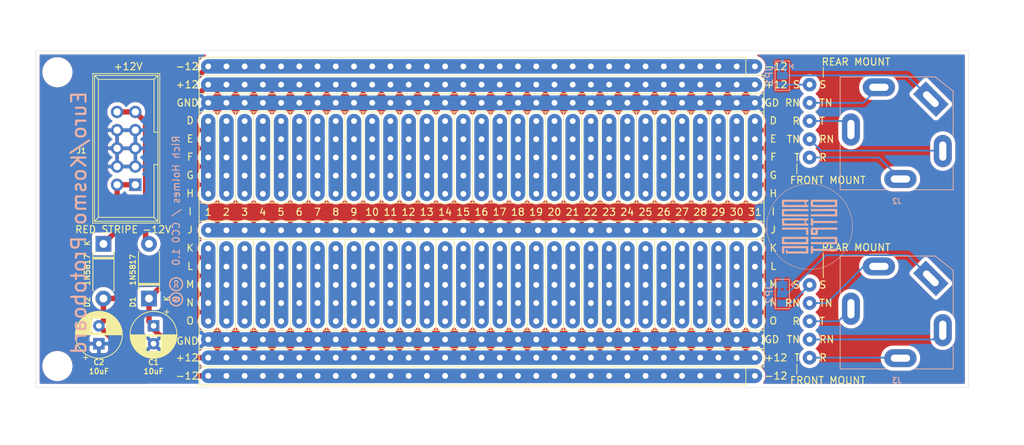
<source format=kicad_pcb>
(kicad_pcb (version 20171130) (host pcbnew 5.1.10-88a1d61d58~90~ubuntu20.04.1)
  (layers (0 F.Cu signal) (31 B.Cu signal hide) (34 B.Paste user) (35 F.Paste user) (36 B.SilkS user) (37 F.SilkS user) (38 B.Mask user) (39 F.Mask user) (44 Edge.Cuts user))
  (net 0 "")
  (net 1 GND)
  (net 2 +12V)
  (net 3 -12V)
  (net 4 "Net-(D1-Pad2)")
  (net 5 "Net-(D2-Pad1)")
  (net 6 "Net-(J281-Pad1)")
  (net 7 "Net-(J23-Pad1)")
  (net 8 "Net-(J95-Pad1)")
  (net 9 "Net-(J167-Pad1)")
  (net 10 "Net-(J239-Pad1)")
  (net 11 "Net-(J260-Pad1)")
  (net 12 "Net-(J261-Pad1)")
  (net 13 "Net-(J262-Pad1)")
  (net 14 "Net-(J263-Pad1)")
  (net 15 "Net-(J272-Pad1)")
  (net 16 "Net-(J290-Pad1)")
  (net 17 "Net-(J299-Pad1)")
  (net 18 "Net-(J308-Pad1)")
  (net 19 "Net-(J317-Pad1)")
  (net 20 "Net-(J326-Pad1)")
  (net 21 "Net-(J335-Pad1)")
  (net 22 "Net-(J344-Pad1)")
  (net 23 "Net-(J353-Pad1)")
  (net 24 "Net-(J362-Pad1)")
  (net 25 "Net-(J371-Pad1)")
  (net 26 "Net-(J380-Pad1)")
  (net 27 "Net-(J389-Pad1)")
  (net 28 "Net-(J398-Pad1)")
  (net 29 "Net-(J407-Pad1)")
  (net 30 "Net-(J416-Pad1)")
  (net 31 "Net-(J425-Pad1)")
  (net 32 "Net-(J434-Pad1)")
  (net 33 "Net-(J443-Pad1)")
  (net 34 "Net-(J452-Pad1)")
  (net 35 "Net-(J461-Pad1)")
  (net 36 "Net-(J470-Pad1)")
  (net 37 "Net-(J479-Pad1)")
  (net 38 "Net-(J488-Pad1)")
  (net 39 "Net-(J497-Pad1)")
  (net 40 "Net-(J506-Pad1)")
  (net 41 "Net-(J515-Pad1)")
  (net 42 "Net-(J524-Pad1)")
  (net 43 "Net-(J533-Pad1)")
  (net 44 "Net-(J2-PadRN)")
  (net 45 "Net-(J2-PadTN)")
  (net 46 "Net-(J2-PadR)")
  (net 47 "Net-(J2-PadS)")
  (net 48 "Net-(J2-PadT)")
  (net 49 "Net-(J258-Pad1)")
  (net 50 "Net-(J259-Pad1)")
  (net 51 "Net-(J254-Pad1)")
  (net 52 "Net-(J3-PadS)")
  (net 53 "Net-(J255-Pad1)")
  (net 54 "Net-(J10-Pad1)")
  (net 55 "Net-(J15-Pad1)")
  (net 56 "Net-(J31-Pad1)")
  (net 57 "Net-(J39-Pad1)")
  (net 58 "Net-(J47-Pad1)")
  (net 59 "Net-(J55-Pad1)")
  (net 60 "Net-(J63-Pad1)")
  (net 61 "Net-(J71-Pad1)")
  (net 62 "Net-(J79-Pad1)")
  (net 63 "Net-(J87-Pad1)")
  (net 64 "Net-(J103-Pad1)")
  (net 65 "Net-(J111-Pad1)")
  (net 66 "Net-(J119-Pad1)")
  (net 67 "Net-(J127-Pad1)")
  (net 68 "Net-(J135-Pad1)")
  (net 69 "Net-(J143-Pad1)")
  (net 70 "Net-(J151-Pad1)")
  (net 71 "Net-(J159-Pad1)")
  (net 72 "Net-(J175-Pad1)")
  (net 73 "Net-(J183-Pad1)")
  (net 74 "Net-(J191-Pad1)")
  (net 75 "Net-(J199-Pad1)")
  (net 76 "Net-(J207-Pad1)")
  (net 77 "Net-(J215-Pad1)")
  (net 78 "Net-(J223-Pad1)")
  (net 79 "Net-(J231-Pad1)")
  (net 80 "Net-(J247-Pad1)")
  (module Jumper:SolderJumper-3_P1.3mm_Bridged2Bar12_Pad1.0x1.5mm (layer B.Cu) (at 144.78 91.44 270)
    (fp_text reference JP2 (at 0 1.8 90) (layer B.SilkS) (effects (justify mirror)))
    (fp_text value SolderJumper_3_Bridged12)
    (fp_poly (pts (xy -0.9 -0.2) (xy -0.4 -0.2) (xy -0.4 -0.6) (xy -0.9 -0.6)) (layer B.Cu) (width 0))
    (fp_poly (pts (xy -0.9 0.6) (xy -0.4 0.6) (xy -0.4 0.2) (xy -0.9 0.2)) (layer B.Cu) (width 0))
    (pad 2 smd rect (at 0 0 270) (size 1 1.5) (layers B.Cu B.Mask) (net 52 "Net-(J3-PadS)"))
    (pad 3 smd rect (at 1.3 0 270) (size 1 1.5) (layers B.Cu B.Mask) (net 12 "Net-(J261-Pad1)"))
    (pad 1 smd rect (at -1.3 0 270) (size 1 1.5) (layers B.Cu B.Mask) (net 1 GND))
  )
  (module Jumper:SolderJumper-3_P1.3mm_Bridged2Bar12_Pad1.0x1.5mm (layer B.Cu) (at 144.78 60.99 270)
    (fp_text reference JP1 (at 0 1.8 270) (layer B.SilkS) (effects (justify mirror)))
    (fp_text value SolderJumper_3_Bridged12)
    (fp_poly (pts (xy -0.9 -0.2) (xy -0.4 -0.2) (xy -0.4 -0.6) (xy -0.9 -0.6)) (layer B.Cu) (width 0))
    (fp_poly (pts (xy -0.9 0.6) (xy -0.4 0.6) (xy -0.4 0.2) (xy -0.9 0.2)) (layer B.Cu) (width 0))
    (pad 2 smd rect (at 0 0 270) (size 1 1.5) (layers B.Cu B.Mask) (net 47 "Net-(J2-PadS)"))
    (pad 3 smd rect (at 1.3 0 270) (size 1 1.5) (layers B.Cu B.Mask) (net 11 "Net-(J260-Pad1)"))
    (pad 1 smd rect (at -1.3 0 270) (size 1 1.5) (layers B.Cu B.Mask) (net 1 GND))
  )
  (module ao_tht:Jack_6.35mm_PJ_629HAN_slots (layer B.Cu) (at 160.75 69)
    (fp_text reference J2 (at 0 9.5) (layer B.SilkS) (effects (font (size 0.75 0.75)) (justify mirror)))
    (fp_text value AudioJack3_SwitchTR)
    (pad RN thru_hole oval (at 6.4 2.5) (size 2.500001 4.500001) (drill oval 1 2.7) (layers *.Cu *.Mask) (net 44 "Net-(J2-PadRN)"))
    (pad TN thru_hole oval (at -2.5 -6.4) (size 4.5 2.5) (drill oval 2.7 1) (layers *.Cu *.Mask) (net 45 "Net-(J2-PadTN)"))
    (pad R thru_hole oval (at 0.5 6.4) (size 4.500001 2.5) (drill oval 2.7 1) (layers *.Cu *.Mask) (net 46 "Net-(J2-PadR)"))
    (pad S thru_hole rect (at 4.74 -4.74 315) (size 4.500001 2.500001) (drill oval 2.7 1) (layers *.Cu *.Mask) (net 47 "Net-(J2-PadS)"))
    (pad T thru_hole oval (at -6.4 -0.5) (size 2.5 4.5) (drill oval 1 2.7) (layers *.Cu *.Mask) (net 48 "Net-(J2-PadT)"))
  )
  (module ao_tht:Perf_Board_Hole (layer F.Cu) (at 140.97 102.87)
    (fp_text reference J540 hide)
    (fp_text value 1x1 hide)
    (pad 1 thru_hole circle (at 0 0) (size 1.905 1.905) (drill 0.8128) (layers *.Cu *.Mask) (net 3 -12V))
  )
  (module ao_tht:Perf_Board_Hole (layer F.Cu) (at 140.97 59.69)
    (fp_text reference J244 hide)
    (fp_text value 1x1 hide)
    (pad 1 thru_hole circle (at 0 0) (size 1.905 1.905) (drill 0.8128) (layers *.Cu *.Mask) (net 3 -12V))
  )
  (module ao_tht:Perf_Board_Hole (layer F.Cu) (at 148.59 90.17)
    (fp_text reference J261 hide)
    (fp_text value 1x1 hide)
    (pad 1 thru_hole circle (at 0 0) (size 1.905 1.905) (drill 0.8128) (layers *.Cu *.Mask) (net 12 "Net-(J261-Pad1)"))
  )
  (module ao_tht:Perf_Board_Hole (layer F.Cu) (at 148.59 62.23)
    (fp_text reference J260 hide)
    (fp_text value 1x1 hide)
    (pad 1 thru_hole circle (at 0 0) (size 1.905 1.905) (drill 0.8128) (layers *.Cu *.Mask) (net 11 "Net-(J260-Pad1)"))
  )
  (module ao_tht:Perf_Board_Hole (layer F.Cu) (at 148.59 92.71)
    (fp_text reference J259 hide)
    (fp_text value 1x1 hide)
    (pad 1 thru_hole circle (at 0 0) (size 1.905 1.905) (drill 0.8128) (layers *.Cu *.Mask) (net 50 "Net-(J259-Pad1)"))
  )
  (module ao_tht:Perf_Board_Hole (layer F.Cu) (at 148.59 97.79)
    (fp_text reference J258 hide)
    (fp_text value 1x1 hide)
    (pad 1 thru_hole circle (at 0 0) (size 1.905 1.905) (drill 0.8128) (layers *.Cu *.Mask) (net 49 "Net-(J258-Pad1)"))
  )
  (module ao_tht:Perf_Board_Hole (layer F.Cu) (at 148.59 64.77)
    (fp_text reference J257 hide)
    (fp_text value 1x1 hide)
    (pad 1 thru_hole circle (at 0 0) (size 1.905 1.905) (drill 0.8128) (layers *.Cu *.Mask) (net 45 "Net-(J2-PadTN)"))
  )
  (module ao_tht:Perf_Board_Hole (layer F.Cu) (at 148.59 69.85)
    (fp_text reference J256 hide)
    (fp_text value 1x1 hide)
    (pad 1 thru_hole circle (at 0 0) (size 1.905 1.905) (drill 0.8128) (layers *.Cu *.Mask) (net 44 "Net-(J2-PadRN)"))
  )
  (module ao_tht:Perf_Board_Hole (layer F.Cu) (at 148.59 95.25)
    (fp_text reference J255 hide)
    (fp_text value 1x1 hide)
    (pad 1 thru_hole circle (at 0 0) (size 1.905 1.905) (drill 0.8128) (layers *.Cu *.Mask) (net 53 "Net-(J255-Pad1)"))
  )
  (module ao_tht:Perf_Board_Hole (layer F.Cu) (at 148.59 100.33)
    (fp_text reference J254 hide)
    (fp_text value 1x1 hide)
    (pad 1 thru_hole circle (at 0 0) (size 1.905 1.905) (drill 0.8128) (layers *.Cu *.Mask) (net 51 "Net-(J254-Pad1)"))
  )
  (module ao_tht:Perf_Board_Hole (layer F.Cu) (at 148.59 67.31)
    (fp_text reference J253 hide)
    (fp_text value 1x1 hide)
    (pad 1 thru_hole circle (at 0 0) (size 1.905 1.905) (drill 0.8128) (layers *.Cu *.Mask) (net 48 "Net-(J2-PadT)"))
  )
  (module ao_tht:Perf_Board_Hole (layer F.Cu) (at 148.59 72.39)
    (fp_text reference J252 hide)
    (fp_text value 1x1 hide)
    (pad 1 thru_hole circle (at 0 0) (size 1.905 1.905) (drill 0.8128) (layers *.Cu *.Mask) (net 46 "Net-(J2-PadR)"))
  )
  (module ao_tht:Jack_6.35mm_PJ_629HAN_slots (layer B.Cu) (at 160.75 94)
    (fp_text reference J3 (at 0 9.5) (layer B.SilkS) (effects (font (size 0.75 0.75)) (justify mirror)))
    (fp_text value AudioJack3_SwitchTR)
    (pad RN thru_hole oval (at 6.4 2.5) (size 2.500001 4.500001) (drill oval 1 2.7) (layers *.Cu *.Mask) (net 49 "Net-(J258-Pad1)"))
    (pad TN thru_hole oval (at -2.5 -6.4) (size 4.5 2.5) (drill oval 2.7 1) (layers *.Cu *.Mask) (net 50 "Net-(J259-Pad1)"))
    (pad R thru_hole oval (at 0.5 6.4) (size 4.500001 2.5) (drill oval 2.7 1) (layers *.Cu *.Mask) (net 51 "Net-(J254-Pad1)"))
    (pad S thru_hole rect (at 4.74 -4.74 315) (size 4.500001 2.500001) (drill oval 2.7 1) (layers *.Cu *.Mask) (net 52 "Net-(J3-PadS)"))
    (pad T thru_hole oval (at -6.4 -0.5) (size 2.5 4.5) (drill oval 1 2.7) (layers *.Cu *.Mask) (net 53 "Net-(J255-Pad1)"))
  )
  (module ao_tht:MountingHole_3.2mm_M3 (layer F.Cu) (at 43.75 60.5)
    (fp_text reference H2 hide)
    (fp_text value MountingHole)
    (pad 1 np_thru_hole circle (at 0 0) (size 3.2 3.2) (drill 3.2) (layers *.Cu *.Mask))
  )
  (module ao_tht:MountingHole_3.2mm_M3 (layer F.Cu) (at 43.75 101.5)
    (fp_text reference H1 hide)
    (fp_text value MountingHole)
    (pad 1 np_thru_hole circle (at 0 0) (size 3.2 3.2) (drill 3.2) (layers *.Cu *.Mask))
  )
  (module ao_tht:Perf_Board_Hole (layer F.Cu) (at 140.97 85.09 270)
    (fp_text reference J533 hide)
    (fp_text value 1x1 hide)
    (pad 1 thru_hole circle (at 0 0 270) (size 1.905 1.905) (drill 0.8128) (layers *.Cu *.Mask) (net 43 "Net-(J533-Pad1)"))
  )
  (module ao_tht:Perf_Board_Hole (layer F.Cu) (at 138.43 85.09 90)
    (fp_text reference J524 hide)
    (fp_text value 1x1 hide)
    (pad 1 thru_hole circle (at 0 0 90) (size 1.905 1.905) (drill 0.8128) (layers *.Cu *.Mask) (net 42 "Net-(J524-Pad1)"))
  )
  (module ao_tht:Perf_Board_Hole (layer F.Cu) (at 135.89 85.09 270)
    (fp_text reference J515 hide)
    (fp_text value 1x1 hide)
    (pad 1 thru_hole circle (at 0 0 270) (size 1.905 1.905) (drill 0.8128) (layers *.Cu *.Mask) (net 41 "Net-(J515-Pad1)"))
  )
  (module ao_tht:Perf_Board_Hole (layer F.Cu) (at 133.35 85.09 90)
    (fp_text reference J506 hide)
    (fp_text value 1x1 hide)
    (pad 1 thru_hole circle (at 0 0 90) (size 1.905 1.905) (drill 0.8128) (layers *.Cu *.Mask) (net 40 "Net-(J506-Pad1)"))
  )
  (module ao_tht:Perf_Board_Hole (layer F.Cu) (at 130.81 85.09 90)
    (fp_text reference J497 hide)
    (fp_text value 1x1 hide)
    (pad 1 thru_hole circle (at 0 0 90) (size 1.905 1.905) (drill 0.8128) (layers *.Cu *.Mask) (net 39 "Net-(J497-Pad1)"))
  )
  (module ao_tht:Perf_Board_Hole (layer F.Cu) (at 128.27 85.09 270)
    (fp_text reference J488 hide)
    (fp_text value 1x1 hide)
    (pad 1 thru_hole circle (at 0 0 270) (size 1.905 1.905) (drill 0.8128) (layers *.Cu *.Mask) (net 38 "Net-(J488-Pad1)"))
  )
  (module ao_tht:Perf_Board_Hole (layer F.Cu) (at 125.73 85.09 90)
    (fp_text reference J479 hide)
    (fp_text value 1x1 hide)
    (pad 1 thru_hole circle (at 0 0 90) (size 1.905 1.905) (drill 0.8128) (layers *.Cu *.Mask) (net 37 "Net-(J479-Pad1)"))
  )
  (module ao_tht:Perf_Board_Hole (layer F.Cu) (at 123.19 85.09 90)
    (fp_text reference J470 hide)
    (fp_text value 1x1 hide)
    (pad 1 thru_hole circle (at 0 0 90) (size 1.905 1.905) (drill 0.8128) (layers *.Cu *.Mask) (net 36 "Net-(J470-Pad1)"))
  )
  (module ao_tht:Perf_Board_Hole (layer F.Cu) (at 120.65 85.09 90)
    (fp_text reference J461 hide)
    (fp_text value 1x1 hide)
    (pad 1 thru_hole circle (at 0 0 90) (size 1.905 1.905) (drill 0.8128) (layers *.Cu *.Mask) (net 35 "Net-(J461-Pad1)"))
  )
  (module ao_tht:Perf_Board_Hole (layer F.Cu) (at 118.11 85.09 90)
    (fp_text reference J452 hide)
    (fp_text value 1x1 hide)
    (pad 1 thru_hole circle (at 0 0 90) (size 1.905 1.905) (drill 0.8128) (layers *.Cu *.Mask) (net 34 "Net-(J452-Pad1)"))
  )
  (module ao_tht:Perf_Board_Hole (layer F.Cu) (at 115.57 85.09 90)
    (fp_text reference J443 hide)
    (fp_text value 1x1 hide)
    (pad 1 thru_hole circle (at 0 0 90) (size 1.905 1.905) (drill 0.8128) (layers *.Cu *.Mask) (net 33 "Net-(J443-Pad1)"))
  )
  (module ao_tht:Perf_Board_Hole (layer F.Cu) (at 113.03 85.09 90)
    (fp_text reference J434 hide)
    (fp_text value 1x1 hide)
    (pad 1 thru_hole circle (at 0 0 90) (size 1.905 1.905) (drill 0.8128) (layers *.Cu *.Mask) (net 32 "Net-(J434-Pad1)"))
  )
  (module ao_tht:Perf_Board_Hole (layer F.Cu) (at 110.49 85.09 90)
    (fp_text reference J425 hide)
    (fp_text value 1x1 hide)
    (pad 1 thru_hole circle (at 0 0 90) (size 1.905 1.905) (drill 0.8128) (layers *.Cu *.Mask) (net 31 "Net-(J425-Pad1)"))
  )
  (module ao_tht:Perf_Board_Hole (layer F.Cu) (at 107.95 85.09 90)
    (fp_text reference J416 hide)
    (fp_text value 1x1 hide)
    (pad 1 thru_hole circle (at 0 0 90) (size 1.905 1.905) (drill 0.8128) (layers *.Cu *.Mask) (net 30 "Net-(J416-Pad1)"))
  )
  (module ao_tht:Perf_Board_Hole (layer F.Cu) (at 105.41 85.09 90)
    (fp_text reference J407 hide)
    (fp_text value 1x1 hide)
    (pad 1 thru_hole circle (at 0 0 90) (size 1.905 1.905) (drill 0.8128) (layers *.Cu *.Mask) (net 29 "Net-(J407-Pad1)"))
  )
  (module ao_tht:Perf_Board_Hole (layer F.Cu) (at 102.87 85.09 90)
    (fp_text reference J398 hide)
    (fp_text value 1x1 hide)
    (pad 1 thru_hole circle (at 0 0 90) (size 1.905 1.905) (drill 0.8128) (layers *.Cu *.Mask) (net 28 "Net-(J398-Pad1)"))
  )
  (module ao_tht:Perf_Board_Hole (layer F.Cu) (at 100.33 85.09 90)
    (fp_text reference J389 hide)
    (fp_text value 1x1 hide)
    (pad 1 thru_hole circle (at 0 0 90) (size 1.905 1.905) (drill 0.8128) (layers *.Cu *.Mask) (net 27 "Net-(J389-Pad1)"))
  )
  (module ao_tht:Perf_Board_Hole (layer F.Cu) (at 97.79 85.09 90)
    (fp_text reference J380 hide)
    (fp_text value 1x1 hide)
    (pad 1 thru_hole circle (at 0 0 90) (size 1.905 1.905) (drill 0.8128) (layers *.Cu *.Mask) (net 26 "Net-(J380-Pad1)"))
  )
  (module ao_tht:Perf_Board_Hole (layer F.Cu) (at 95.25 85.09 90)
    (fp_text reference J371 hide)
    (fp_text value 1x1 hide)
    (pad 1 thru_hole circle (at 0 0 90) (size 1.905 1.905) (drill 0.8128) (layers *.Cu *.Mask) (net 25 "Net-(J371-Pad1)"))
  )
  (module ao_tht:Perf_Board_Hole (layer F.Cu) (at 92.71 85.09 90)
    (fp_text reference J362 hide)
    (fp_text value 1x1 hide)
    (pad 1 thru_hole circle (at 0 0 90) (size 1.905 1.905) (drill 0.8128) (layers *.Cu *.Mask) (net 24 "Net-(J362-Pad1)"))
  )
  (module ao_tht:Perf_Board_Hole (layer F.Cu) (at 90.17 85.09 90)
    (fp_text reference J353 hide)
    (fp_text value 1x1 hide)
    (pad 1 thru_hole circle (at 0 0 90) (size 1.905 1.905) (drill 0.8128) (layers *.Cu *.Mask) (net 23 "Net-(J353-Pad1)"))
  )
  (module ao_tht:Perf_Board_Hole (layer F.Cu) (at 87.63 85.09 90)
    (fp_text reference J344 hide)
    (fp_text value 1x1 hide)
    (pad 1 thru_hole circle (at 0 0 90) (size 1.905 1.905) (drill 0.8128) (layers *.Cu *.Mask) (net 22 "Net-(J344-Pad1)"))
  )
  (module ao_tht:Perf_Board_Hole (layer F.Cu) (at 85.09 85.09 90)
    (fp_text reference J335 hide)
    (fp_text value 1x1 hide)
    (pad 1 thru_hole circle (at 0 0 90) (size 1.905 1.905) (drill 0.8128) (layers *.Cu *.Mask) (net 21 "Net-(J335-Pad1)"))
  )
  (module ao_tht:Perf_Board_Hole (layer F.Cu) (at 82.55 85.09 90)
    (fp_text reference J326 hide)
    (fp_text value 1x1 hide)
    (pad 1 thru_hole circle (at 0 0 90) (size 1.905 1.905) (drill 0.8128) (layers *.Cu *.Mask) (net 20 "Net-(J326-Pad1)"))
  )
  (module ao_tht:Perf_Board_Hole (layer F.Cu) (at 80.01 85.09 90)
    (fp_text reference J317 hide)
    (fp_text value 1x1 hide)
    (pad 1 thru_hole circle (at 0 0 90) (size 1.905 1.905) (drill 0.8128) (layers *.Cu *.Mask) (net 19 "Net-(J317-Pad1)"))
  )
  (module ao_tht:Perf_Board_Hole (layer F.Cu) (at 77.47 85.09 90)
    (fp_text reference J308 hide)
    (fp_text value 1x1 hide)
    (pad 1 thru_hole circle (at 0 0 90) (size 1.905 1.905) (drill 0.8128) (layers *.Cu *.Mask) (net 18 "Net-(J308-Pad1)"))
  )
  (module ao_tht:Perf_Board_Hole (layer F.Cu) (at 74.93 85.09 90)
    (fp_text reference J299 hide)
    (fp_text value 1x1 hide)
    (pad 1 thru_hole circle (at 0 0 90) (size 1.905 1.905) (drill 0.8128) (layers *.Cu *.Mask) (net 17 "Net-(J299-Pad1)"))
  )
  (module ao_tht:Perf_Board_Hole (layer F.Cu) (at 72.39 85.09 90)
    (fp_text reference J290 hide)
    (fp_text value 1x1 hide)
    (pad 1 thru_hole circle (at 0 0 90) (size 1.905 1.905) (drill 0.8128) (layers *.Cu *.Mask) (net 16 "Net-(J290-Pad1)"))
  )
  (module ao_tht:Perf_Board_Hole (layer F.Cu) (at 69.85 85.09 90)
    (fp_text reference J281 hide)
    (fp_text value 1x1 hide)
    (pad 1 thru_hole circle (at 0 0 90) (size 1.905 1.905) (drill 0.8128) (layers *.Cu *.Mask) (net 6 "Net-(J281-Pad1)"))
  )
  (module ao_tht:Perf_Board_Hole (layer F.Cu) (at 67.31 85.09 90)
    (fp_text reference J272 hide)
    (fp_text value 1x1 hide)
    (pad 1 thru_hole circle (at 0 0 90) (size 1.905 1.905) (drill 0.8128) (layers *.Cu *.Mask) (net 15 "Net-(J272-Pad1)"))
  )
  (module ao_tht:Perf_Board_Hole (layer F.Cu) (at 64.77 85.09 90)
    (fp_text reference J263 hide)
    (fp_text value 1x1 hide)
    (pad 1 thru_hole circle (at 0 0 90) (size 1.905 1.905) (drill 0.8128) (layers *.Cu *.Mask) (net 14 "Net-(J263-Pad1)"))
  )
  (module ao_tht:Perf_Board_Hole (layer F.Cu) (at 140.97 87.63)
    (fp_text reference J534 hide)
    (fp_text value 1x1 hide)
    (pad 1 thru_hole circle (at 0 0) (size 1.905 1.905) (drill 0.8128) (layers *.Cu *.Mask) (net 43 "Net-(J533-Pad1)"))
  )
  (module ao_tht:Perf_Board_Hole (layer F.Cu) (at 138.43 87.63)
    (fp_text reference J525 hide)
    (fp_text value 1x1 hide)
    (pad 1 thru_hole circle (at 0 0) (size 1.905 1.905) (drill 0.8128) (layers *.Cu *.Mask) (net 42 "Net-(J524-Pad1)"))
  )
  (module ao_tht:Perf_Board_Hole (layer F.Cu) (at 135.89 87.63)
    (fp_text reference J516 hide)
    (fp_text value 1x1 hide)
    (pad 1 thru_hole circle (at 0 0) (size 1.905 1.905) (drill 0.8128) (layers *.Cu *.Mask) (net 41 "Net-(J515-Pad1)"))
  )
  (module ao_tht:Perf_Board_Hole (layer F.Cu) (at 133.35 87.63)
    (fp_text reference J507 hide)
    (fp_text value 1x1 hide)
    (pad 1 thru_hole circle (at 0 0) (size 1.905 1.905) (drill 0.8128) (layers *.Cu *.Mask) (net 40 "Net-(J506-Pad1)"))
  )
  (module ao_tht:Perf_Board_Hole (layer F.Cu) (at 130.81 87.63 90)
    (fp_text reference J498 hide)
    (fp_text value 1x1 hide)
    (pad 1 thru_hole circle (at 0 0 90) (size 1.905 1.905) (drill 0.8128) (layers *.Cu *.Mask) (net 39 "Net-(J497-Pad1)"))
  )
  (module ao_tht:Perf_Board_Hole (layer F.Cu) (at 128.27 87.63)
    (fp_text reference J489 hide)
    (fp_text value 1x1 hide)
    (pad 1 thru_hole circle (at 0 0) (size 1.905 1.905) (drill 0.8128) (layers *.Cu *.Mask) (net 38 "Net-(J488-Pad1)"))
  )
  (module ao_tht:Perf_Board_Hole (layer F.Cu) (at 125.73 87.63)
    (fp_text reference J480 hide)
    (fp_text value 1x1 hide)
    (pad 1 thru_hole circle (at 0 0) (size 1.905 1.905) (drill 0.8128) (layers *.Cu *.Mask) (net 37 "Net-(J479-Pad1)"))
  )
  (module ao_tht:Perf_Board_Hole (layer F.Cu) (at 123.19 87.63 90)
    (fp_text reference J471 hide)
    (fp_text value 1x1 hide)
    (pad 1 thru_hole circle (at 0 0 90) (size 1.905 1.905) (drill 0.8128) (layers *.Cu *.Mask) (net 36 "Net-(J470-Pad1)"))
  )
  (module ao_tht:Perf_Board_Hole (layer F.Cu) (at 120.65 87.63 90)
    (fp_text reference J462 hide)
    (fp_text value 1x1 hide)
    (pad 1 thru_hole circle (at 0 0 90) (size 1.905 1.905) (drill 0.8128) (layers *.Cu *.Mask) (net 35 "Net-(J461-Pad1)"))
  )
  (module ao_tht:Perf_Board_Hole (layer F.Cu) (at 118.11 87.63)
    (fp_text reference J453 hide)
    (fp_text value 1x1 hide)
    (pad 1 thru_hole circle (at 0 0) (size 1.905 1.905) (drill 0.8128) (layers *.Cu *.Mask) (net 34 "Net-(J452-Pad1)"))
  )
  (module ao_tht:Perf_Board_Hole (layer F.Cu) (at 115.57 87.63 90)
    (fp_text reference J444 hide)
    (fp_text value 1x1 hide)
    (pad 1 thru_hole circle (at 0 0 90) (size 1.905 1.905) (drill 0.8128) (layers *.Cu *.Mask) (net 33 "Net-(J443-Pad1)"))
  )
  (module ao_tht:Perf_Board_Hole (layer F.Cu) (at 113.03 87.63 90)
    (fp_text reference J435 hide)
    (fp_text value 1x1 hide)
    (pad 1 thru_hole circle (at 0 0 90) (size 1.905 1.905) (drill 0.8128) (layers *.Cu *.Mask) (net 32 "Net-(J434-Pad1)"))
  )
  (module ao_tht:Perf_Board_Hole (layer F.Cu) (at 110.49 87.63 90)
    (fp_text reference J426 hide)
    (fp_text value 1x1 hide)
    (pad 1 thru_hole circle (at 0 0 90) (size 1.905 1.905) (drill 0.8128) (layers *.Cu *.Mask) (net 31 "Net-(J425-Pad1)"))
  )
  (module ao_tht:Perf_Board_Hole (layer F.Cu) (at 107.95 87.63 90)
    (fp_text reference J417 hide)
    (fp_text value 1x1 hide)
    (pad 1 thru_hole circle (at 0 0 90) (size 1.905 1.905) (drill 0.8128) (layers *.Cu *.Mask) (net 30 "Net-(J416-Pad1)"))
  )
  (module ao_tht:Perf_Board_Hole (layer F.Cu) (at 105.41 87.63 90)
    (fp_text reference J408 hide)
    (fp_text value 1x1 hide)
    (pad 1 thru_hole circle (at 0 0 90) (size 1.905 1.905) (drill 0.8128) (layers *.Cu *.Mask) (net 29 "Net-(J407-Pad1)"))
  )
  (module ao_tht:Perf_Board_Hole (layer F.Cu) (at 102.87 87.63 90)
    (fp_text reference J399 hide)
    (fp_text value 1x1 hide)
    (pad 1 thru_hole circle (at 0 0 90) (size 1.905 1.905) (drill 0.8128) (layers *.Cu *.Mask) (net 28 "Net-(J398-Pad1)"))
  )
  (module ao_tht:Perf_Board_Hole (layer F.Cu) (at 100.33 87.63 90)
    (fp_text reference J390 hide)
    (fp_text value 1x1 hide)
    (pad 1 thru_hole circle (at 0 0 90) (size 1.905 1.905) (drill 0.8128) (layers *.Cu *.Mask) (net 27 "Net-(J389-Pad1)"))
  )
  (module ao_tht:Perf_Board_Hole (layer F.Cu) (at 97.79 87.63 90)
    (fp_text reference J381 hide)
    (fp_text value 1x1 hide)
    (pad 1 thru_hole circle (at 0 0 90) (size 1.905 1.905) (drill 0.8128) (layers *.Cu *.Mask) (net 26 "Net-(J380-Pad1)"))
  )
  (module ao_tht:Perf_Board_Hole (layer F.Cu) (at 95.25 87.63 90)
    (fp_text reference J372 hide)
    (fp_text value 1x1 hide)
    (pad 1 thru_hole circle (at 0 0 90) (size 1.905 1.905) (drill 0.8128) (layers *.Cu *.Mask) (net 25 "Net-(J371-Pad1)"))
  )
  (module ao_tht:Perf_Board_Hole (layer F.Cu) (at 92.71 87.63 90)
    (fp_text reference J363 hide)
    (fp_text value 1x1 hide)
    (pad 1 thru_hole circle (at 0 0 90) (size 1.905 1.905) (drill 0.8128) (layers *.Cu *.Mask) (net 24 "Net-(J362-Pad1)"))
  )
  (module ao_tht:Perf_Board_Hole (layer F.Cu) (at 90.17 87.63 90)
    (fp_text reference J354 hide)
    (fp_text value 1x1 hide)
    (pad 1 thru_hole circle (at 0 0 90) (size 1.905 1.905) (drill 0.8128) (layers *.Cu *.Mask) (net 23 "Net-(J353-Pad1)"))
  )
  (module ao_tht:Perf_Board_Hole (layer F.Cu) (at 87.63 87.63 90)
    (fp_text reference J345 hide)
    (fp_text value 1x1 hide)
    (pad 1 thru_hole circle (at 0 0 90) (size 1.905 1.905) (drill 0.8128) (layers *.Cu *.Mask) (net 22 "Net-(J344-Pad1)"))
  )
  (module ao_tht:Perf_Board_Hole (layer F.Cu) (at 85.09 87.63 90)
    (fp_text reference J336 hide)
    (fp_text value 1x1 hide)
    (pad 1 thru_hole circle (at 0 0 90) (size 1.905 1.905) (drill 0.8128) (layers *.Cu *.Mask) (net 21 "Net-(J335-Pad1)"))
  )
  (module ao_tht:Perf_Board_Hole (layer F.Cu) (at 82.55 87.63 90)
    (fp_text reference J327 hide)
    (fp_text value 1x1 hide)
    (pad 1 thru_hole circle (at 0 0 90) (size 1.905 1.905) (drill 0.8128) (layers *.Cu *.Mask) (net 20 "Net-(J326-Pad1)"))
  )
  (module ao_tht:Perf_Board_Hole (layer F.Cu) (at 80.01 87.63 90)
    (fp_text reference J318 hide)
    (fp_text value 1x1 hide)
    (pad 1 thru_hole circle (at 0 0 90) (size 1.905 1.905) (drill 0.8128) (layers *.Cu *.Mask) (net 19 "Net-(J317-Pad1)"))
  )
  (module ao_tht:Perf_Board_Hole (layer F.Cu) (at 77.47 87.63 90)
    (fp_text reference J309 hide)
    (fp_text value 1x1 hide)
    (pad 1 thru_hole circle (at 0 0 90) (size 1.905 1.905) (drill 0.8128) (layers *.Cu *.Mask) (net 18 "Net-(J308-Pad1)"))
  )
  (module ao_tht:Perf_Board_Hole (layer F.Cu) (at 74.93 87.63 90)
    (fp_text reference J300 hide)
    (fp_text value 1x1 hide)
    (pad 1 thru_hole circle (at 0 0 90) (size 1.905 1.905) (drill 0.8128) (layers *.Cu *.Mask) (net 17 "Net-(J299-Pad1)"))
  )
  (module ao_tht:Perf_Board_Hole (layer F.Cu) (at 72.39 87.63 90)
    (fp_text reference J291 hide)
    (fp_text value 1x1 hide)
    (pad 1 thru_hole circle (at 0 0 90) (size 1.905 1.905) (drill 0.8128) (layers *.Cu *.Mask) (net 16 "Net-(J290-Pad1)"))
  )
  (module ao_tht:Perf_Board_Hole (layer F.Cu) (at 69.85 87.63 90)
    (fp_text reference J282 hide)
    (fp_text value 1x1 hide)
    (pad 1 thru_hole circle (at 0 0 90) (size 1.905 1.905) (drill 0.8128) (layers *.Cu *.Mask) (net 6 "Net-(J281-Pad1)"))
  )
  (module ao_tht:Perf_Board_Hole (layer F.Cu) (at 67.31 87.63 90)
    (fp_text reference J273 hide)
    (fp_text value 1x1 hide)
    (pad 1 thru_hole circle (at 0 0 90) (size 1.905 1.905) (drill 0.8128) (layers *.Cu *.Mask) (net 15 "Net-(J272-Pad1)"))
  )
  (module ao_tht:Perf_Board_Hole (layer F.Cu) (at 64.77 87.63 90)
    (fp_text reference J264 hide)
    (fp_text value 1x1 hide)
    (pad 1 thru_hole circle (at 0 0 90) (size 1.905 1.905) (drill 0.8128) (layers *.Cu *.Mask) (net 14 "Net-(J263-Pad1)"))
  )
  (module ao_tht:Perf_Board_Hole (layer F.Cu) (at 140.97 90.17)
    (fp_text reference J535 hide)
    (fp_text value 1x1 hide)
    (pad 1 thru_hole circle (at 0 0) (size 1.905 1.905) (drill 0.8128) (layers *.Cu *.Mask) (net 43 "Net-(J533-Pad1)"))
  )
  (module ao_tht:Perf_Board_Hole (layer F.Cu) (at 138.43 90.17)
    (fp_text reference J526 hide)
    (fp_text value 1x1 hide)
    (pad 1 thru_hole circle (at 0 0) (size 1.905 1.905) (drill 0.8128) (layers *.Cu *.Mask) (net 42 "Net-(J524-Pad1)"))
  )
  (module ao_tht:Perf_Board_Hole (layer F.Cu) (at 135.89 90.17)
    (fp_text reference J517 hide)
    (fp_text value 1x1 hide)
    (pad 1 thru_hole circle (at 0 0) (size 1.905 1.905) (drill 0.8128) (layers *.Cu *.Mask) (net 41 "Net-(J515-Pad1)"))
  )
  (module ao_tht:Perf_Board_Hole (layer F.Cu) (at 133.35 90.17)
    (fp_text reference J508 hide)
    (fp_text value 1x1 hide)
    (pad 1 thru_hole circle (at 0 0) (size 1.905 1.905) (drill 0.8128) (layers *.Cu *.Mask) (net 40 "Net-(J506-Pad1)"))
  )
  (module ao_tht:Perf_Board_Hole (layer F.Cu) (at 130.81 90.17)
    (fp_text reference J499 hide)
    (fp_text value 1x1 hide)
    (pad 1 thru_hole circle (at 0 0) (size 1.905 1.905) (drill 0.8128) (layers *.Cu *.Mask) (net 39 "Net-(J497-Pad1)"))
  )
  (module ao_tht:Perf_Board_Hole (layer F.Cu) (at 128.27 90.17)
    (fp_text reference J490 hide)
    (fp_text value 1x1 hide)
    (pad 1 thru_hole circle (at 0 0) (size 1.905 1.905) (drill 0.8128) (layers *.Cu *.Mask) (net 38 "Net-(J488-Pad1)"))
  )
  (module ao_tht:Perf_Board_Hole (layer F.Cu) (at 125.73 90.17)
    (fp_text reference J481 hide)
    (fp_text value 1x1 hide)
    (pad 1 thru_hole circle (at 0 0) (size 1.905 1.905) (drill 0.8128) (layers *.Cu *.Mask) (net 37 "Net-(J479-Pad1)"))
  )
  (module ao_tht:Perf_Board_Hole (layer F.Cu) (at 123.19 90.17)
    (fp_text reference J472 hide)
    (fp_text value 1x1 hide)
    (pad 1 thru_hole circle (at 0 0) (size 1.905 1.905) (drill 0.8128) (layers *.Cu *.Mask) (net 36 "Net-(J470-Pad1)"))
  )
  (module ao_tht:Perf_Board_Hole (layer F.Cu) (at 120.65 90.17)
    (fp_text reference J463 hide)
    (fp_text value 1x1 hide)
    (pad 1 thru_hole circle (at 0 0) (size 1.905 1.905) (drill 0.8128) (layers *.Cu *.Mask) (net 35 "Net-(J461-Pad1)"))
  )
  (module ao_tht:Perf_Board_Hole (layer F.Cu) (at 118.11 90.17)
    (fp_text reference J454 hide)
    (fp_text value 1x1 hide)
    (pad 1 thru_hole circle (at 0 0) (size 1.905 1.905) (drill 0.8128) (layers *.Cu *.Mask) (net 34 "Net-(J452-Pad1)"))
  )
  (module ao_tht:Perf_Board_Hole (layer F.Cu) (at 115.57 90.17)
    (fp_text reference J445 hide)
    (fp_text value 1x1 hide)
    (pad 1 thru_hole circle (at 0 0) (size 1.905 1.905) (drill 0.8128) (layers *.Cu *.Mask) (net 33 "Net-(J443-Pad1)"))
  )
  (module ao_tht:Perf_Board_Hole (layer F.Cu) (at 113.03 90.17)
    (fp_text reference J436 hide)
    (fp_text value 1x1 hide)
    (pad 1 thru_hole circle (at 0 0) (size 1.905 1.905) (drill 0.8128) (layers *.Cu *.Mask) (net 32 "Net-(J434-Pad1)"))
  )
  (module ao_tht:Perf_Board_Hole (layer F.Cu) (at 110.49 90.17)
    (fp_text reference J427 hide)
    (fp_text value 1x1 hide)
    (pad 1 thru_hole circle (at 0 0) (size 1.905 1.905) (drill 0.8128) (layers *.Cu *.Mask) (net 31 "Net-(J425-Pad1)"))
  )
  (module ao_tht:Perf_Board_Hole (layer F.Cu) (at 107.95 90.17)
    (fp_text reference J418 hide)
    (fp_text value 1x1 hide)
    (pad 1 thru_hole circle (at 0 0) (size 1.905 1.905) (drill 0.8128) (layers *.Cu *.Mask) (net 30 "Net-(J416-Pad1)"))
  )
  (module ao_tht:Perf_Board_Hole (layer F.Cu) (at 105.41 90.17)
    (fp_text reference J409 hide)
    (fp_text value 1x1 hide)
    (pad 1 thru_hole circle (at 0 0) (size 1.905 1.905) (drill 0.8128) (layers *.Cu *.Mask) (net 29 "Net-(J407-Pad1)"))
  )
  (module ao_tht:Perf_Board_Hole (layer F.Cu) (at 102.87 90.17)
    (fp_text reference J400 hide)
    (fp_text value 1x1 hide)
    (pad 1 thru_hole circle (at 0 0) (size 1.905 1.905) (drill 0.8128) (layers *.Cu *.Mask) (net 28 "Net-(J398-Pad1)"))
  )
  (module ao_tht:Perf_Board_Hole (layer F.Cu) (at 100.33 90.17)
    (fp_text reference J391 hide)
    (fp_text value 1x1 hide)
    (pad 1 thru_hole circle (at 0 0) (size 1.905 1.905) (drill 0.8128) (layers *.Cu *.Mask) (net 27 "Net-(J389-Pad1)"))
  )
  (module ao_tht:Perf_Board_Hole (layer F.Cu) (at 97.79 90.17)
    (fp_text reference J382 hide)
    (fp_text value 1x1 hide)
    (pad 1 thru_hole circle (at 0 0) (size 1.905 1.905) (drill 0.8128) (layers *.Cu *.Mask) (net 26 "Net-(J380-Pad1)"))
  )
  (module ao_tht:Perf_Board_Hole (layer F.Cu) (at 95.25 90.17)
    (fp_text reference J373 hide)
    (fp_text value 1x1 hide)
    (pad 1 thru_hole circle (at 0 0) (size 1.905 1.905) (drill 0.8128) (layers *.Cu *.Mask) (net 25 "Net-(J371-Pad1)"))
  )
  (module ao_tht:Perf_Board_Hole (layer F.Cu) (at 92.71 90.17)
    (fp_text reference J364 hide)
    (fp_text value 1x1 hide)
    (pad 1 thru_hole circle (at 0 0) (size 1.905 1.905) (drill 0.8128) (layers *.Cu *.Mask) (net 24 "Net-(J362-Pad1)"))
  )
  (module ao_tht:Perf_Board_Hole (layer F.Cu) (at 90.17 90.17)
    (fp_text reference J355 hide)
    (fp_text value 1x1 hide)
    (pad 1 thru_hole circle (at 0 0) (size 1.905 1.905) (drill 0.8128) (layers *.Cu *.Mask) (net 23 "Net-(J353-Pad1)"))
  )
  (module ao_tht:Perf_Board_Hole (layer F.Cu) (at 87.63 90.17)
    (fp_text reference J346 hide)
    (fp_text value 1x1 hide)
    (pad 1 thru_hole circle (at 0 0) (size 1.905 1.905) (drill 0.8128) (layers *.Cu *.Mask) (net 22 "Net-(J344-Pad1)"))
  )
  (module ao_tht:Perf_Board_Hole (layer F.Cu) (at 85.09 90.17)
    (fp_text reference J337 hide)
    (fp_text value 1x1 hide)
    (pad 1 thru_hole circle (at 0 0) (size 1.905 1.905) (drill 0.8128) (layers *.Cu *.Mask) (net 21 "Net-(J335-Pad1)"))
  )
  (module ao_tht:Perf_Board_Hole (layer F.Cu) (at 82.55 90.17)
    (fp_text reference J328 hide)
    (fp_text value 1x1 hide)
    (pad 1 thru_hole circle (at 0 0) (size 1.905 1.905) (drill 0.8128) (layers *.Cu *.Mask) (net 20 "Net-(J326-Pad1)"))
  )
  (module ao_tht:Perf_Board_Hole (layer F.Cu) (at 80.01 90.17)
    (fp_text reference J319 hide)
    (fp_text value 1x1 hide)
    (pad 1 thru_hole circle (at 0 0) (size 1.905 1.905) (drill 0.8128) (layers *.Cu *.Mask) (net 19 "Net-(J317-Pad1)"))
  )
  (module ao_tht:Perf_Board_Hole (layer F.Cu) (at 77.47 90.17)
    (fp_text reference J310 hide)
    (fp_text value 1x1 hide)
    (pad 1 thru_hole circle (at 0 0) (size 1.905 1.905) (drill 0.8128) (layers *.Cu *.Mask) (net 18 "Net-(J308-Pad1)"))
  )
  (module ao_tht:Perf_Board_Hole (layer F.Cu) (at 74.93 90.17)
    (fp_text reference J301 hide)
    (fp_text value 1x1 hide)
    (pad 1 thru_hole circle (at 0 0) (size 1.905 1.905) (drill 0.8128) (layers *.Cu *.Mask) (net 17 "Net-(J299-Pad1)"))
  )
  (module ao_tht:Perf_Board_Hole (layer F.Cu) (at 72.39 90.17)
    (fp_text reference J292 hide)
    (fp_text value 1x1 hide)
    (pad 1 thru_hole circle (at 0 0) (size 1.905 1.905) (drill 0.8128) (layers *.Cu *.Mask) (net 16 "Net-(J290-Pad1)"))
  )
  (module ao_tht:Perf_Board_Hole (layer F.Cu) (at 69.85 90.17)
    (fp_text reference J283 hide)
    (fp_text value 1x1 hide)
    (pad 1 thru_hole circle (at 0 0) (size 1.905 1.905) (drill 0.8128) (layers *.Cu *.Mask) (net 6 "Net-(J281-Pad1)"))
  )
  (module ao_tht:Perf_Board_Hole (layer F.Cu) (at 67.31 90.17)
    (fp_text reference J274 hide)
    (fp_text value 1x1 hide)
    (pad 1 thru_hole circle (at 0 0) (size 1.905 1.905) (drill 0.8128) (layers *.Cu *.Mask) (net 15 "Net-(J272-Pad1)"))
  )
  (module ao_tht:Perf_Board_Hole (layer F.Cu) (at 64.77 90.17)
    (fp_text reference J265 hide)
    (fp_text value 1x1 hide)
    (pad 1 thru_hole circle (at 0 0) (size 1.905 1.905) (drill 0.8128) (layers *.Cu *.Mask) (net 14 "Net-(J263-Pad1)"))
  )
  (module ao_tht:Perf_Board_Hole (layer F.Cu) (at 140.97 92.71)
    (fp_text reference J536 hide)
    (fp_text value 1x1 hide)
    (pad 1 thru_hole circle (at 0 0) (size 1.905 1.905) (drill 0.8128) (layers *.Cu *.Mask) (net 43 "Net-(J533-Pad1)"))
  )
  (module ao_tht:Perf_Board_Hole (layer F.Cu) (at 138.43 92.71)
    (fp_text reference J527 hide)
    (fp_text value 1x1 hide)
    (pad 1 thru_hole circle (at 0 0) (size 1.905 1.905) (drill 0.8128) (layers *.Cu *.Mask) (net 42 "Net-(J524-Pad1)"))
  )
  (module ao_tht:Perf_Board_Hole (layer F.Cu) (at 135.89 92.71)
    (fp_text reference J518 hide)
    (fp_text value 1x1 hide)
    (pad 1 thru_hole circle (at 0 0) (size 1.905 1.905) (drill 0.8128) (layers *.Cu *.Mask) (net 41 "Net-(J515-Pad1)"))
  )
  (module ao_tht:Perf_Board_Hole (layer F.Cu) (at 133.35 92.71)
    (fp_text reference J509 hide)
    (fp_text value 1x1 hide)
    (pad 1 thru_hole circle (at 0 0) (size 1.905 1.905) (drill 0.8128) (layers *.Cu *.Mask) (net 40 "Net-(J506-Pad1)"))
  )
  (module ao_tht:Perf_Board_Hole (layer F.Cu) (at 130.81 92.71)
    (fp_text reference J500 hide)
    (fp_text value 1x1 hide)
    (pad 1 thru_hole circle (at 0 0) (size 1.905 1.905) (drill 0.8128) (layers *.Cu *.Mask) (net 39 "Net-(J497-Pad1)"))
  )
  (module ao_tht:Perf_Board_Hole (layer F.Cu) (at 128.27 92.71)
    (fp_text reference J491 hide)
    (fp_text value 1x1 hide)
    (pad 1 thru_hole circle (at 0 0) (size 1.905 1.905) (drill 0.8128) (layers *.Cu *.Mask) (net 38 "Net-(J488-Pad1)"))
  )
  (module ao_tht:Perf_Board_Hole (layer F.Cu) (at 125.73 92.71)
    (fp_text reference J482 hide)
    (fp_text value 1x1 hide)
    (pad 1 thru_hole circle (at 0 0) (size 1.905 1.905) (drill 0.8128) (layers *.Cu *.Mask) (net 37 "Net-(J479-Pad1)"))
  )
  (module ao_tht:Perf_Board_Hole (layer F.Cu) (at 123.19 92.71)
    (fp_text reference J473 hide)
    (fp_text value 1x1 hide)
    (pad 1 thru_hole circle (at 0 0) (size 1.905 1.905) (drill 0.8128) (layers *.Cu *.Mask) (net 36 "Net-(J470-Pad1)"))
  )
  (module ao_tht:Perf_Board_Hole (layer F.Cu) (at 120.65 92.71)
    (fp_text reference J464 hide)
    (fp_text value 1x1 hide)
    (pad 1 thru_hole circle (at 0 0) (size 1.905 1.905) (drill 0.8128) (layers *.Cu *.Mask) (net 35 "Net-(J461-Pad1)"))
  )
  (module ao_tht:Perf_Board_Hole (layer F.Cu) (at 118.11 92.71)
    (fp_text reference J455 hide)
    (fp_text value 1x1 hide)
    (pad 1 thru_hole circle (at 0 0) (size 1.905 1.905) (drill 0.8128) (layers *.Cu *.Mask) (net 34 "Net-(J452-Pad1)"))
  )
  (module ao_tht:Perf_Board_Hole (layer F.Cu) (at 115.57 92.71)
    (fp_text reference J446 hide)
    (fp_text value 1x1 hide)
    (pad 1 thru_hole circle (at 0 0) (size 1.905 1.905) (drill 0.8128) (layers *.Cu *.Mask) (net 33 "Net-(J443-Pad1)"))
  )
  (module ao_tht:Perf_Board_Hole (layer F.Cu) (at 113.03 92.71)
    (fp_text reference J437 hide)
    (fp_text value 1x1 hide)
    (pad 1 thru_hole circle (at 0 0) (size 1.905 1.905) (drill 0.8128) (layers *.Cu *.Mask) (net 32 "Net-(J434-Pad1)"))
  )
  (module ao_tht:Perf_Board_Hole (layer F.Cu) (at 110.49 92.71)
    (fp_text reference J428 hide)
    (fp_text value 1x1 hide)
    (pad 1 thru_hole circle (at 0 0) (size 1.905 1.905) (drill 0.8128) (layers *.Cu *.Mask) (net 31 "Net-(J425-Pad1)"))
  )
  (module ao_tht:Perf_Board_Hole (layer F.Cu) (at 107.95 92.71)
    (fp_text reference J419 hide)
    (fp_text value 1x1 hide)
    (pad 1 thru_hole circle (at 0 0) (size 1.905 1.905) (drill 0.8128) (layers *.Cu *.Mask) (net 30 "Net-(J416-Pad1)"))
  )
  (module ao_tht:Perf_Board_Hole (layer F.Cu) (at 105.41 92.71)
    (fp_text reference J410 hide)
    (fp_text value 1x1 hide)
    (pad 1 thru_hole circle (at 0 0) (size 1.905 1.905) (drill 0.8128) (layers *.Cu *.Mask) (net 29 "Net-(J407-Pad1)"))
  )
  (module ao_tht:Perf_Board_Hole (layer F.Cu) (at 102.87 92.71)
    (fp_text reference J401 hide)
    (fp_text value 1x1 hide)
    (pad 1 thru_hole circle (at 0 0) (size 1.905 1.905) (drill 0.8128) (layers *.Cu *.Mask) (net 28 "Net-(J398-Pad1)"))
  )
  (module ao_tht:Perf_Board_Hole (layer F.Cu) (at 100.33 92.71)
    (fp_text reference J392 hide)
    (fp_text value 1x1 hide)
    (pad 1 thru_hole circle (at 0 0) (size 1.905 1.905) (drill 0.8128) (layers *.Cu *.Mask) (net 27 "Net-(J389-Pad1)"))
  )
  (module ao_tht:Perf_Board_Hole (layer F.Cu) (at 97.79 92.71)
    (fp_text reference J383 hide)
    (fp_text value 1x1 hide)
    (pad 1 thru_hole circle (at 0 0) (size 1.905 1.905) (drill 0.8128) (layers *.Cu *.Mask) (net 26 "Net-(J380-Pad1)"))
  )
  (module ao_tht:Perf_Board_Hole (layer F.Cu) (at 95.25 92.71)
    (fp_text reference J374 hide)
    (fp_text value 1x1 hide)
    (pad 1 thru_hole circle (at 0 0) (size 1.905 1.905) (drill 0.8128) (layers *.Cu *.Mask) (net 25 "Net-(J371-Pad1)"))
  )
  (module ao_tht:Perf_Board_Hole (layer F.Cu) (at 92.71 92.71)
    (fp_text reference J365 hide)
    (fp_text value 1x1 hide)
    (pad 1 thru_hole circle (at 0 0) (size 1.905 1.905) (drill 0.8128) (layers *.Cu *.Mask) (net 24 "Net-(J362-Pad1)"))
  )
  (module ao_tht:Perf_Board_Hole (layer F.Cu) (at 90.17 92.71)
    (fp_text reference J356 hide)
    (fp_text value 1x1 hide)
    (pad 1 thru_hole circle (at 0 0) (size 1.905 1.905) (drill 0.8128) (layers *.Cu *.Mask) (net 23 "Net-(J353-Pad1)"))
  )
  (module ao_tht:Perf_Board_Hole (layer F.Cu) (at 87.63 92.71)
    (fp_text reference J347 hide)
    (fp_text value 1x1 hide)
    (pad 1 thru_hole circle (at 0 0) (size 1.905 1.905) (drill 0.8128) (layers *.Cu *.Mask) (net 22 "Net-(J344-Pad1)"))
  )
  (module ao_tht:Perf_Board_Hole (layer F.Cu) (at 85.09 92.71)
    (fp_text reference J338 hide)
    (fp_text value 1x1 hide)
    (pad 1 thru_hole circle (at 0 0) (size 1.905 1.905) (drill 0.8128) (layers *.Cu *.Mask) (net 21 "Net-(J335-Pad1)"))
  )
  (module ao_tht:Perf_Board_Hole (layer F.Cu) (at 82.55 92.71)
    (fp_text reference J329 hide)
    (fp_text value 1x1 hide)
    (pad 1 thru_hole circle (at 0 0) (size 1.905 1.905) (drill 0.8128) (layers *.Cu *.Mask) (net 20 "Net-(J326-Pad1)"))
  )
  (module ao_tht:Perf_Board_Hole (layer F.Cu) (at 80.01 92.71)
    (fp_text reference J320 hide)
    (fp_text value 1x1 hide)
    (pad 1 thru_hole circle (at 0 0) (size 1.905 1.905) (drill 0.8128) (layers *.Cu *.Mask) (net 19 "Net-(J317-Pad1)"))
  )
  (module ao_tht:Perf_Board_Hole (layer F.Cu) (at 77.47 92.71)
    (fp_text reference J311 hide)
    (fp_text value 1x1 hide)
    (pad 1 thru_hole circle (at 0 0) (size 1.905 1.905) (drill 0.8128) (layers *.Cu *.Mask) (net 18 "Net-(J308-Pad1)"))
  )
  (module ao_tht:Perf_Board_Hole (layer F.Cu) (at 74.93 92.71)
    (fp_text reference J302 hide)
    (fp_text value 1x1 hide)
    (pad 1 thru_hole circle (at 0 0) (size 1.905 1.905) (drill 0.8128) (layers *.Cu *.Mask) (net 17 "Net-(J299-Pad1)"))
  )
  (module ao_tht:Perf_Board_Hole (layer F.Cu) (at 72.39 92.71)
    (fp_text reference J293 hide)
    (fp_text value 1x1 hide)
    (pad 1 thru_hole circle (at 0 0) (size 1.905 1.905) (drill 0.8128) (layers *.Cu *.Mask) (net 16 "Net-(J290-Pad1)"))
  )
  (module ao_tht:Perf_Board_Hole (layer F.Cu) (at 69.85 92.71)
    (fp_text reference J284 hide)
    (fp_text value 1x1 hide)
    (pad 1 thru_hole circle (at 0 0) (size 1.905 1.905) (drill 0.8128) (layers *.Cu *.Mask) (net 6 "Net-(J281-Pad1)"))
  )
  (module ao_tht:Perf_Board_Hole (layer F.Cu) (at 67.31 92.71)
    (fp_text reference J275 hide)
    (fp_text value 1x1 hide)
    (pad 1 thru_hole circle (at 0 0) (size 1.905 1.905) (drill 0.8128) (layers *.Cu *.Mask) (net 15 "Net-(J272-Pad1)"))
  )
  (module ao_tht:Perf_Board_Hole (layer F.Cu) (at 64.77 92.71)
    (fp_text reference J266 hide)
    (fp_text value 1x1 hide)
    (pad 1 thru_hole circle (at 0 0) (size 1.905 1.905) (drill 0.8128) (layers *.Cu *.Mask) (net 14 "Net-(J263-Pad1)"))
  )
  (module ao_tht:Perf_Board_Hole (layer F.Cu) (at 140.97 95.25)
    (fp_text reference J537 hide)
    (fp_text value 1x1 hide)
    (pad 1 thru_hole circle (at 0 0) (size 1.905 1.905) (drill 0.8128) (layers *.Cu *.Mask) (net 43 "Net-(J533-Pad1)"))
  )
  (module ao_tht:Perf_Board_Hole (layer F.Cu) (at 138.43 95.25)
    (fp_text reference J528 hide)
    (fp_text value 1x1 hide)
    (pad 1 thru_hole circle (at 0 0) (size 1.905 1.905) (drill 0.8128) (layers *.Cu *.Mask) (net 42 "Net-(J524-Pad1)"))
  )
  (module ao_tht:Perf_Board_Hole (layer F.Cu) (at 135.89 95.25)
    (fp_text reference J519 hide)
    (fp_text value 1x1 hide)
    (pad 1 thru_hole circle (at 0 0) (size 1.905 1.905) (drill 0.8128) (layers *.Cu *.Mask) (net 41 "Net-(J515-Pad1)"))
  )
  (module ao_tht:Perf_Board_Hole (layer F.Cu) (at 133.35 95.25)
    (fp_text reference J510 hide)
    (fp_text value 1x1 hide)
    (pad 1 thru_hole circle (at 0 0) (size 1.905 1.905) (drill 0.8128) (layers *.Cu *.Mask) (net 40 "Net-(J506-Pad1)"))
  )
  (module ao_tht:Perf_Board_Hole (layer F.Cu) (at 130.81 95.25)
    (fp_text reference J501 hide)
    (fp_text value 1x1 hide)
    (pad 1 thru_hole circle (at 0 0) (size 1.905 1.905) (drill 0.8128) (layers *.Cu *.Mask) (net 39 "Net-(J497-Pad1)"))
  )
  (module ao_tht:Perf_Board_Hole (layer F.Cu) (at 128.27 95.25)
    (fp_text reference J492 hide)
    (fp_text value 1x1 hide)
    (pad 1 thru_hole circle (at 0 0) (size 1.905 1.905) (drill 0.8128) (layers *.Cu *.Mask) (net 38 "Net-(J488-Pad1)"))
  )
  (module ao_tht:Perf_Board_Hole (layer F.Cu) (at 125.73 95.25)
    (fp_text reference J483 hide)
    (fp_text value 1x1 hide)
    (pad 1 thru_hole circle (at 0 0) (size 1.905 1.905) (drill 0.8128) (layers *.Cu *.Mask) (net 37 "Net-(J479-Pad1)"))
  )
  (module ao_tht:Perf_Board_Hole (layer F.Cu) (at 123.19 95.25)
    (fp_text reference J474 hide)
    (fp_text value 1x1 hide)
    (pad 1 thru_hole circle (at 0 0) (size 1.905 1.905) (drill 0.8128) (layers *.Cu *.Mask) (net 36 "Net-(J470-Pad1)"))
  )
  (module ao_tht:Perf_Board_Hole (layer F.Cu) (at 120.65 95.25)
    (fp_text reference J465 hide)
    (fp_text value 1x1 hide)
    (pad 1 thru_hole circle (at 0 0) (size 1.905 1.905) (drill 0.8128) (layers *.Cu *.Mask) (net 35 "Net-(J461-Pad1)"))
  )
  (module ao_tht:Perf_Board_Hole (layer F.Cu) (at 118.11 95.25)
    (fp_text reference J456 hide)
    (fp_text value 1x1 hide)
    (pad 1 thru_hole circle (at 0 0) (size 1.905 1.905) (drill 0.8128) (layers *.Cu *.Mask) (net 34 "Net-(J452-Pad1)"))
  )
  (module ao_tht:Perf_Board_Hole (layer F.Cu) (at 115.57 95.25)
    (fp_text reference J447 hide)
    (fp_text value 1x1 hide)
    (pad 1 thru_hole circle (at 0 0) (size 1.905 1.905) (drill 0.8128) (layers *.Cu *.Mask) (net 33 "Net-(J443-Pad1)"))
  )
  (module ao_tht:Perf_Board_Hole (layer F.Cu) (at 113.03 95.25)
    (fp_text reference J438 hide)
    (fp_text value 1x1 hide)
    (pad 1 thru_hole circle (at 0 0) (size 1.905 1.905) (drill 0.8128) (layers *.Cu *.Mask) (net 32 "Net-(J434-Pad1)"))
  )
  (module ao_tht:Perf_Board_Hole (layer F.Cu) (at 110.49 95.25)
    (fp_text reference J429 hide)
    (fp_text value 1x1 hide)
    (pad 1 thru_hole circle (at 0 0) (size 1.905 1.905) (drill 0.8128) (layers *.Cu *.Mask) (net 31 "Net-(J425-Pad1)"))
  )
  (module ao_tht:Perf_Board_Hole (layer F.Cu) (at 107.95 95.25)
    (fp_text reference J420 hide)
    (fp_text value 1x1 hide)
    (pad 1 thru_hole circle (at 0 0) (size 1.905 1.905) (drill 0.8128) (layers *.Cu *.Mask) (net 30 "Net-(J416-Pad1)"))
  )
  (module ao_tht:Perf_Board_Hole (layer F.Cu) (at 105.41 95.25)
    (fp_text reference J411 hide)
    (fp_text value 1x1 hide)
    (pad 1 thru_hole circle (at 0 0) (size 1.905 1.905) (drill 0.8128) (layers *.Cu *.Mask) (net 29 "Net-(J407-Pad1)"))
  )
  (module ao_tht:Perf_Board_Hole (layer F.Cu) (at 102.87 95.25)
    (fp_text reference J402 hide)
    (fp_text value 1x1 hide)
    (pad 1 thru_hole circle (at 0 0) (size 1.905 1.905) (drill 0.8128) (layers *.Cu *.Mask) (net 28 "Net-(J398-Pad1)"))
  )
  (module ao_tht:Perf_Board_Hole (layer F.Cu) (at 100.33 95.25)
    (fp_text reference J393 hide)
    (fp_text value 1x1 hide)
    (pad 1 thru_hole circle (at 0 0) (size 1.905 1.905) (drill 0.8128) (layers *.Cu *.Mask) (net 27 "Net-(J389-Pad1)"))
  )
  (module ao_tht:Perf_Board_Hole (layer F.Cu) (at 97.79 95.25)
    (fp_text reference J384 hide)
    (fp_text value 1x1 hide)
    (pad 1 thru_hole circle (at 0 0) (size 1.905 1.905) (drill 0.8128) (layers *.Cu *.Mask) (net 26 "Net-(J380-Pad1)"))
  )
  (module ao_tht:Perf_Board_Hole (layer F.Cu) (at 95.25 95.25)
    (fp_text reference J375 hide)
    (fp_text value 1x1 hide)
    (pad 1 thru_hole circle (at 0 0) (size 1.905 1.905) (drill 0.8128) (layers *.Cu *.Mask) (net 25 "Net-(J371-Pad1)"))
  )
  (module ao_tht:Perf_Board_Hole (layer F.Cu) (at 92.71 95.25)
    (fp_text reference J366 hide)
    (fp_text value 1x1 hide)
    (pad 1 thru_hole circle (at 0 0) (size 1.905 1.905) (drill 0.8128) (layers *.Cu *.Mask) (net 24 "Net-(J362-Pad1)"))
  )
  (module ao_tht:Perf_Board_Hole (layer F.Cu) (at 90.17 95.25)
    (fp_text reference J357 hide)
    (fp_text value 1x1 hide)
    (pad 1 thru_hole circle (at 0 0) (size 1.905 1.905) (drill 0.8128) (layers *.Cu *.Mask) (net 23 "Net-(J353-Pad1)"))
  )
  (module ao_tht:Perf_Board_Hole (layer F.Cu) (at 87.63 95.25)
    (fp_text reference J348 hide)
    (fp_text value 1x1 hide)
    (pad 1 thru_hole circle (at 0 0) (size 1.905 1.905) (drill 0.8128) (layers *.Cu *.Mask) (net 22 "Net-(J344-Pad1)"))
  )
  (module ao_tht:Perf_Board_Hole (layer F.Cu) (at 85.09 95.25)
    (fp_text reference J339 hide)
    (fp_text value 1x1 hide)
    (pad 1 thru_hole circle (at 0 0) (size 1.905 1.905) (drill 0.8128) (layers *.Cu *.Mask) (net 21 "Net-(J335-Pad1)"))
  )
  (module ao_tht:Perf_Board_Hole (layer F.Cu) (at 82.55 95.25)
    (fp_text reference J330 hide)
    (fp_text value 1x1 hide)
    (pad 1 thru_hole circle (at 0 0) (size 1.905 1.905) (drill 0.8128) (layers *.Cu *.Mask) (net 20 "Net-(J326-Pad1)"))
  )
  (module ao_tht:Perf_Board_Hole (layer F.Cu) (at 80.01 95.25)
    (fp_text reference J321 hide)
    (fp_text value 1x1 hide)
    (pad 1 thru_hole circle (at 0 0) (size 1.905 1.905) (drill 0.8128) (layers *.Cu *.Mask) (net 19 "Net-(J317-Pad1)"))
  )
  (module ao_tht:Perf_Board_Hole (layer F.Cu) (at 77.47 95.25)
    (fp_text reference J312 hide)
    (fp_text value 1x1 hide)
    (pad 1 thru_hole circle (at 0 0) (size 1.905 1.905) (drill 0.8128) (layers *.Cu *.Mask) (net 18 "Net-(J308-Pad1)"))
  )
  (module ao_tht:Perf_Board_Hole (layer F.Cu) (at 74.93 95.25)
    (fp_text reference J303 hide)
    (fp_text value 1x1 hide)
    (pad 1 thru_hole circle (at 0 0) (size 1.905 1.905) (drill 0.8128) (layers *.Cu *.Mask) (net 17 "Net-(J299-Pad1)"))
  )
  (module ao_tht:Perf_Board_Hole (layer F.Cu) (at 72.39 95.25)
    (fp_text reference J294 hide)
    (fp_text value 1x1 hide)
    (pad 1 thru_hole circle (at 0 0) (size 1.905 1.905) (drill 0.8128) (layers *.Cu *.Mask) (net 16 "Net-(J290-Pad1)"))
  )
  (module ao_tht:Perf_Board_Hole (layer F.Cu) (at 69.85 95.25)
    (fp_text reference J285 hide)
    (fp_text value 1x1 hide)
    (pad 1 thru_hole circle (at 0 0) (size 1.905 1.905) (drill 0.8128) (layers *.Cu *.Mask) (net 6 "Net-(J281-Pad1)"))
  )
  (module ao_tht:Perf_Board_Hole (layer F.Cu) (at 67.31 95.25)
    (fp_text reference J276 hide)
    (fp_text value 1x1 hide)
    (pad 1 thru_hole circle (at 0 0) (size 1.905 1.905) (drill 0.8128) (layers *.Cu *.Mask) (net 15 "Net-(J272-Pad1)"))
  )
  (module ao_tht:Perf_Board_Hole (layer F.Cu) (at 64.77 95.25)
    (fp_text reference J267 hide)
    (fp_text value 1x1 hide)
    (pad 1 thru_hole circle (at 0 0) (size 1.905 1.905) (drill 0.8128) (layers *.Cu *.Mask) (net 14 "Net-(J263-Pad1)"))
  )
  (module ao_tht:Perf_Board_Hole (layer F.Cu) (at 140.97 77.47)
    (fp_text reference J251 hide)
    (fp_text value 1x1 hide)
    (pad 1 thru_hole circle (at 0 0) (size 1.905 1.905) (drill 0.8128) (layers *.Cu *.Mask) (net 80 "Net-(J247-Pad1)"))
  )
  (module ao_tht:Perf_Board_Hole (layer F.Cu) (at 138.43 77.47)
    (fp_text reference J243 hide)
    (fp_text value 1x1 hide)
    (pad 1 thru_hole circle (at 0 0) (size 1.905 1.905) (drill 0.8128) (layers *.Cu *.Mask) (net 10 "Net-(J239-Pad1)"))
  )
  (module ao_tht:Perf_Board_Hole (layer F.Cu) (at 135.89 77.47)
    (fp_text reference J235 hide)
    (fp_text value 1x1 hide)
    (pad 1 thru_hole circle (at 0 0) (size 1.905 1.905) (drill 0.8128) (layers *.Cu *.Mask) (net 79 "Net-(J231-Pad1)"))
  )
  (module ao_tht:Perf_Board_Hole (layer F.Cu) (at 133.35 77.47)
    (fp_text reference J227 hide)
    (fp_text value 1x1 hide)
    (pad 1 thru_hole circle (at 0 0) (size 1.905 1.905) (drill 0.8128) (layers *.Cu *.Mask) (net 78 "Net-(J223-Pad1)"))
  )
  (module ao_tht:Perf_Board_Hole (layer F.Cu) (at 130.81 77.47)
    (fp_text reference J219 hide)
    (fp_text value 1x1 hide)
    (pad 1 thru_hole circle (at 0 0) (size 1.905 1.905) (drill 0.8128) (layers *.Cu *.Mask) (net 77 "Net-(J215-Pad1)"))
  )
  (module ao_tht:Perf_Board_Hole (layer F.Cu) (at 128.27 77.47)
    (fp_text reference J211 hide)
    (fp_text value 1x1 hide)
    (pad 1 thru_hole circle (at 0 0) (size 1.905 1.905) (drill 0.8128) (layers *.Cu *.Mask) (net 76 "Net-(J207-Pad1)"))
  )
  (module ao_tht:Perf_Board_Hole (layer F.Cu) (at 125.73 77.47)
    (fp_text reference J203 hide)
    (fp_text value 1x1 hide)
    (pad 1 thru_hole circle (at 0 0) (size 1.905 1.905) (drill 0.8128) (layers *.Cu *.Mask) (net 75 "Net-(J199-Pad1)"))
  )
  (module ao_tht:Perf_Board_Hole (layer F.Cu) (at 123.19 77.47)
    (fp_text reference J195 hide)
    (fp_text value 1x1 hide)
    (pad 1 thru_hole circle (at 0 0) (size 1.905 1.905) (drill 0.8128) (layers *.Cu *.Mask) (net 74 "Net-(J191-Pad1)"))
  )
  (module ao_tht:Perf_Board_Hole (layer F.Cu) (at 120.65 77.47)
    (fp_text reference J187 hide)
    (fp_text value 1x1 hide)
    (pad 1 thru_hole circle (at 0 0) (size 1.905 1.905) (drill 0.8128) (layers *.Cu *.Mask) (net 73 "Net-(J183-Pad1)"))
  )
  (module ao_tht:Perf_Board_Hole (layer F.Cu) (at 118.11 77.47)
    (fp_text reference J179 hide)
    (fp_text value 1x1 hide)
    (pad 1 thru_hole circle (at 0 0) (size 1.905 1.905) (drill 0.8128) (layers *.Cu *.Mask) (net 72 "Net-(J175-Pad1)"))
  )
  (module ao_tht:Perf_Board_Hole (layer F.Cu) (at 115.57 77.47)
    (fp_text reference J171 hide)
    (fp_text value 1x1 hide)
    (pad 1 thru_hole circle (at 0 0) (size 1.905 1.905) (drill 0.8128) (layers *.Cu *.Mask) (net 9 "Net-(J167-Pad1)"))
  )
  (module ao_tht:Perf_Board_Hole (layer F.Cu) (at 113.03 77.47)
    (fp_text reference J163 hide)
    (fp_text value 1x1 hide)
    (pad 1 thru_hole circle (at 0 0) (size 1.905 1.905) (drill 0.8128) (layers *.Cu *.Mask) (net 71 "Net-(J159-Pad1)"))
  )
  (module ao_tht:Perf_Board_Hole (layer F.Cu) (at 110.49 77.47)
    (fp_text reference J155 hide)
    (fp_text value 1x1 hide)
    (pad 1 thru_hole circle (at 0 0) (size 1.905 1.905) (drill 0.8128) (layers *.Cu *.Mask) (net 70 "Net-(J151-Pad1)"))
  )
  (module ao_tht:Perf_Board_Hole (layer F.Cu) (at 107.95 77.47)
    (fp_text reference J147 hide)
    (fp_text value 1x1 hide)
    (pad 1 thru_hole circle (at 0 0) (size 1.905 1.905) (drill 0.8128) (layers *.Cu *.Mask) (net 69 "Net-(J143-Pad1)"))
  )
  (module ao_tht:Perf_Board_Hole (layer F.Cu) (at 105.41 77.47)
    (fp_text reference J139 hide)
    (fp_text value 1x1 hide)
    (pad 1 thru_hole circle (at 0 0) (size 1.905 1.905) (drill 0.8128) (layers *.Cu *.Mask) (net 68 "Net-(J135-Pad1)"))
  )
  (module ao_tht:Perf_Board_Hole (layer F.Cu) (at 102.87 77.47)
    (fp_text reference J131 hide)
    (fp_text value 1x1 hide)
    (pad 1 thru_hole circle (at 0 0) (size 1.905 1.905) (drill 0.8128) (layers *.Cu *.Mask) (net 67 "Net-(J127-Pad1)"))
  )
  (module ao_tht:Perf_Board_Hole (layer F.Cu) (at 100.33 77.47)
    (fp_text reference J123 hide)
    (fp_text value 1x1 hide)
    (pad 1 thru_hole circle (at 0 0) (size 1.905 1.905) (drill 0.8128) (layers *.Cu *.Mask) (net 66 "Net-(J119-Pad1)"))
  )
  (module ao_tht:Perf_Board_Hole (layer F.Cu) (at 97.79 77.47)
    (fp_text reference J115 hide)
    (fp_text value 1x1 hide)
    (pad 1 thru_hole circle (at 0 0) (size 1.905 1.905) (drill 0.8128) (layers *.Cu *.Mask) (net 65 "Net-(J111-Pad1)"))
  )
  (module ao_tht:Perf_Board_Hole (layer F.Cu) (at 95.25 77.47)
    (fp_text reference J107 hide)
    (fp_text value 1x1 hide)
    (pad 1 thru_hole circle (at 0 0) (size 1.905 1.905) (drill 0.8128) (layers *.Cu *.Mask) (net 64 "Net-(J103-Pad1)"))
  )
  (module ao_tht:Perf_Board_Hole (layer F.Cu) (at 92.71 77.47)
    (fp_text reference J99 hide)
    (fp_text value 1x1 hide)
    (pad 1 thru_hole circle (at 0 0) (size 1.905 1.905) (drill 0.8128) (layers *.Cu *.Mask) (net 8 "Net-(J95-Pad1)"))
  )
  (module ao_tht:Perf_Board_Hole (layer F.Cu) (at 90.17 77.47)
    (fp_text reference J91 hide)
    (fp_text value 1x1 hide)
    (pad 1 thru_hole circle (at 0 0) (size 1.905 1.905) (drill 0.8128) (layers *.Cu *.Mask) (net 63 "Net-(J87-Pad1)"))
  )
  (module ao_tht:Perf_Board_Hole (layer F.Cu) (at 87.63 77.47)
    (fp_text reference J83 hide)
    (fp_text value 1x1 hide)
    (pad 1 thru_hole circle (at 0 0) (size 1.905 1.905) (drill 0.8128) (layers *.Cu *.Mask) (net 62 "Net-(J79-Pad1)"))
  )
  (module ao_tht:Perf_Board_Hole (layer F.Cu) (at 85.09 77.47)
    (fp_text reference J75 hide)
    (fp_text value 1x1 hide)
    (pad 1 thru_hole circle (at 0 0) (size 1.905 1.905) (drill 0.8128) (layers *.Cu *.Mask) (net 61 "Net-(J71-Pad1)"))
  )
  (module ao_tht:Perf_Board_Hole (layer F.Cu) (at 82.55 77.47)
    (fp_text reference J67 hide)
    (fp_text value 1x1 hide)
    (pad 1 thru_hole circle (at 0 0) (size 1.905 1.905) (drill 0.8128) (layers *.Cu *.Mask) (net 60 "Net-(J63-Pad1)"))
  )
  (module ao_tht:Perf_Board_Hole (layer F.Cu) (at 80.01 77.47)
    (fp_text reference J59 hide)
    (fp_text value 1x1 hide)
    (pad 1 thru_hole circle (at 0 0) (size 1.905 1.905) (drill 0.8128) (layers *.Cu *.Mask) (net 59 "Net-(J55-Pad1)"))
  )
  (module ao_tht:Perf_Board_Hole (layer F.Cu) (at 77.47 77.47)
    (fp_text reference J51 hide)
    (fp_text value 1x1 hide)
    (pad 1 thru_hole circle (at 0 0) (size 1.905 1.905) (drill 0.8128) (layers *.Cu *.Mask) (net 58 "Net-(J47-Pad1)"))
  )
  (module ao_tht:Perf_Board_Hole (layer F.Cu) (at 74.93 77.47)
    (fp_text reference J43 hide)
    (fp_text value 1x1 hide)
    (pad 1 thru_hole circle (at 0 0) (size 1.905 1.905) (drill 0.8128) (layers *.Cu *.Mask) (net 57 "Net-(J39-Pad1)"))
  )
  (module ao_tht:Perf_Board_Hole (layer F.Cu) (at 140.97 74.93)
    (fp_text reference J250 hide)
    (fp_text value 1x1 hide)
    (pad 1 thru_hole circle (at 0 0) (size 1.905 1.905) (drill 0.8128) (layers *.Cu *.Mask) (net 80 "Net-(J247-Pad1)"))
  )
  (module ao_tht:Perf_Board_Hole (layer F.Cu) (at 138.43 74.93)
    (fp_text reference J242 hide)
    (fp_text value 1x1 hide)
    (pad 1 thru_hole circle (at 0 0) (size 1.905 1.905) (drill 0.8128) (layers *.Cu *.Mask) (net 10 "Net-(J239-Pad1)"))
  )
  (module ao_tht:Perf_Board_Hole (layer F.Cu) (at 135.89 74.93)
    (fp_text reference J234 hide)
    (fp_text value 1x1 hide)
    (pad 1 thru_hole circle (at 0 0) (size 1.905 1.905) (drill 0.8128) (layers *.Cu *.Mask) (net 79 "Net-(J231-Pad1)"))
  )
  (module ao_tht:Perf_Board_Hole (layer F.Cu) (at 133.35 74.93)
    (fp_text reference J226 hide)
    (fp_text value 1x1 hide)
    (pad 1 thru_hole circle (at 0 0) (size 1.905 1.905) (drill 0.8128) (layers *.Cu *.Mask) (net 78 "Net-(J223-Pad1)"))
  )
  (module ao_tht:Perf_Board_Hole (layer F.Cu) (at 130.81 74.93)
    (fp_text reference J218 hide)
    (fp_text value 1x1 hide)
    (pad 1 thru_hole circle (at 0 0) (size 1.905 1.905) (drill 0.8128) (layers *.Cu *.Mask) (net 77 "Net-(J215-Pad1)"))
  )
  (module ao_tht:Perf_Board_Hole (layer F.Cu) (at 128.27 74.93)
    (fp_text reference J210 hide)
    (fp_text value 1x1 hide)
    (pad 1 thru_hole circle (at 0 0) (size 1.905 1.905) (drill 0.8128) (layers *.Cu *.Mask) (net 76 "Net-(J207-Pad1)"))
  )
  (module ao_tht:Perf_Board_Hole (layer F.Cu) (at 125.73 74.93)
    (fp_text reference J202 hide)
    (fp_text value 1x1 hide)
    (pad 1 thru_hole circle (at 0 0) (size 1.905 1.905) (drill 0.8128) (layers *.Cu *.Mask) (net 75 "Net-(J199-Pad1)"))
  )
  (module ao_tht:Perf_Board_Hole (layer F.Cu) (at 123.19 74.93)
    (fp_text reference J194 hide)
    (fp_text value 1x1 hide)
    (pad 1 thru_hole circle (at 0 0) (size 1.905 1.905) (drill 0.8128) (layers *.Cu *.Mask) (net 74 "Net-(J191-Pad1)"))
  )
  (module ao_tht:Perf_Board_Hole (layer F.Cu) (at 120.65 74.93)
    (fp_text reference J186 hide)
    (fp_text value 1x1 hide)
    (pad 1 thru_hole circle (at 0 0) (size 1.905 1.905) (drill 0.8128) (layers *.Cu *.Mask) (net 73 "Net-(J183-Pad1)"))
  )
  (module ao_tht:Perf_Board_Hole (layer F.Cu) (at 118.11 74.93)
    (fp_text reference J178 hide)
    (fp_text value 1x1 hide)
    (pad 1 thru_hole circle (at 0 0) (size 1.905 1.905) (drill 0.8128) (layers *.Cu *.Mask) (net 72 "Net-(J175-Pad1)"))
  )
  (module ao_tht:Perf_Board_Hole (layer F.Cu) (at 115.57 74.93)
    (fp_text reference J170 hide)
    (fp_text value 1x1 hide)
    (pad 1 thru_hole circle (at 0 0) (size 1.905 1.905) (drill 0.8128) (layers *.Cu *.Mask) (net 9 "Net-(J167-Pad1)"))
  )
  (module ao_tht:Perf_Board_Hole (layer F.Cu) (at 113.03 74.93)
    (fp_text reference J162 hide)
    (fp_text value 1x1 hide)
    (pad 1 thru_hole circle (at 0 0) (size 1.905 1.905) (drill 0.8128) (layers *.Cu *.Mask) (net 71 "Net-(J159-Pad1)"))
  )
  (module ao_tht:Perf_Board_Hole (layer F.Cu) (at 110.49 74.93)
    (fp_text reference J154 hide)
    (fp_text value 1x1 hide)
    (pad 1 thru_hole circle (at 0 0) (size 1.905 1.905) (drill 0.8128) (layers *.Cu *.Mask) (net 70 "Net-(J151-Pad1)"))
  )
  (module ao_tht:Perf_Board_Hole (layer F.Cu) (at 107.95 74.93)
    (fp_text reference J146 hide)
    (fp_text value 1x1 hide)
    (pad 1 thru_hole circle (at 0 0) (size 1.905 1.905) (drill 0.8128) (layers *.Cu *.Mask) (net 69 "Net-(J143-Pad1)"))
  )
  (module ao_tht:Perf_Board_Hole (layer F.Cu) (at 105.41 74.93)
    (fp_text reference J138 hide)
    (fp_text value 1x1 hide)
    (pad 1 thru_hole circle (at 0 0) (size 1.905 1.905) (drill 0.8128) (layers *.Cu *.Mask) (net 68 "Net-(J135-Pad1)"))
  )
  (module ao_tht:Perf_Board_Hole (layer F.Cu) (at 102.87 74.93)
    (fp_text reference J130 hide)
    (fp_text value 1x1 hide)
    (pad 1 thru_hole circle (at 0 0) (size 1.905 1.905) (drill 0.8128) (layers *.Cu *.Mask) (net 67 "Net-(J127-Pad1)"))
  )
  (module ao_tht:Perf_Board_Hole (layer F.Cu) (at 100.33 74.93)
    (fp_text reference J122 hide)
    (fp_text value 1x1 hide)
    (pad 1 thru_hole circle (at 0 0) (size 1.905 1.905) (drill 0.8128) (layers *.Cu *.Mask) (net 66 "Net-(J119-Pad1)"))
  )
  (module ao_tht:Perf_Board_Hole (layer F.Cu) (at 97.79 74.93)
    (fp_text reference J114 hide)
    (fp_text value 1x1 hide)
    (pad 1 thru_hole circle (at 0 0) (size 1.905 1.905) (drill 0.8128) (layers *.Cu *.Mask) (net 65 "Net-(J111-Pad1)"))
  )
  (module ao_tht:Perf_Board_Hole (layer F.Cu) (at 95.25 74.93)
    (fp_text reference J106 hide)
    (fp_text value 1x1 hide)
    (pad 1 thru_hole circle (at 0 0) (size 1.905 1.905) (drill 0.8128) (layers *.Cu *.Mask) (net 64 "Net-(J103-Pad1)"))
  )
  (module ao_tht:Perf_Board_Hole (layer F.Cu) (at 92.71 74.93)
    (fp_text reference J98 hide)
    (fp_text value 1x1 hide)
    (pad 1 thru_hole circle (at 0 0) (size 1.905 1.905) (drill 0.8128) (layers *.Cu *.Mask) (net 8 "Net-(J95-Pad1)"))
  )
  (module ao_tht:Perf_Board_Hole (layer F.Cu) (at 90.17 74.93)
    (fp_text reference J90 hide)
    (fp_text value 1x1 hide)
    (pad 1 thru_hole circle (at 0 0) (size 1.905 1.905) (drill 0.8128) (layers *.Cu *.Mask) (net 63 "Net-(J87-Pad1)"))
  )
  (module ao_tht:Perf_Board_Hole (layer F.Cu) (at 87.63 74.93)
    (fp_text reference J82 hide)
    (fp_text value 1x1 hide)
    (pad 1 thru_hole circle (at 0 0) (size 1.905 1.905) (drill 0.8128) (layers *.Cu *.Mask) (net 62 "Net-(J79-Pad1)"))
  )
  (module ao_tht:Perf_Board_Hole (layer F.Cu) (at 85.09 74.93)
    (fp_text reference J74 hide)
    (fp_text value 1x1 hide)
    (pad 1 thru_hole circle (at 0 0) (size 1.905 1.905) (drill 0.8128) (layers *.Cu *.Mask) (net 61 "Net-(J71-Pad1)"))
  )
  (module ao_tht:Perf_Board_Hole (layer F.Cu) (at 82.55 74.93)
    (fp_text reference J66 hide)
    (fp_text value 1x1 hide)
    (pad 1 thru_hole circle (at 0 0) (size 1.905 1.905) (drill 0.8128) (layers *.Cu *.Mask) (net 60 "Net-(J63-Pad1)"))
  )
  (module ao_tht:Perf_Board_Hole (layer F.Cu) (at 80.01 74.93)
    (fp_text reference J58 hide)
    (fp_text value 1x1 hide)
    (pad 1 thru_hole circle (at 0 0) (size 1.905 1.905) (drill 0.8128) (layers *.Cu *.Mask) (net 59 "Net-(J55-Pad1)"))
  )
  (module ao_tht:Perf_Board_Hole (layer F.Cu) (at 77.47 74.93)
    (fp_text reference J50 hide)
    (fp_text value 1x1 hide)
    (pad 1 thru_hole circle (at 0 0) (size 1.905 1.905) (drill 0.8128) (layers *.Cu *.Mask) (net 58 "Net-(J47-Pad1)"))
  )
  (module ao_tht:Perf_Board_Hole (layer F.Cu) (at 74.93 74.93)
    (fp_text reference J42 hide)
    (fp_text value 1x1 hide)
    (pad 1 thru_hole circle (at 0 0) (size 1.905 1.905) (drill 0.8128) (layers *.Cu *.Mask) (net 57 "Net-(J39-Pad1)"))
  )
  (module ao_tht:Perf_Board_Hole (layer F.Cu) (at 140.97 72.39)
    (fp_text reference J249 hide)
    (fp_text value 1x1 hide)
    (pad 1 thru_hole circle (at 0 0) (size 1.905 1.905) (drill 0.8128) (layers *.Cu *.Mask) (net 80 "Net-(J247-Pad1)"))
  )
  (module ao_tht:Perf_Board_Hole (layer F.Cu) (at 140.97 69.85)
    (fp_text reference J248 hide)
    (fp_text value 1x1 hide)
    (pad 1 thru_hole circle (at 0 0) (size 1.905 1.905) (drill 0.8128) (layers *.Cu *.Mask) (net 80 "Net-(J247-Pad1)"))
  )
  (module ao_tht:Perf_Board_Hole (layer F.Cu) (at 140.97 67.31)
    (fp_text reference J247 hide)
    (fp_text value 1x1 hide)
    (pad 1 thru_hole circle (at 0 0) (size 1.905 1.905) (drill 0.8128) (layers *.Cu *.Mask) (net 80 "Net-(J247-Pad1)"))
  )
  (module ao_tht:Perf_Board_Hole (layer F.Cu) (at 138.43 72.39)
    (fp_text reference J241 hide)
    (fp_text value 1x1 hide)
    (pad 1 thru_hole circle (at 0 0) (size 1.905 1.905) (drill 0.8128) (layers *.Cu *.Mask) (net 10 "Net-(J239-Pad1)"))
  )
  (module ao_tht:Perf_Board_Hole (layer F.Cu) (at 138.43 69.85)
    (fp_text reference J240 hide)
    (fp_text value 1x1 hide)
    (pad 1 thru_hole circle (at 0 0) (size 1.905 1.905) (drill 0.8128) (layers *.Cu *.Mask) (net 10 "Net-(J239-Pad1)"))
  )
  (module ao_tht:Perf_Board_Hole (layer F.Cu) (at 138.43 67.31)
    (fp_text reference J239 hide)
    (fp_text value 1x1 hide)
    (pad 1 thru_hole circle (at 0 0) (size 1.905 1.905) (drill 0.8128) (layers *.Cu *.Mask) (net 10 "Net-(J239-Pad1)"))
  )
  (module ao_tht:Perf_Board_Hole (layer F.Cu) (at 135.89 72.39)
    (fp_text reference J233 hide)
    (fp_text value 1x1 hide)
    (pad 1 thru_hole circle (at 0 0) (size 1.905 1.905) (drill 0.8128) (layers *.Cu *.Mask) (net 79 "Net-(J231-Pad1)"))
  )
  (module ao_tht:Perf_Board_Hole (layer F.Cu) (at 135.89 69.85)
    (fp_text reference J232 hide)
    (fp_text value 1x1 hide)
    (pad 1 thru_hole circle (at 0 0) (size 1.905 1.905) (drill 0.8128) (layers *.Cu *.Mask) (net 79 "Net-(J231-Pad1)"))
  )
  (module ao_tht:Perf_Board_Hole (layer F.Cu) (at 135.89 67.31)
    (fp_text reference J231 hide)
    (fp_text value 1x1 hide)
    (pad 1 thru_hole circle (at 0 0) (size 1.905 1.905) (drill 0.8128) (layers *.Cu *.Mask) (net 79 "Net-(J231-Pad1)"))
  )
  (module ao_tht:Perf_Board_Hole (layer F.Cu) (at 133.35 72.39)
    (fp_text reference J225 hide)
    (fp_text value 1x1 hide)
    (pad 1 thru_hole circle (at 0 0) (size 1.905 1.905) (drill 0.8128) (layers *.Cu *.Mask) (net 78 "Net-(J223-Pad1)"))
  )
  (module ao_tht:Perf_Board_Hole (layer F.Cu) (at 133.35 69.85)
    (fp_text reference J224 hide)
    (fp_text value 1x1 hide)
    (pad 1 thru_hole circle (at 0 0) (size 1.905 1.905) (drill 0.8128) (layers *.Cu *.Mask) (net 78 "Net-(J223-Pad1)"))
  )
  (module ao_tht:Perf_Board_Hole (layer F.Cu) (at 133.35 67.31)
    (fp_text reference J223 hide)
    (fp_text value 1x1 hide)
    (pad 1 thru_hole circle (at 0 0) (size 1.905 1.905) (drill 0.8128) (layers *.Cu *.Mask) (net 78 "Net-(J223-Pad1)"))
  )
  (module ao_tht:Perf_Board_Hole (layer F.Cu) (at 130.81 72.39)
    (fp_text reference J217 hide)
    (fp_text value 1x1 hide)
    (pad 1 thru_hole circle (at 0 0) (size 1.905 1.905) (drill 0.8128) (layers *.Cu *.Mask) (net 77 "Net-(J215-Pad1)"))
  )
  (module ao_tht:Perf_Board_Hole (layer F.Cu) (at 130.81 69.85)
    (fp_text reference J216 hide)
    (fp_text value 1x1 hide)
    (pad 1 thru_hole circle (at 0 0) (size 1.905 1.905) (drill 0.8128) (layers *.Cu *.Mask) (net 77 "Net-(J215-Pad1)"))
  )
  (module ao_tht:Perf_Board_Hole (layer F.Cu) (at 130.81 67.31)
    (fp_text reference J215 hide)
    (fp_text value 1x1 hide)
    (pad 1 thru_hole circle (at 0 0) (size 1.905 1.905) (drill 0.8128) (layers *.Cu *.Mask) (net 77 "Net-(J215-Pad1)"))
  )
  (module ao_tht:Perf_Board_Hole (layer F.Cu) (at 128.27 72.39)
    (fp_text reference J209 hide)
    (fp_text value 1x1 hide)
    (pad 1 thru_hole circle (at 0 0) (size 1.905 1.905) (drill 0.8128) (layers *.Cu *.Mask) (net 76 "Net-(J207-Pad1)"))
  )
  (module ao_tht:Perf_Board_Hole (layer F.Cu) (at 128.27 69.85)
    (fp_text reference J208 hide)
    (fp_text value 1x1 hide)
    (pad 1 thru_hole circle (at 0 0) (size 1.905 1.905) (drill 0.8128) (layers *.Cu *.Mask) (net 76 "Net-(J207-Pad1)"))
  )
  (module ao_tht:Perf_Board_Hole (layer F.Cu) (at 128.27 67.31)
    (fp_text reference J207 hide)
    (fp_text value 1x1 hide)
    (pad 1 thru_hole circle (at 0 0) (size 1.905 1.905) (drill 0.8128) (layers *.Cu *.Mask) (net 76 "Net-(J207-Pad1)"))
  )
  (module ao_tht:Perf_Board_Hole (layer F.Cu) (at 125.73 72.39)
    (fp_text reference J201 hide)
    (fp_text value 1x1 hide)
    (pad 1 thru_hole circle (at 0 0) (size 1.905 1.905) (drill 0.8128) (layers *.Cu *.Mask) (net 75 "Net-(J199-Pad1)"))
  )
  (module ao_tht:Perf_Board_Hole (layer F.Cu) (at 125.73 69.85)
    (fp_text reference J200 hide)
    (fp_text value 1x1 hide)
    (pad 1 thru_hole circle (at 0 0) (size 1.905 1.905) (drill 0.8128) (layers *.Cu *.Mask) (net 75 "Net-(J199-Pad1)"))
  )
  (module ao_tht:Perf_Board_Hole (layer F.Cu) (at 125.73 67.31)
    (fp_text reference J199 hide)
    (fp_text value 1x1 hide)
    (pad 1 thru_hole circle (at 0 0) (size 1.905 1.905) (drill 0.8128) (layers *.Cu *.Mask) (net 75 "Net-(J199-Pad1)"))
  )
  (module ao_tht:Perf_Board_Hole (layer F.Cu) (at 123.19 72.39)
    (fp_text reference J193 hide)
    (fp_text value 1x1 hide)
    (pad 1 thru_hole circle (at 0 0) (size 1.905 1.905) (drill 0.8128) (layers *.Cu *.Mask) (net 74 "Net-(J191-Pad1)"))
  )
  (module ao_tht:Perf_Board_Hole (layer F.Cu) (at 123.19 69.85)
    (fp_text reference J192 hide)
    (fp_text value 1x1 hide)
    (pad 1 thru_hole circle (at 0 0) (size 1.905 1.905) (drill 0.8128) (layers *.Cu *.Mask) (net 74 "Net-(J191-Pad1)"))
  )
  (module ao_tht:Perf_Board_Hole (layer F.Cu) (at 123.19 67.31)
    (fp_text reference J191 hide)
    (fp_text value 1x1 hide)
    (pad 1 thru_hole circle (at 0 0) (size 1.905 1.905) (drill 0.8128) (layers *.Cu *.Mask) (net 74 "Net-(J191-Pad1)"))
  )
  (module ao_tht:Perf_Board_Hole (layer F.Cu) (at 120.65 72.39)
    (fp_text reference J185 hide)
    (fp_text value 1x1 hide)
    (pad 1 thru_hole circle (at 0 0) (size 1.905 1.905) (drill 0.8128) (layers *.Cu *.Mask) (net 73 "Net-(J183-Pad1)"))
  )
  (module ao_tht:Perf_Board_Hole (layer F.Cu) (at 120.65 69.85)
    (fp_text reference J184 hide)
    (fp_text value 1x1 hide)
    (pad 1 thru_hole circle (at 0 0) (size 1.905 1.905) (drill 0.8128) (layers *.Cu *.Mask) (net 73 "Net-(J183-Pad1)"))
  )
  (module ao_tht:Perf_Board_Hole (layer F.Cu) (at 120.65 67.31)
    (fp_text reference J183 hide)
    (fp_text value 1x1 hide)
    (pad 1 thru_hole circle (at 0 0) (size 1.905 1.905) (drill 0.8128) (layers *.Cu *.Mask) (net 73 "Net-(J183-Pad1)"))
  )
  (module ao_tht:Perf_Board_Hole (layer F.Cu) (at 118.12 72.39)
    (fp_text reference J177 hide)
    (fp_text value 1x1 hide)
    (pad 1 thru_hole circle (at 0 0) (size 1.905 1.905) (drill 0.8128) (layers *.Cu *.Mask) (net 72 "Net-(J175-Pad1)"))
  )
  (module ao_tht:Perf_Board_Hole (layer F.Cu) (at 118.11 69.85)
    (fp_text reference J176 hide)
    (fp_text value 1x1 hide)
    (pad 1 thru_hole circle (at 0 0) (size 1.905 1.905) (drill 0.8128) (layers *.Cu *.Mask) (net 72 "Net-(J175-Pad1)"))
  )
  (module ao_tht:Perf_Board_Hole (layer F.Cu) (at 118.11 67.31)
    (fp_text reference J175 hide)
    (fp_text value 1x1 hide)
    (pad 1 thru_hole circle (at 0 0) (size 1.905 1.905) (drill 0.8128) (layers *.Cu *.Mask) (net 72 "Net-(J175-Pad1)"))
  )
  (module ao_tht:Perf_Board_Hole (layer F.Cu) (at 115.57 72.39)
    (fp_text reference J169 hide)
    (fp_text value 1x1 hide)
    (pad 1 thru_hole circle (at 0 0) (size 1.905 1.905) (drill 0.8128) (layers *.Cu *.Mask) (net 9 "Net-(J167-Pad1)"))
  )
  (module ao_tht:Perf_Board_Hole (layer F.Cu) (at 115.57 69.85)
    (fp_text reference J168 hide)
    (fp_text value 1x1 hide)
    (pad 1 thru_hole circle (at 0 0) (size 1.905 1.905) (drill 0.8128) (layers *.Cu *.Mask) (net 9 "Net-(J167-Pad1)"))
  )
  (module ao_tht:Perf_Board_Hole (layer F.Cu) (at 115.57 67.31)
    (fp_text reference J167 hide)
    (fp_text value 1x1 hide)
    (pad 1 thru_hole circle (at 0 0) (size 1.905 1.905) (drill 0.8128) (layers *.Cu *.Mask) (net 9 "Net-(J167-Pad1)"))
  )
  (module ao_tht:Perf_Board_Hole (layer F.Cu) (at 113.03 72.39)
    (fp_text reference J161 hide)
    (fp_text value 1x1 hide)
    (pad 1 thru_hole circle (at 0 0) (size 1.905 1.905) (drill 0.8128) (layers *.Cu *.Mask) (net 71 "Net-(J159-Pad1)"))
  )
  (module ao_tht:Perf_Board_Hole (layer F.Cu) (at 113.03 69.85)
    (fp_text reference J160 hide)
    (fp_text value 1x1 hide)
    (pad 1 thru_hole circle (at 0 0) (size 1.905 1.905) (drill 0.8128) (layers *.Cu *.Mask) (net 71 "Net-(J159-Pad1)"))
  )
  (module ao_tht:Perf_Board_Hole (layer F.Cu) (at 113.03 67.31)
    (fp_text reference J159 hide)
    (fp_text value 1x1 hide)
    (pad 1 thru_hole circle (at 0 0) (size 1.905 1.905) (drill 0.8128) (layers *.Cu *.Mask) (net 71 "Net-(J159-Pad1)"))
  )
  (module ao_tht:Perf_Board_Hole (layer F.Cu) (at 110.49 72.39)
    (fp_text reference J153 hide)
    (fp_text value 1x1 hide)
    (pad 1 thru_hole circle (at 0 0) (size 1.905 1.905) (drill 0.8128) (layers *.Cu *.Mask) (net 70 "Net-(J151-Pad1)"))
  )
  (module ao_tht:Perf_Board_Hole (layer F.Cu) (at 110.49 69.85)
    (fp_text reference J152 hide)
    (fp_text value 1x1 hide)
    (pad 1 thru_hole circle (at 0 0) (size 1.905 1.905) (drill 0.8128) (layers *.Cu *.Mask) (net 70 "Net-(J151-Pad1)"))
  )
  (module ao_tht:Perf_Board_Hole (layer F.Cu) (at 110.49 67.31)
    (fp_text reference J151 hide)
    (fp_text value 1x1 hide)
    (pad 1 thru_hole circle (at 0 0) (size 1.905 1.905) (drill 0.8128) (layers *.Cu *.Mask) (net 70 "Net-(J151-Pad1)"))
  )
  (module ao_tht:Perf_Board_Hole (layer F.Cu) (at 107.95 72.39)
    (fp_text reference J145 hide)
    (fp_text value 1x1 hide)
    (pad 1 thru_hole circle (at 0 0) (size 1.905 1.905) (drill 0.8128) (layers *.Cu *.Mask) (net 69 "Net-(J143-Pad1)"))
  )
  (module ao_tht:Perf_Board_Hole (layer F.Cu) (at 107.95 69.85)
    (fp_text reference J144 hide)
    (fp_text value 1x1 hide)
    (pad 1 thru_hole circle (at 0 0) (size 1.905 1.905) (drill 0.8128) (layers *.Cu *.Mask) (net 69 "Net-(J143-Pad1)"))
  )
  (module ao_tht:Perf_Board_Hole (layer F.Cu) (at 107.95 67.31)
    (fp_text reference J143 hide)
    (fp_text value 1x1 hide)
    (pad 1 thru_hole circle (at 0 0) (size 1.905 1.905) (drill 0.8128) (layers *.Cu *.Mask) (net 69 "Net-(J143-Pad1)"))
  )
  (module ao_tht:Perf_Board_Hole (layer F.Cu) (at 105.41 72.39)
    (fp_text reference J137 hide)
    (fp_text value 1x1 hide)
    (pad 1 thru_hole circle (at 0 0) (size 1.905 1.905) (drill 0.8128) (layers *.Cu *.Mask) (net 68 "Net-(J135-Pad1)"))
  )
  (module ao_tht:Perf_Board_Hole (layer F.Cu) (at 105.41 69.85)
    (fp_text reference J136 hide)
    (fp_text value 1x1 hide)
    (pad 1 thru_hole circle (at 0 0) (size 1.905 1.905) (drill 0.8128) (layers *.Cu *.Mask) (net 68 "Net-(J135-Pad1)"))
  )
  (module ao_tht:Perf_Board_Hole (layer F.Cu) (at 105.41 67.31)
    (fp_text reference J135 hide)
    (fp_text value 1x1 hide)
    (pad 1 thru_hole circle (at 0 0) (size 1.905 1.905) (drill 0.8128) (layers *.Cu *.Mask) (net 68 "Net-(J135-Pad1)"))
  )
  (module ao_tht:Perf_Board_Hole (layer F.Cu) (at 102.87 72.39)
    (fp_text reference J129 hide)
    (fp_text value 1x1 hide)
    (pad 1 thru_hole circle (at 0 0) (size 1.905 1.905) (drill 0.8128) (layers *.Cu *.Mask) (net 67 "Net-(J127-Pad1)"))
  )
  (module ao_tht:Perf_Board_Hole (layer F.Cu) (at 102.87 69.85)
    (fp_text reference J128 hide)
    (fp_text value 1x1 hide)
    (pad 1 thru_hole circle (at 0 0) (size 1.905 1.905) (drill 0.8128) (layers *.Cu *.Mask) (net 67 "Net-(J127-Pad1)"))
  )
  (module ao_tht:Perf_Board_Hole (layer F.Cu) (at 102.87 67.31)
    (fp_text reference J127 hide)
    (fp_text value 1x1 hide)
    (pad 1 thru_hole circle (at 0 0) (size 1.905 1.905) (drill 0.8128) (layers *.Cu *.Mask) (net 67 "Net-(J127-Pad1)"))
  )
  (module ao_tht:Perf_Board_Hole (layer F.Cu) (at 100.33 72.39)
    (fp_text reference J121 hide)
    (fp_text value 1x1 hide)
    (pad 1 thru_hole circle (at 0 0) (size 1.905 1.905) (drill 0.8128) (layers *.Cu *.Mask) (net 66 "Net-(J119-Pad1)"))
  )
  (module ao_tht:Perf_Board_Hole (layer F.Cu) (at 100.33 69.85)
    (fp_text reference J120 hide)
    (fp_text value 1x1 hide)
    (pad 1 thru_hole circle (at 0 0) (size 1.905 1.905) (drill 0.8128) (layers *.Cu *.Mask) (net 66 "Net-(J119-Pad1)"))
  )
  (module ao_tht:Perf_Board_Hole (layer F.Cu) (at 100.33 67.31)
    (fp_text reference J119 hide)
    (fp_text value 1x1 hide)
    (pad 1 thru_hole circle (at 0 0) (size 1.905 1.905) (drill 0.8128) (layers *.Cu *.Mask) (net 66 "Net-(J119-Pad1)"))
  )
  (module ao_tht:Perf_Board_Hole (layer F.Cu) (at 97.79 72.39)
    (fp_text reference J113 hide)
    (fp_text value 1x1 hide)
    (pad 1 thru_hole circle (at 0 0) (size 1.905 1.905) (drill 0.8128) (layers *.Cu *.Mask) (net 65 "Net-(J111-Pad1)"))
  )
  (module ao_tht:Perf_Board_Hole (layer F.Cu) (at 97.79 69.85)
    (fp_text reference J112 hide)
    (fp_text value 1x1 hide)
    (pad 1 thru_hole circle (at 0 0) (size 1.905 1.905) (drill 0.8128) (layers *.Cu *.Mask) (net 65 "Net-(J111-Pad1)"))
  )
  (module ao_tht:Perf_Board_Hole (layer F.Cu) (at 97.79 67.31)
    (fp_text reference J111 hide)
    (fp_text value 1x1 hide)
    (pad 1 thru_hole circle (at 0 0) (size 1.905 1.905) (drill 0.8128) (layers *.Cu *.Mask) (net 65 "Net-(J111-Pad1)"))
  )
  (module ao_tht:Perf_Board_Hole (layer F.Cu) (at 95.25 72.39)
    (fp_text reference J105 hide)
    (fp_text value 1x1 hide)
    (pad 1 thru_hole circle (at 0 0) (size 1.905 1.905) (drill 0.8128) (layers *.Cu *.Mask) (net 64 "Net-(J103-Pad1)"))
  )
  (module ao_tht:Perf_Board_Hole (layer F.Cu) (at 95.25 69.85)
    (fp_text reference J104 hide)
    (fp_text value 1x1 hide)
    (pad 1 thru_hole circle (at 0 0) (size 1.905 1.905) (drill 0.8128) (layers *.Cu *.Mask) (net 64 "Net-(J103-Pad1)"))
  )
  (module ao_tht:Perf_Board_Hole (layer F.Cu) (at 95.25 67.31)
    (fp_text reference J103 hide)
    (fp_text value 1x1 hide)
    (pad 1 thru_hole circle (at 0 0) (size 1.905 1.905) (drill 0.8128) (layers *.Cu *.Mask) (net 64 "Net-(J103-Pad1)"))
  )
  (module ao_tht:Perf_Board_Hole (layer F.Cu) (at 92.71 72.39)
    (fp_text reference J97 hide)
    (fp_text value 1x1 hide)
    (pad 1 thru_hole circle (at 0 0) (size 1.905 1.905) (drill 0.8128) (layers *.Cu *.Mask) (net 8 "Net-(J95-Pad1)"))
  )
  (module ao_tht:Perf_Board_Hole (layer F.Cu) (at 92.71 69.85)
    (fp_text reference J96 hide)
    (fp_text value 1x1 hide)
    (pad 1 thru_hole circle (at 0 0) (size 1.905 1.905) (drill 0.8128) (layers *.Cu *.Mask) (net 8 "Net-(J95-Pad1)"))
  )
  (module ao_tht:Perf_Board_Hole (layer F.Cu) (at 92.71 67.31)
    (fp_text reference J95 hide)
    (fp_text value 1x1 hide)
    (pad 1 thru_hole circle (at 0 0) (size 1.905 1.905) (drill 0.8128) (layers *.Cu *.Mask) (net 8 "Net-(J95-Pad1)"))
  )
  (module ao_tht:Perf_Board_Hole (layer F.Cu) (at 90.17 72.39)
    (fp_text reference J89 hide)
    (fp_text value 1x1 hide)
    (pad 1 thru_hole circle (at 0 0) (size 1.905 1.905) (drill 0.8128) (layers *.Cu *.Mask) (net 63 "Net-(J87-Pad1)"))
  )
  (module ao_tht:Perf_Board_Hole (layer F.Cu) (at 90.17 69.85)
    (fp_text reference J88 hide)
    (fp_text value 1x1 hide)
    (pad 1 thru_hole circle (at 0 0) (size 1.905 1.905) (drill 0.8128) (layers *.Cu *.Mask) (net 63 "Net-(J87-Pad1)"))
  )
  (module ao_tht:Perf_Board_Hole (layer F.Cu) (at 90.17 67.31)
    (fp_text reference J87 hide)
    (fp_text value 1x1 hide)
    (pad 1 thru_hole circle (at 0 0) (size 1.905 1.905) (drill 0.8128) (layers *.Cu *.Mask) (net 63 "Net-(J87-Pad1)"))
  )
  (module ao_tht:Perf_Board_Hole (layer F.Cu) (at 87.63 72.39)
    (fp_text reference J81 hide)
    (fp_text value 1x1 hide)
    (pad 1 thru_hole circle (at 0 0) (size 1.905 1.905) (drill 0.8128) (layers *.Cu *.Mask) (net 62 "Net-(J79-Pad1)"))
  )
  (module ao_tht:Perf_Board_Hole (layer F.Cu) (at 87.63 69.85)
    (fp_text reference J80 hide)
    (fp_text value 1x1 hide)
    (pad 1 thru_hole circle (at 0 0) (size 1.905 1.905) (drill 0.8128) (layers *.Cu *.Mask) (net 62 "Net-(J79-Pad1)"))
  )
  (module ao_tht:Perf_Board_Hole (layer F.Cu) (at 87.62 67.31)
    (fp_text reference J79 hide)
    (fp_text value 1x1 hide)
    (pad 1 thru_hole circle (at 0 0) (size 1.905 1.905) (drill 0.8128) (layers *.Cu *.Mask) (net 62 "Net-(J79-Pad1)"))
  )
  (module ao_tht:Perf_Board_Hole (layer F.Cu) (at 85.09 72.39)
    (fp_text reference J73 hide)
    (fp_text value 1x1 hide)
    (pad 1 thru_hole circle (at 0 0) (size 1.905 1.905) (drill 0.8128) (layers *.Cu *.Mask) (net 61 "Net-(J71-Pad1)"))
  )
  (module ao_tht:Perf_Board_Hole (layer F.Cu) (at 85.09 69.85)
    (fp_text reference J72 hide)
    (fp_text value 1x1 hide)
    (pad 1 thru_hole circle (at 0 0) (size 1.905 1.905) (drill 0.8128) (layers *.Cu *.Mask) (net 61 "Net-(J71-Pad1)"))
  )
  (module ao_tht:Perf_Board_Hole (layer F.Cu) (at 85.09 67.31)
    (fp_text reference J71 hide)
    (fp_text value 1x1 hide)
    (pad 1 thru_hole circle (at 0 0) (size 1.905 1.905) (drill 0.8128) (layers *.Cu *.Mask) (net 61 "Net-(J71-Pad1)"))
  )
  (module ao_tht:Perf_Board_Hole (layer F.Cu) (at 82.55 72.39)
    (fp_text reference J65 hide)
    (fp_text value 1x1 hide)
    (pad 1 thru_hole circle (at 0 0) (size 1.905 1.905) (drill 0.8128) (layers *.Cu *.Mask) (net 60 "Net-(J63-Pad1)"))
  )
  (module ao_tht:Perf_Board_Hole (layer F.Cu) (at 82.55 69.85)
    (fp_text reference J64 hide)
    (fp_text value 1x1 hide)
    (pad 1 thru_hole circle (at 0 0) (size 1.905 1.905) (drill 0.8128) (layers *.Cu *.Mask) (net 60 "Net-(J63-Pad1)"))
  )
  (module ao_tht:Perf_Board_Hole (layer F.Cu) (at 82.55 67.31)
    (fp_text reference J63 hide)
    (fp_text value 1x1 hide)
    (pad 1 thru_hole circle (at 0 0) (size 1.905 1.905) (drill 0.8128) (layers *.Cu *.Mask) (net 60 "Net-(J63-Pad1)"))
  )
  (module ao_tht:Perf_Board_Hole (layer F.Cu) (at 80.01 72.39)
    (fp_text reference J57 hide)
    (fp_text value 1x1 hide)
    (pad 1 thru_hole circle (at 0 0) (size 1.905 1.905) (drill 0.8128) (layers *.Cu *.Mask) (net 59 "Net-(J55-Pad1)"))
  )
  (module ao_tht:Perf_Board_Hole (layer F.Cu) (at 80.01 69.85)
    (fp_text reference J56 hide)
    (fp_text value 1x1 hide)
    (pad 1 thru_hole circle (at 0 0) (size 1.905 1.905) (drill 0.8128) (layers *.Cu *.Mask) (net 59 "Net-(J55-Pad1)"))
  )
  (module ao_tht:Perf_Board_Hole (layer F.Cu) (at 80.01 67.31)
    (fp_text reference J55 hide)
    (fp_text value 1x1 hide)
    (pad 1 thru_hole circle (at 0 0) (size 1.905 1.905) (drill 0.8128) (layers *.Cu *.Mask) (net 59 "Net-(J55-Pad1)"))
  )
  (module ao_tht:Perf_Board_Hole (layer F.Cu) (at 77.47 72.39)
    (fp_text reference J49 hide)
    (fp_text value 1x1 hide)
    (pad 1 thru_hole circle (at 0 0) (size 1.905 1.905) (drill 0.8128) (layers *.Cu *.Mask) (net 58 "Net-(J47-Pad1)"))
  )
  (module ao_tht:Perf_Board_Hole (layer F.Cu) (at 77.47 69.85)
    (fp_text reference J48 hide)
    (fp_text value 1x1 hide)
    (pad 1 thru_hole circle (at 0 0) (size 1.905 1.905) (drill 0.8128) (layers *.Cu *.Mask) (net 58 "Net-(J47-Pad1)"))
  )
  (module ao_tht:Perf_Board_Hole (layer F.Cu) (at 77.47 67.31)
    (fp_text reference J47 hide)
    (fp_text value 1x1 hide)
    (pad 1 thru_hole circle (at 0 0) (size 1.905 1.905) (drill 0.8128) (layers *.Cu *.Mask) (net 58 "Net-(J47-Pad1)"))
  )
  (module ao_tht:Perf_Board_Hole (layer F.Cu) (at 74.93 72.39)
    (fp_text reference J41 hide)
    (fp_text value 1x1 hide)
    (pad 1 thru_hole circle (at 0 0) (size 1.905 1.905) (drill 0.8128) (layers *.Cu *.Mask) (net 57 "Net-(J39-Pad1)"))
  )
  (module ao_tht:Perf_Board_Hole (layer F.Cu) (at 74.93 69.85)
    (fp_text reference J40 hide)
    (fp_text value 1x1 hide)
    (pad 1 thru_hole circle (at 0 0) (size 1.905 1.905) (drill 0.8128) (layers *.Cu *.Mask) (net 57 "Net-(J39-Pad1)"))
  )
  (module ao_tht:Perf_Board_Hole (layer F.Cu) (at 74.93 67.31)
    (fp_text reference J39 hide)
    (fp_text value 1x1 hide)
    (pad 1 thru_hole circle (at 0 0) (size 1.905 1.905) (drill 0.8128) (layers *.Cu *.Mask) (net 57 "Net-(J39-Pad1)"))
  )
  (module ao_tht:Perf_Board_Hole (layer F.Cu) (at 72.39 77.47)
    (fp_text reference J35 hide)
    (fp_text value 1x1 hide)
    (pad 1 thru_hole circle (at 0 0) (size 1.905 1.905) (drill 0.8128) (layers *.Cu *.Mask) (net 56 "Net-(J31-Pad1)"))
  )
  (module ao_tht:Perf_Board_Hole (layer F.Cu) (at 72.39 74.93)
    (fp_text reference J34 hide)
    (fp_text value 1x1 hide)
    (pad 1 thru_hole circle (at 0 0) (size 1.905 1.905) (drill 0.8128) (layers *.Cu *.Mask) (net 56 "Net-(J31-Pad1)"))
  )
  (module ao_tht:Perf_Board_Hole (layer F.Cu) (at 72.39 72.39)
    (fp_text reference J33 hide)
    (fp_text value 1x1 hide)
    (pad 1 thru_hole circle (at 0 0) (size 1.905 1.905) (drill 0.8128) (layers *.Cu *.Mask) (net 56 "Net-(J31-Pad1)"))
  )
  (module ao_tht:Perf_Board_Hole (layer F.Cu) (at 72.39 69.85)
    (fp_text reference J32 hide)
    (fp_text value 1x1 hide)
    (pad 1 thru_hole circle (at 0 0) (size 1.905 1.905) (drill 0.8128) (layers *.Cu *.Mask) (net 56 "Net-(J31-Pad1)"))
  )
  (module ao_tht:Perf_Board_Hole (layer F.Cu) (at 72.39 67.31)
    (fp_text reference J31 hide)
    (fp_text value 1x1 hide)
    (pad 1 thru_hole circle (at 0 0) (size 1.905 1.905) (drill 0.8128) (layers *.Cu *.Mask) (net 56 "Net-(J31-Pad1)"))
  )
  (module ao_tht:Perf_Board_Hole (layer F.Cu) (at 69.85 77.47)
    (fp_text reference J27 hide)
    (fp_text value 1x1 hide)
    (pad 1 thru_hole circle (at 0 0) (size 1.905 1.905) (drill 0.8128) (layers *.Cu *.Mask) (net 7 "Net-(J23-Pad1)"))
  )
  (module ao_tht:Perf_Board_Hole (layer F.Cu) (at 69.85 74.93)
    (fp_text reference J26 hide)
    (fp_text value 1x1 hide)
    (pad 1 thru_hole circle (at 0 0) (size 1.905 1.905) (drill 0.8128) (layers *.Cu *.Mask) (net 7 "Net-(J23-Pad1)"))
  )
  (module ao_tht:Perf_Board_Hole (layer F.Cu) (at 69.85 72.39)
    (fp_text reference J25 hide)
    (fp_text value 1x1 hide)
    (pad 1 thru_hole circle (at 0 0) (size 1.905 1.905) (drill 0.8128) (layers *.Cu *.Mask) (net 7 "Net-(J23-Pad1)"))
  )
  (module ao_tht:Perf_Board_Hole (layer F.Cu) (at 69.85 69.85)
    (fp_text reference J24 hide)
    (fp_text value 1x1 hide)
    (pad 1 thru_hole circle (at 0 0) (size 1.905 1.905) (drill 0.8128) (layers *.Cu *.Mask) (net 7 "Net-(J23-Pad1)"))
  )
  (module ao_tht:Perf_Board_Hole (layer F.Cu) (at 69.85 67.31)
    (fp_text reference J23 hide)
    (fp_text value 1x1 hide)
    (pad 1 thru_hole circle (at 0 0) (size 1.905 1.905) (drill 0.8128) (layers *.Cu *.Mask) (net 7 "Net-(J23-Pad1)"))
  )
  (module ao_tht:Perf_Board_Hole (layer F.Cu) (at 67.31 77.47)
    (fp_text reference J19 hide)
    (fp_text value 1x1 hide)
    (pad 1 thru_hole circle (at 0 0) (size 1.905 1.905) (drill 0.8128) (layers *.Cu *.Mask) (net 55 "Net-(J15-Pad1)"))
  )
  (module ao_tht:Perf_Board_Hole (layer F.Cu) (at 67.31 74.93)
    (fp_text reference J18 hide)
    (fp_text value 1x1 hide)
    (pad 1 thru_hole circle (at 0 0) (size 1.905 1.905) (drill 0.8128) (layers *.Cu *.Mask) (net 55 "Net-(J15-Pad1)"))
  )
  (module ao_tht:Perf_Board_Hole (layer F.Cu) (at 67.31 72.39)
    (fp_text reference J17 hide)
    (fp_text value 1x1 hide)
    (pad 1 thru_hole circle (at 0 0) (size 1.905 1.905) (drill 0.8128) (layers *.Cu *.Mask) (net 55 "Net-(J15-Pad1)"))
  )
  (module ao_tht:Perf_Board_Hole (layer F.Cu) (at 67.31 69.85)
    (fp_text reference J16 hide)
    (fp_text value 1x1 hide)
    (pad 1 thru_hole circle (at 0 0) (size 1.905 1.905) (drill 0.8128) (layers *.Cu *.Mask) (net 55 "Net-(J15-Pad1)"))
  )
  (module ao_tht:Perf_Board_Hole (layer F.Cu) (at 67.31 67.31)
    (fp_text reference J15 hide)
    (fp_text value 1x1 hide)
    (pad 1 thru_hole circle (at 0 0) (size 1.905 1.905) (drill 0.8128) (layers *.Cu *.Mask) (net 55 "Net-(J15-Pad1)"))
  )
  (module ao_tht:Perf_Board_Hole (layer F.Cu) (at 64.77 77.47)
    (fp_text reference J11 hide)
    (fp_text value 1x1 hide)
    (pad 1 thru_hole circle (at 0 0) (size 1.905 1.905) (drill 0.8128) (layers *.Cu *.Mask) (net 54 "Net-(J10-Pad1)"))
  )
  (module ao_tht:Perf_Board_Hole (layer F.Cu) (at 64.77 74.93)
    (fp_text reference J10 hide)
    (fp_text value 1x1 hide)
    (pad 1 thru_hole circle (at 0 0) (size 1.905 1.905) (drill 0.8128) (layers *.Cu *.Mask) (net 54 "Net-(J10-Pad1)"))
  )
  (module ao_tht:Perf_Board_Hole (layer F.Cu) (at 64.77 72.39)
    (fp_text reference J9 hide)
    (fp_text value 1x1 hide)
    (pad 1 thru_hole circle (at 0 0) (size 1.905 1.905) (drill 0.8128) (layers *.Cu *.Mask) (net 54 "Net-(J10-Pad1)"))
  )
  (module ao_tht:Perf_Board_Hole (layer F.Cu) (at 64.77 69.85)
    (fp_text reference J8 hide)
    (fp_text value 1x1 hide)
    (pad 1 thru_hole circle (at 0 0) (size 1.905 1.905) (drill 0.8128) (layers *.Cu *.Mask) (net 54 "Net-(J10-Pad1)"))
  )
  (module ao_tht:Perf_Board_Hole (layer F.Cu) (at 64.77 67.31)
    (fp_text reference J7 hide)
    (fp_text value 1x1 hide)
    (pad 1 thru_hole circle (at 0 0) (size 1.905 1.905) (drill 0.8128) (layers *.Cu *.Mask) (net 54 "Net-(J10-Pad1)"))
  )
  (module ao_tht:Perf_Board_Hole (layer F.Cu) (at 140.97 100.33)
    (fp_text reference J539 hide)
    (fp_text value 1x1 hide)
    (pad 1 thru_hole circle (at 0 0) (size 1.905 1.905) (drill 0.8128) (layers *.Cu *.Mask) (net 2 +12V))
  )
  (module ao_tht:Perf_Board_Hole (layer F.Cu) (at 140.97 97.79)
    (fp_text reference J538 hide)
    (fp_text value 1x1 hide)
    (pad 1 thru_hole circle (at 0 0) (size 1.905 1.905) (drill 0.8128) (layers *.Cu *.Mask) (net 1 GND))
  )
  (module ao_tht:Perf_Board_Hole (layer F.Cu) (at 138.43 102.87)
    (fp_text reference J531 hide)
    (fp_text value 1x1 hide)
    (pad 1 thru_hole circle (at 0 0) (size 1.905 1.905) (drill 0.8128) (layers *.Cu *.Mask) (net 3 -12V))
  )
  (module ao_tht:Perf_Board_Hole (layer F.Cu) (at 138.43 100.33)
    (fp_text reference J530 hide)
    (fp_text value 1x1 hide)
    (pad 1 thru_hole circle (at 0 0) (size 1.905 1.905) (drill 0.8128) (layers *.Cu *.Mask) (net 2 +12V))
  )
  (module ao_tht:Perf_Board_Hole (layer F.Cu) (at 138.43 97.79)
    (fp_text reference J529 hide)
    (fp_text value 1x1 hide)
    (pad 1 thru_hole circle (at 0 0) (size 1.905 1.905) (drill 0.8128) (layers *.Cu *.Mask) (net 1 GND))
  )
  (module ao_tht:Perf_Board_Hole (layer F.Cu) (at 135.89 102.87)
    (fp_text reference J522 hide)
    (fp_text value 1x1 hide)
    (pad 1 thru_hole circle (at 0 0) (size 1.905 1.905) (drill 0.8128) (layers *.Cu *.Mask) (net 3 -12V))
  )
  (module ao_tht:Perf_Board_Hole (layer F.Cu) (at 135.89 100.33)
    (fp_text reference J521 hide)
    (fp_text value 1x1 hide)
    (pad 1 thru_hole circle (at 0 0) (size 1.905 1.905) (drill 0.8128) (layers *.Cu *.Mask) (net 2 +12V))
  )
  (module ao_tht:Perf_Board_Hole (layer F.Cu) (at 135.89 97.79)
    (fp_text reference J520 hide)
    (fp_text value 1x1 hide)
    (pad 1 thru_hole circle (at 0 0) (size 1.905 1.905) (drill 0.8128) (layers *.Cu *.Mask) (net 1 GND))
  )
  (module ao_tht:Perf_Board_Hole (layer F.Cu) (at 133.35 102.87)
    (fp_text reference J513 hide)
    (fp_text value 1x1 hide)
    (pad 1 thru_hole circle (at 0 0) (size 1.905 1.905) (drill 0.8128) (layers *.Cu *.Mask) (net 3 -12V))
  )
  (module ao_tht:Perf_Board_Hole (layer F.Cu) (at 133.35 100.33)
    (fp_text reference J512 hide)
    (fp_text value 1x1 hide)
    (pad 1 thru_hole circle (at 0 0) (size 1.905 1.905) (drill 0.8128) (layers *.Cu *.Mask) (net 2 +12V))
  )
  (module ao_tht:Perf_Board_Hole (layer F.Cu) (at 133.35 97.79)
    (fp_text reference J511 hide)
    (fp_text value 1x1 hide)
    (pad 1 thru_hole circle (at 0 0) (size 1.905 1.905) (drill 0.8128) (layers *.Cu *.Mask) (net 1 GND))
  )
  (module ao_tht:Perf_Board_Hole (layer F.Cu) (at 130.81 102.87)
    (fp_text reference J504 hide)
    (fp_text value 1x1 hide)
    (pad 1 thru_hole circle (at 0 0) (size 1.905 1.905) (drill 0.8128) (layers *.Cu *.Mask) (net 3 -12V))
  )
  (module ao_tht:Perf_Board_Hole (layer F.Cu) (at 130.81 100.33)
    (fp_text reference J503 hide)
    (fp_text value 1x1 hide)
    (pad 1 thru_hole circle (at 0 0) (size 1.905 1.905) (drill 0.8128) (layers *.Cu *.Mask) (net 2 +12V))
  )
  (module ao_tht:Perf_Board_Hole (layer F.Cu) (at 130.81 97.79)
    (fp_text reference J502 hide)
    (fp_text value 1x1 hide)
    (pad 1 thru_hole circle (at 0 0) (size 1.905 1.905) (drill 0.8128) (layers *.Cu *.Mask) (net 1 GND))
  )
  (module ao_tht:Perf_Board_Hole (layer F.Cu) (at 128.27 102.87)
    (fp_text reference J495 hide)
    (fp_text value 1x1 hide)
    (pad 1 thru_hole circle (at 0 0) (size 1.905 1.905) (drill 0.8128) (layers *.Cu *.Mask) (net 3 -12V))
  )
  (module ao_tht:Perf_Board_Hole (layer F.Cu) (at 128.27 100.33)
    (fp_text reference J494 hide)
    (fp_text value 1x1 hide)
    (pad 1 thru_hole circle (at 0 0) (size 1.905 1.905) (drill 0.8128) (layers *.Cu *.Mask) (net 2 +12V))
  )
  (module ao_tht:Perf_Board_Hole (layer F.Cu) (at 128.27 97.79)
    (fp_text reference J493 hide)
    (fp_text value 1x1 hide)
    (pad 1 thru_hole circle (at 0 0) (size 1.905 1.905) (drill 0.8128) (layers *.Cu *.Mask) (net 1 GND))
  )
  (module ao_tht:Perf_Board_Hole (layer F.Cu) (at 125.73 102.87)
    (fp_text reference J486 hide)
    (fp_text value 1x1 hide)
    (pad 1 thru_hole circle (at 0 0) (size 1.905 1.905) (drill 0.8128) (layers *.Cu *.Mask) (net 3 -12V))
  )
  (module ao_tht:Perf_Board_Hole (layer F.Cu) (at 125.73 100.33)
    (fp_text reference J485 hide)
    (fp_text value 1x1 hide)
    (pad 1 thru_hole circle (at 0 0) (size 1.905 1.905) (drill 0.8128) (layers *.Cu *.Mask) (net 2 +12V))
  )
  (module ao_tht:Perf_Board_Hole (layer F.Cu) (at 125.73 97.79)
    (fp_text reference J484 hide)
    (fp_text value 1x1 hide)
    (pad 1 thru_hole circle (at 0 0) (size 1.905 1.905) (drill 0.8128) (layers *.Cu *.Mask) (net 1 GND))
  )
  (module ao_tht:Perf_Board_Hole (layer F.Cu) (at 123.19 102.87)
    (fp_text reference J477 hide)
    (fp_text value 1x1 hide)
    (pad 1 thru_hole circle (at 0 0) (size 1.905 1.905) (drill 0.8128) (layers *.Cu *.Mask) (net 3 -12V))
  )
  (module ao_tht:Perf_Board_Hole (layer F.Cu) (at 123.19 100.33)
    (fp_text reference J476 hide)
    (fp_text value 1x1 hide)
    (pad 1 thru_hole circle (at 0 0) (size 1.905 1.905) (drill 0.8128) (layers *.Cu *.Mask) (net 2 +12V))
  )
  (module ao_tht:Perf_Board_Hole (layer F.Cu) (at 123.19 97.79)
    (fp_text reference J475 hide)
    (fp_text value 1x1 hide)
    (pad 1 thru_hole circle (at 0 0) (size 1.905 1.905) (drill 0.8128) (layers *.Cu *.Mask) (net 1 GND))
  )
  (module ao_tht:Perf_Board_Hole (layer F.Cu) (at 120.65 102.87)
    (fp_text reference J468 hide)
    (fp_text value 1x1 hide)
    (pad 1 thru_hole circle (at 0 0) (size 1.905 1.905) (drill 0.8128) (layers *.Cu *.Mask) (net 3 -12V))
  )
  (module ao_tht:Perf_Board_Hole (layer F.Cu) (at 120.65 100.33)
    (fp_text reference J467 hide)
    (fp_text value 1x1 hide)
    (pad 1 thru_hole circle (at 0 0) (size 1.905 1.905) (drill 0.8128) (layers *.Cu *.Mask) (net 2 +12V))
  )
  (module ao_tht:Perf_Board_Hole (layer F.Cu) (at 120.65 97.79)
    (fp_text reference J466 hide)
    (fp_text value 1x1 hide)
    (pad 1 thru_hole circle (at 0 0) (size 1.905 1.905) (drill 0.8128) (layers *.Cu *.Mask) (net 1 GND))
  )
  (module ao_tht:Perf_Board_Hole (layer F.Cu) (at 118.11 102.87)
    (fp_text reference J459 hide)
    (fp_text value 1x1 hide)
    (pad 1 thru_hole circle (at 0 0) (size 1.905 1.905) (drill 0.8128) (layers *.Cu *.Mask) (net 3 -12V))
  )
  (module ao_tht:Perf_Board_Hole (layer F.Cu) (at 118.11 100.33)
    (fp_text reference J458 hide)
    (fp_text value 1x1 hide)
    (pad 1 thru_hole circle (at 0 0) (size 1.905 1.905) (drill 0.8128) (layers *.Cu *.Mask) (net 2 +12V))
  )
  (module ao_tht:Perf_Board_Hole (layer F.Cu) (at 118.11 97.79)
    (fp_text reference J457 hide)
    (fp_text value 1x1 hide)
    (pad 1 thru_hole circle (at 0 0) (size 1.905 1.905) (drill 0.8128) (layers *.Cu *.Mask) (net 1 GND))
  )
  (module ao_tht:Perf_Board_Hole (layer F.Cu) (at 115.57 102.87)
    (fp_text reference J450 hide)
    (fp_text value 1x1 hide)
    (pad 1 thru_hole circle (at 0 0) (size 1.905 1.905) (drill 0.8128) (layers *.Cu *.Mask) (net 3 -12V))
  )
  (module ao_tht:Perf_Board_Hole (layer F.Cu) (at 115.57 100.33)
    (fp_text reference J449 hide)
    (fp_text value 1x1 hide)
    (pad 1 thru_hole circle (at 0 0) (size 1.905 1.905) (drill 0.8128) (layers *.Cu *.Mask) (net 2 +12V))
  )
  (module ao_tht:Perf_Board_Hole (layer F.Cu) (at 115.57 97.79)
    (fp_text reference J448 hide)
    (fp_text value 1x1 hide)
    (pad 1 thru_hole circle (at 0 0) (size 1.905 1.905) (drill 0.8128) (layers *.Cu *.Mask) (net 1 GND))
  )
  (module ao_tht:Perf_Board_Hole (layer F.Cu) (at 113.03 102.87)
    (fp_text reference J441 hide)
    (fp_text value 1x1 hide)
    (pad 1 thru_hole circle (at 0 0) (size 1.905 1.905) (drill 0.8128) (layers *.Cu *.Mask) (net 3 -12V))
  )
  (module ao_tht:Perf_Board_Hole (layer F.Cu) (at 113.03 100.33)
    (fp_text reference J440 hide)
    (fp_text value 1x1 hide)
    (pad 1 thru_hole circle (at 0 0) (size 1.905 1.905) (drill 0.8128) (layers *.Cu *.Mask) (net 2 +12V))
  )
  (module ao_tht:Perf_Board_Hole (layer F.Cu) (at 113.03 97.79)
    (fp_text reference J439 hide)
    (fp_text value 1x1 hide)
    (pad 1 thru_hole circle (at 0 0) (size 1.905 1.905) (drill 0.8128) (layers *.Cu *.Mask) (net 1 GND))
  )
  (module ao_tht:Perf_Board_Hole (layer F.Cu) (at 110.49 102.87)
    (fp_text reference J432 hide)
    (fp_text value 1x1 hide)
    (pad 1 thru_hole circle (at 0 0) (size 1.905 1.905) (drill 0.8128) (layers *.Cu *.Mask) (net 3 -12V))
  )
  (module ao_tht:Perf_Board_Hole (layer F.Cu) (at 110.49 100.33)
    (fp_text reference J431 hide)
    (fp_text value 1x1 hide)
    (pad 1 thru_hole circle (at 0 0) (size 1.905 1.905) (drill 0.8128) (layers *.Cu *.Mask) (net 2 +12V))
  )
  (module ao_tht:Perf_Board_Hole (layer F.Cu) (at 110.49 97.79)
    (fp_text reference J430 hide)
    (fp_text value 1x1 hide)
    (pad 1 thru_hole circle (at 0 0) (size 1.905 1.905) (drill 0.8128) (layers *.Cu *.Mask) (net 1 GND))
  )
  (module ao_tht:Perf_Board_Hole (layer F.Cu) (at 107.95 102.87)
    (fp_text reference J423 hide)
    (fp_text value 1x1 hide)
    (pad 1 thru_hole circle (at 0 0) (size 1.905 1.905) (drill 0.8128) (layers *.Cu *.Mask) (net 3 -12V))
  )
  (module ao_tht:Perf_Board_Hole (layer F.Cu) (at 107.95 100.33)
    (fp_text reference J422 hide)
    (fp_text value 1x1 hide)
    (pad 1 thru_hole circle (at 0 0) (size 1.905 1.905) (drill 0.8128) (layers *.Cu *.Mask) (net 2 +12V))
  )
  (module ao_tht:Perf_Board_Hole (layer F.Cu) (at 107.95 97.79)
    (fp_text reference J421 hide)
    (fp_text value 1x1 hide)
    (pad 1 thru_hole circle (at 0 0) (size 1.905 1.905) (drill 0.8128) (layers *.Cu *.Mask) (net 1 GND))
  )
  (module ao_tht:Perf_Board_Hole (layer F.Cu) (at 105.41 102.87)
    (fp_text reference J414 hide)
    (fp_text value 1x1 hide)
    (pad 1 thru_hole circle (at 0 0) (size 1.905 1.905) (drill 0.8128) (layers *.Cu *.Mask) (net 3 -12V))
  )
  (module ao_tht:Perf_Board_Hole (layer F.Cu) (at 105.41 100.33)
    (fp_text reference J413 hide)
    (fp_text value 1x1 hide)
    (pad 1 thru_hole circle (at 0 0) (size 1.905 1.905) (drill 0.8128) (layers *.Cu *.Mask) (net 2 +12V))
  )
  (module ao_tht:Perf_Board_Hole (layer F.Cu) (at 105.41 97.79)
    (fp_text reference J412 hide)
    (fp_text value 1x1 hide)
    (pad 1 thru_hole circle (at 0 0) (size 1.905 1.905) (drill 0.8128) (layers *.Cu *.Mask) (net 1 GND))
  )
  (module ao_tht:Perf_Board_Hole (layer F.Cu) (at 102.87 102.87)
    (fp_text reference J405 hide)
    (fp_text value 1x1 hide)
    (pad 1 thru_hole circle (at 0 0) (size 1.905 1.905) (drill 0.8128) (layers *.Cu *.Mask) (net 3 -12V))
  )
  (module ao_tht:Perf_Board_Hole (layer F.Cu) (at 102.87 100.33)
    (fp_text reference J404 hide)
    (fp_text value 1x1 hide)
    (pad 1 thru_hole circle (at 0 0) (size 1.905 1.905) (drill 0.8128) (layers *.Cu *.Mask) (net 2 +12V))
  )
  (module ao_tht:Perf_Board_Hole (layer F.Cu) (at 102.87 97.79)
    (fp_text reference J403 hide)
    (fp_text value 1x1 hide)
    (pad 1 thru_hole circle (at 0 0) (size 1.905 1.905) (drill 0.8128) (layers *.Cu *.Mask) (net 1 GND))
  )
  (module ao_tht:Perf_Board_Hole (layer F.Cu) (at 100.33 102.87)
    (fp_text reference J396 hide)
    (fp_text value 1x1 hide)
    (pad 1 thru_hole circle (at 0 0) (size 1.905 1.905) (drill 0.8128) (layers *.Cu *.Mask) (net 3 -12V))
  )
  (module ao_tht:Perf_Board_Hole (layer F.Cu) (at 100.33 100.33)
    (fp_text reference J395 hide)
    (fp_text value 1x1 hide)
    (pad 1 thru_hole circle (at 0 0) (size 1.905 1.905) (drill 0.8128) (layers *.Cu *.Mask) (net 2 +12V))
  )
  (module ao_tht:Perf_Board_Hole (layer F.Cu) (at 100.33 97.79)
    (fp_text reference J394 hide)
    (fp_text value 1x1 hide)
    (pad 1 thru_hole circle (at 0 0) (size 1.905 1.905) (drill 0.8128) (layers *.Cu *.Mask) (net 1 GND))
  )
  (module ao_tht:Perf_Board_Hole (layer F.Cu) (at 97.79 102.87)
    (fp_text reference J387 hide)
    (fp_text value 1x1 hide)
    (pad 1 thru_hole circle (at 0 0) (size 1.905 1.905) (drill 0.8128) (layers *.Cu *.Mask) (net 3 -12V))
  )
  (module ao_tht:Perf_Board_Hole (layer F.Cu) (at 97.79 100.33)
    (fp_text reference J386 hide)
    (fp_text value 1x1 hide)
    (pad 1 thru_hole circle (at 0 0) (size 1.905 1.905) (drill 0.8128) (layers *.Cu *.Mask) (net 2 +12V))
  )
  (module ao_tht:Perf_Board_Hole (layer F.Cu) (at 97.79 97.79)
    (fp_text reference J385 hide)
    (fp_text value 1x1 hide)
    (pad 1 thru_hole circle (at 0 0) (size 1.905 1.905) (drill 0.8128) (layers *.Cu *.Mask) (net 1 GND))
  )
  (module ao_tht:Perf_Board_Hole (layer F.Cu) (at 95.25 102.87)
    (fp_text reference J378 hide)
    (fp_text value 1x1 hide)
    (pad 1 thru_hole circle (at 0 0) (size 1.905 1.905) (drill 0.8128) (layers *.Cu *.Mask) (net 3 -12V))
  )
  (module ao_tht:Perf_Board_Hole (layer F.Cu) (at 95.25 100.33)
    (fp_text reference J377 hide)
    (fp_text value 1x1 hide)
    (pad 1 thru_hole circle (at 0 0) (size 1.905 1.905) (drill 0.8128) (layers *.Cu *.Mask) (net 2 +12V))
  )
  (module ao_tht:Perf_Board_Hole (layer F.Cu) (at 95.25 97.79)
    (fp_text reference J376 hide)
    (fp_text value 1x1 hide)
    (pad 1 thru_hole circle (at 0 0) (size 1.905 1.905) (drill 0.8128) (layers *.Cu *.Mask) (net 1 GND))
  )
  (module ao_tht:Perf_Board_Hole (layer F.Cu) (at 92.71 102.87)
    (fp_text reference J369 hide)
    (fp_text value 1x1 hide)
    (pad 1 thru_hole circle (at 0 0) (size 1.905 1.905) (drill 0.8128) (layers *.Cu *.Mask) (net 3 -12V))
  )
  (module ao_tht:Perf_Board_Hole (layer F.Cu) (at 92.71 100.33)
    (fp_text reference J368 hide)
    (fp_text value 1x1 hide)
    (pad 1 thru_hole circle (at 0 0) (size 1.905 1.905) (drill 0.8128) (layers *.Cu *.Mask) (net 2 +12V))
  )
  (module ao_tht:Perf_Board_Hole (layer F.Cu) (at 92.71 97.79)
    (fp_text reference J367 hide)
    (fp_text value 1x1 hide)
    (pad 1 thru_hole circle (at 0 0) (size 1.905 1.905) (drill 0.8128) (layers *.Cu *.Mask) (net 1 GND))
  )
  (module ao_tht:Perf_Board_Hole (layer F.Cu) (at 90.17 102.87)
    (fp_text reference J360 hide)
    (fp_text value 1x1 hide)
    (pad 1 thru_hole circle (at 0 0) (size 1.905 1.905) (drill 0.8128) (layers *.Cu *.Mask) (net 3 -12V))
  )
  (module ao_tht:Perf_Board_Hole (layer F.Cu) (at 90.17 100.33)
    (fp_text reference J359 hide)
    (fp_text value 1x1 hide)
    (pad 1 thru_hole circle (at 0 0) (size 1.905 1.905) (drill 0.8128) (layers *.Cu *.Mask) (net 2 +12V))
  )
  (module ao_tht:Perf_Board_Hole (layer F.Cu) (at 90.17 97.79)
    (fp_text reference J358 hide)
    (fp_text value 1x1 hide)
    (pad 1 thru_hole circle (at 0 0) (size 1.905 1.905) (drill 0.8128) (layers *.Cu *.Mask) (net 1 GND))
  )
  (module ao_tht:Perf_Board_Hole (layer F.Cu) (at 87.63 102.87)
    (fp_text reference J351 hide)
    (fp_text value 1x1 hide)
    (pad 1 thru_hole circle (at 0 0) (size 1.905 1.905) (drill 0.8128) (layers *.Cu *.Mask) (net 3 -12V))
  )
  (module ao_tht:Perf_Board_Hole (layer F.Cu) (at 87.63 100.33)
    (fp_text reference J350 hide)
    (fp_text value 1x1 hide)
    (pad 1 thru_hole circle (at 0 0) (size 1.905 1.905) (drill 0.8128) (layers *.Cu *.Mask) (net 2 +12V))
  )
  (module ao_tht:Perf_Board_Hole (layer F.Cu) (at 87.63 97.79)
    (fp_text reference J349 hide)
    (fp_text value 1x1 hide)
    (pad 1 thru_hole circle (at 0 0) (size 1.905 1.905) (drill 0.8128) (layers *.Cu *.Mask) (net 1 GND))
  )
  (module ao_tht:Perf_Board_Hole (layer F.Cu) (at 85.09 102.87)
    (fp_text reference J342 hide)
    (fp_text value 1x1 hide)
    (pad 1 thru_hole circle (at 0 0) (size 1.905 1.905) (drill 0.8128) (layers *.Cu *.Mask) (net 3 -12V))
  )
  (module ao_tht:Perf_Board_Hole (layer F.Cu) (at 85.09 100.33)
    (fp_text reference J341 hide)
    (fp_text value 1x1 hide)
    (pad 1 thru_hole circle (at 0 0) (size 1.905 1.905) (drill 0.8128) (layers *.Cu *.Mask) (net 2 +12V))
  )
  (module ao_tht:Perf_Board_Hole (layer F.Cu) (at 85.09 97.79)
    (fp_text reference J340 hide)
    (fp_text value 1x1 hide)
    (pad 1 thru_hole circle (at 0 0) (size 1.905 1.905) (drill 0.8128) (layers *.Cu *.Mask) (net 1 GND))
  )
  (module ao_tht:Perf_Board_Hole (layer F.Cu) (at 82.55 102.87)
    (fp_text reference J333 hide)
    (fp_text value 1x1 hide)
    (pad 1 thru_hole circle (at 0 0) (size 1.905 1.905) (drill 0.8128) (layers *.Cu *.Mask) (net 3 -12V))
  )
  (module ao_tht:Perf_Board_Hole (layer F.Cu) (at 82.55 100.33)
    (fp_text reference J332 hide)
    (fp_text value 1x1 hide)
    (pad 1 thru_hole circle (at 0 0) (size 1.905 1.905) (drill 0.8128) (layers *.Cu *.Mask) (net 2 +12V))
  )
  (module ao_tht:Perf_Board_Hole (layer F.Cu) (at 82.55 97.79)
    (fp_text reference J331 hide)
    (fp_text value 1x1 hide)
    (pad 1 thru_hole circle (at 0 0) (size 1.905 1.905) (drill 0.8128) (layers *.Cu *.Mask) (net 1 GND))
  )
  (module ao_tht:Perf_Board_Hole (layer F.Cu) (at 80.01 102.87)
    (fp_text reference J324 hide)
    (fp_text value 1x1 hide)
    (pad 1 thru_hole circle (at 0 0) (size 1.905 1.905) (drill 0.8128) (layers *.Cu *.Mask) (net 3 -12V))
  )
  (module ao_tht:Perf_Board_Hole (layer F.Cu) (at 80.01 100.33)
    (fp_text reference J323 hide)
    (fp_text value 1x1 hide)
    (pad 1 thru_hole circle (at 0 0) (size 1.905 1.905) (drill 0.8128) (layers *.Cu *.Mask) (net 2 +12V))
  )
  (module ao_tht:Perf_Board_Hole (layer F.Cu) (at 80.01 97.79)
    (fp_text reference J322 hide)
    (fp_text value 1x1 hide)
    (pad 1 thru_hole circle (at 0 0) (size 1.905 1.905) (drill 0.8128) (layers *.Cu *.Mask) (net 1 GND))
  )
  (module ao_tht:Perf_Board_Hole (layer F.Cu) (at 77.47 102.87)
    (fp_text reference J315 hide)
    (fp_text value 1x1 hide)
    (pad 1 thru_hole circle (at 0 0) (size 1.905 1.905) (drill 0.8128) (layers *.Cu *.Mask) (net 3 -12V))
  )
  (module ao_tht:Perf_Board_Hole (layer F.Cu) (at 77.47 100.33)
    (fp_text reference J314 hide)
    (fp_text value 1x1 hide)
    (pad 1 thru_hole circle (at 0 0) (size 1.905 1.905) (drill 0.8128) (layers *.Cu *.Mask) (net 2 +12V))
  )
  (module ao_tht:Perf_Board_Hole (layer F.Cu) (at 77.47 97.79)
    (fp_text reference J313 hide)
    (fp_text value 1x1 hide)
    (pad 1 thru_hole circle (at 0 0) (size 1.905 1.905) (drill 0.8128) (layers *.Cu *.Mask) (net 1 GND))
  )
  (module ao_tht:Perf_Board_Hole (layer F.Cu) (at 74.93 102.87)
    (fp_text reference J306 hide)
    (fp_text value 1x1 hide)
    (pad 1 thru_hole circle (at 0 0) (size 1.905 1.905) (drill 0.8128) (layers *.Cu *.Mask) (net 3 -12V))
  )
  (module ao_tht:Perf_Board_Hole (layer F.Cu) (at 74.93 100.33)
    (fp_text reference J305 hide)
    (fp_text value 1x1 hide)
    (pad 1 thru_hole circle (at 0 0) (size 1.905 1.905) (drill 0.8128) (layers *.Cu *.Mask) (net 2 +12V))
  )
  (module ao_tht:Perf_Board_Hole (layer F.Cu) (at 74.93 97.79)
    (fp_text reference J304 hide)
    (fp_text value 1x1 hide)
    (pad 1 thru_hole circle (at 0 0) (size 1.905 1.905) (drill 0.8128) (layers *.Cu *.Mask) (net 1 GND))
  )
  (module ao_tht:Perf_Board_Hole (layer F.Cu) (at 72.39 102.87)
    (fp_text reference J297 hide)
    (fp_text value 1x1 hide)
    (pad 1 thru_hole circle (at 0 0) (size 1.905 1.905) (drill 0.8128) (layers *.Cu *.Mask) (net 3 -12V))
  )
  (module ao_tht:Perf_Board_Hole (layer F.Cu) (at 72.39 100.33)
    (fp_text reference J296 hide)
    (fp_text value 1x1 hide)
    (pad 1 thru_hole circle (at 0 0) (size 1.905 1.905) (drill 0.8128) (layers *.Cu *.Mask) (net 2 +12V))
  )
  (module ao_tht:Perf_Board_Hole (layer F.Cu) (at 72.39 97.79)
    (fp_text reference J295 hide)
    (fp_text value 1x1 hide)
    (pad 1 thru_hole circle (at 0 0) (size 1.905 1.905) (drill 0.8128) (layers *.Cu *.Mask) (net 1 GND))
  )
  (module ao_tht:Perf_Board_Hole (layer F.Cu) (at 69.85 102.87)
    (fp_text reference J288 hide)
    (fp_text value 1x1 hide)
    (pad 1 thru_hole circle (at 0 0) (size 1.905 1.905) (drill 0.8128) (layers *.Cu *.Mask) (net 3 -12V))
  )
  (module ao_tht:Perf_Board_Hole (layer F.Cu) (at 69.85 100.33)
    (fp_text reference J287 hide)
    (fp_text value 1x1 hide)
    (pad 1 thru_hole circle (at 0 0) (size 1.905 1.905) (drill 0.8128) (layers *.Cu *.Mask) (net 2 +12V))
  )
  (module ao_tht:Perf_Board_Hole (layer F.Cu) (at 69.85 97.79)
    (fp_text reference J286 hide)
    (fp_text value 1x1 hide)
    (pad 1 thru_hole circle (at 0 0) (size 1.905 1.905) (drill 0.8128) (layers *.Cu *.Mask) (net 1 GND))
  )
  (module ao_tht:Perf_Board_Hole (layer F.Cu) (at 67.31 102.87)
    (fp_text reference J279 hide)
    (fp_text value 1x1 hide)
    (pad 1 thru_hole circle (at 0 0) (size 1.905 1.905) (drill 0.8128) (layers *.Cu *.Mask) (net 3 -12V))
  )
  (module ao_tht:Perf_Board_Hole (layer F.Cu) (at 67.31 100.33)
    (fp_text reference J278 hide)
    (fp_text value 1x1 hide)
    (pad 1 thru_hole circle (at 0 0) (size 1.905 1.905) (drill 0.8128) (layers *.Cu *.Mask) (net 2 +12V))
  )
  (module ao_tht:Perf_Board_Hole (layer F.Cu) (at 67.31 97.79)
    (fp_text reference J277 hide)
    (fp_text value 1x1 hide)
    (pad 1 thru_hole circle (at 0 0) (size 1.905 1.905) (drill 0.8128) (layers *.Cu *.Mask) (net 1 GND))
  )
  (module ao_tht:Perf_Board_Hole (layer F.Cu) (at 64.77 102.87)
    (fp_text reference J270 hide)
    (fp_text value 1x1 hide)
    (pad 1 thru_hole circle (at 0 0) (size 1.905 1.905) (drill 0.8128) (layers *.Cu *.Mask) (net 3 -12V))
  )
  (module ao_tht:Perf_Board_Hole (layer F.Cu) (at 64.77 100.33)
    (fp_text reference J269 hide)
    (fp_text value 1x1 hide)
    (pad 1 thru_hole circle (at 0 0) (size 1.905 1.905) (drill 0.8128) (layers *.Cu *.Mask) (net 2 +12V))
  )
  (module ao_tht:Perf_Board_Hole (layer F.Cu) (at 64.77 97.79)
    (fp_text reference J268 hide)
    (fp_text value 1x1 hide)
    (pad 1 thru_hole circle (at 0 0) (size 1.905 1.905) (drill 0.8128) (layers *.Cu *.Mask) (net 1 GND))
  )
  (module ao_tht:Perf_Board_Hole (layer F.Cu) (at 140.97 82.55)
    (fp_text reference J532 hide)
    (fp_text value 1x1 hide)
    (pad 1 thru_hole circle (at 0 0) (size 1.905 1.905) (drill 0.8128) (layers *.Cu *.Mask) (net 13 "Net-(J262-Pad1)"))
  )
  (module ao_tht:Perf_Board_Hole (layer F.Cu) (at 138.43 82.55)
    (fp_text reference J523 hide)
    (fp_text value 1x1 hide)
    (pad 1 thru_hole circle (at 0 0) (size 1.905 1.905) (drill 0.8128) (layers *.Cu *.Mask) (net 13 "Net-(J262-Pad1)"))
  )
  (module ao_tht:Perf_Board_Hole (layer F.Cu) (at 135.89 82.55)
    (fp_text reference J514 hide)
    (fp_text value 1x1 hide)
    (pad 1 thru_hole circle (at 0 0) (size 1.905 1.905) (drill 0.8128) (layers *.Cu *.Mask) (net 13 "Net-(J262-Pad1)"))
  )
  (module ao_tht:Perf_Board_Hole (layer F.Cu) (at 133.35 82.55)
    (fp_text reference J505 hide)
    (fp_text value 1x1 hide)
    (pad 1 thru_hole circle (at 0 0) (size 1.905 1.905) (drill 0.8128) (layers *.Cu *.Mask) (net 13 "Net-(J262-Pad1)"))
  )
  (module ao_tht:Perf_Board_Hole (layer F.Cu) (at 130.81 82.55)
    (fp_text reference J496 hide)
    (fp_text value 1x1 hide)
    (pad 1 thru_hole circle (at 0 0) (size 1.905 1.905) (drill 0.8128) (layers *.Cu *.Mask) (net 13 "Net-(J262-Pad1)"))
  )
  (module ao_tht:Perf_Board_Hole (layer F.Cu) (at 128.27 82.55)
    (fp_text reference J487 hide)
    (fp_text value 1x1 hide)
    (pad 1 thru_hole circle (at 0 0) (size 1.905 1.905) (drill 0.8128) (layers *.Cu *.Mask) (net 13 "Net-(J262-Pad1)"))
  )
  (module ao_tht:Perf_Board_Hole (layer F.Cu) (at 125.73 82.55)
    (fp_text reference J478 hide)
    (fp_text value 1x1 hide)
    (pad 1 thru_hole circle (at 0 0) (size 1.905 1.905) (drill 0.8128) (layers *.Cu *.Mask) (net 13 "Net-(J262-Pad1)"))
  )
  (module ao_tht:Perf_Board_Hole (layer F.Cu) (at 123.19 82.55)
    (fp_text reference J469 hide)
    (fp_text value 1x1 hide)
    (pad 1 thru_hole circle (at 0 0) (size 1.905 1.905) (drill 0.8128) (layers *.Cu *.Mask) (net 13 "Net-(J262-Pad1)"))
  )
  (module ao_tht:Perf_Board_Hole (layer F.Cu) (at 120.65 82.55)
    (fp_text reference J460 hide)
    (fp_text value 1x1 hide)
    (pad 1 thru_hole circle (at 0 0) (size 1.905 1.905) (drill 0.8128) (layers *.Cu *.Mask) (net 13 "Net-(J262-Pad1)"))
  )
  (module ao_tht:Perf_Board_Hole (layer F.Cu) (at 118.11 82.55)
    (fp_text reference J451 hide)
    (fp_text value 1x1 hide)
    (pad 1 thru_hole circle (at 0 0) (size 1.905 1.905) (drill 0.8128) (layers *.Cu *.Mask) (net 13 "Net-(J262-Pad1)"))
  )
  (module ao_tht:Perf_Board_Hole (layer F.Cu) (at 115.57 82.55)
    (fp_text reference J442 hide)
    (fp_text value 1x1 hide)
    (pad 1 thru_hole circle (at 0 0) (size 1.905 1.905) (drill 0.8128) (layers *.Cu *.Mask) (net 13 "Net-(J262-Pad1)"))
  )
  (module ao_tht:Perf_Board_Hole (layer F.Cu) (at 113.03 82.55)
    (fp_text reference J433 hide)
    (fp_text value 1x1 hide)
    (pad 1 thru_hole circle (at 0 0) (size 1.905 1.905) (drill 0.8128) (layers *.Cu *.Mask) (net 13 "Net-(J262-Pad1)"))
  )
  (module ao_tht:Perf_Board_Hole (layer F.Cu) (at 110.738 82.55)
    (fp_text reference J424 hide)
    (fp_text value 1x1 hide)
    (pad 1 thru_hole circle (at 0 0) (size 1.905 1.905) (drill 0.8128) (layers *.Cu *.Mask) (net 13 "Net-(J262-Pad1)"))
  )
  (module ao_tht:Perf_Board_Hole (layer F.Cu) (at 107.95 82.55)
    (fp_text reference J415 hide)
    (fp_text value 1x1 hide)
    (pad 1 thru_hole circle (at 0 0) (size 1.905 1.905) (drill 0.8128) (layers *.Cu *.Mask) (net 13 "Net-(J262-Pad1)"))
  )
  (module ao_tht:Perf_Board_Hole (layer F.Cu) (at 105.41 82.55)
    (fp_text reference J406 hide)
    (fp_text value 1x1 hide)
    (pad 1 thru_hole circle (at 0 0) (size 1.905 1.905) (drill 0.8128) (layers *.Cu *.Mask) (net 13 "Net-(J262-Pad1)"))
  )
  (module ao_tht:Perf_Board_Hole (layer F.Cu) (at 102.87 82.55)
    (fp_text reference J397 hide)
    (fp_text value 1x1 hide)
    (pad 1 thru_hole circle (at 0 0) (size 1.905 1.905) (drill 0.8128) (layers *.Cu *.Mask) (net 13 "Net-(J262-Pad1)"))
  )
  (module ao_tht:Perf_Board_Hole (layer F.Cu) (at 100.33 82.55)
    (fp_text reference J388 hide)
    (fp_text value 1x1 hide)
    (pad 1 thru_hole circle (at 0 0) (size 1.905 1.905) (drill 0.8128) (layers *.Cu *.Mask) (net 13 "Net-(J262-Pad1)"))
  )
  (module ao_tht:Perf_Board_Hole (layer F.Cu) (at 97.79 82.55)
    (fp_text reference J379 hide)
    (fp_text value 1x1 hide)
    (pad 1 thru_hole circle (at 0 0) (size 1.905 1.905) (drill 0.8128) (layers *.Cu *.Mask) (net 13 "Net-(J262-Pad1)"))
  )
  (module ao_tht:Perf_Board_Hole (layer F.Cu) (at 95.25 82.55)
    (fp_text reference J370 hide)
    (fp_text value 1x1 hide)
    (pad 1 thru_hole circle (at 0 0) (size 1.905 1.905) (drill 0.8128) (layers *.Cu *.Mask) (net 13 "Net-(J262-Pad1)"))
  )
  (module ao_tht:Perf_Board_Hole (layer F.Cu) (at 92.71 82.55)
    (fp_text reference J361 hide)
    (fp_text value 1x1 hide)
    (pad 1 thru_hole circle (at 0 0) (size 1.905 1.905) (drill 0.8128) (layers *.Cu *.Mask) (net 13 "Net-(J262-Pad1)"))
  )
  (module ao_tht:Perf_Board_Hole (layer F.Cu) (at 90.17 82.55)
    (fp_text reference J352 hide)
    (fp_text value 1x1 hide)
    (pad 1 thru_hole circle (at 0 0) (size 1.905 1.905) (drill 0.8128) (layers *.Cu *.Mask) (net 13 "Net-(J262-Pad1)"))
  )
  (module ao_tht:Perf_Board_Hole (layer F.Cu) (at 87.63 82.55)
    (fp_text reference J343 hide)
    (fp_text value 1x1 hide)
    (pad 1 thru_hole circle (at 0 0) (size 1.905 1.905) (drill 0.8128) (layers *.Cu *.Mask) (net 13 "Net-(J262-Pad1)"))
  )
  (module ao_tht:Perf_Board_Hole (layer F.Cu) (at 85.09 82.55)
    (fp_text reference J334 hide)
    (fp_text value 1x1 hide)
    (pad 1 thru_hole circle (at 0 0) (size 1.905 1.905) (drill 0.8128) (layers *.Cu *.Mask) (net 13 "Net-(J262-Pad1)"))
  )
  (module ao_tht:Perf_Board_Hole (layer F.Cu) (at 82.55 82.55)
    (fp_text reference J325 hide)
    (fp_text value 1x1 hide)
    (pad 1 thru_hole circle (at 0 0) (size 1.905 1.905) (drill 0.8128) (layers *.Cu *.Mask) (net 13 "Net-(J262-Pad1)"))
  )
  (module ao_tht:Perf_Board_Hole (layer F.Cu) (at 80.01 82.55)
    (fp_text reference J316 hide)
    (fp_text value 1x1 hide)
    (pad 1 thru_hole circle (at 0 0) (size 1.905 1.905) (drill 0.8128) (layers *.Cu *.Mask) (net 13 "Net-(J262-Pad1)"))
  )
  (module ao_tht:Perf_Board_Hole (layer F.Cu) (at 77.47 82.55)
    (fp_text reference J307 hide)
    (fp_text value 1x1 hide)
    (pad 1 thru_hole circle (at 0 0) (size 1.905 1.905) (drill 0.8128) (layers *.Cu *.Mask) (net 13 "Net-(J262-Pad1)"))
  )
  (module ao_tht:Perf_Board_Hole (layer F.Cu) (at 74.93 82.55)
    (fp_text reference J298 hide)
    (fp_text value 1x1 hide)
    (pad 1 thru_hole circle (at 0 0) (size 1.905 1.905) (drill 0.8128) (layers *.Cu *.Mask) (net 13 "Net-(J262-Pad1)"))
  )
  (module ao_tht:Perf_Board_Hole (layer F.Cu) (at 72.39 82.55)
    (fp_text reference J289 hide)
    (fp_text value 1x1 hide)
    (pad 1 thru_hole circle (at 0 0) (size 1.905 1.905) (drill 0.8128) (layers *.Cu *.Mask) (net 13 "Net-(J262-Pad1)"))
  )
  (module ao_tht:Perf_Board_Hole (layer F.Cu) (at 69.85 82.55)
    (fp_text reference J280 hide)
    (fp_text value 1x1 hide)
    (pad 1 thru_hole circle (at 0 0) (size 1.905 1.905) (drill 0.8128) (layers *.Cu *.Mask) (net 13 "Net-(J262-Pad1)"))
  )
  (module ao_tht:Perf_Board_Hole (layer F.Cu) (at 67.31 82.55)
    (fp_text reference J271 hide)
    (fp_text value 1x1 hide)
    (pad 1 thru_hole circle (at 0 0) (size 1.905 1.905) (drill 0.8128) (layers *.Cu *.Mask) (net 13 "Net-(J262-Pad1)"))
  )
  (module ao_tht:Perf_Board_Hole (layer F.Cu) (at 64.77 82.55)
    (fp_text reference J262 hide)
    (fp_text value 1x1 hide)
    (pad 1 thru_hole circle (at 0 0) (size 1.905 1.905) (drill 0.8128) (layers *.Cu *.Mask) (net 13 "Net-(J262-Pad1)"))
  )
  (module ao_tht:Perf_Board_Hole (layer F.Cu) (at 140.97 64.77)
    (fp_text reference J246 hide)
    (fp_text value 1x1 hide)
    (pad 1 thru_hole circle (at 0 0) (size 1.905 1.905) (drill 0.8128) (layers *.Cu *.Mask) (net 1 GND))
  )
  (module ao_tht:Perf_Board_Hole (layer F.Cu) (at 140.97 62.23)
    (fp_text reference J245 hide)
    (fp_text value 1x1 hide)
    (pad 1 thru_hole circle (at 0 0) (size 1.905 1.905) (drill 0.8128) (layers *.Cu *.Mask) (net 2 +12V))
  )
  (module ao_tht:Perf_Board_Hole (layer F.Cu) (at 138.43 64.77)
    (fp_text reference J238 hide)
    (fp_text value 1x1 hide)
    (pad 1 thru_hole circle (at 0 0) (size 1.905 1.905) (drill 0.8128) (layers *.Cu *.Mask) (net 1 GND))
  )
  (module ao_tht:Perf_Board_Hole (layer F.Cu) (at 138.43 62.23)
    (fp_text reference J237 hide)
    (fp_text value 1x1 hide)
    (pad 1 thru_hole circle (at 0 0) (size 1.905 1.905) (drill 0.8128) (layers *.Cu *.Mask) (net 2 +12V))
  )
  (module ao_tht:Perf_Board_Hole (layer F.Cu) (at 138.43 59.69)
    (fp_text reference J236 hide)
    (fp_text value 1x1 hide)
    (pad 1 thru_hole circle (at 0 0) (size 1.905 1.905) (drill 0.8128) (layers *.Cu *.Mask) (net 3 -12V))
  )
  (module ao_tht:Perf_Board_Hole (layer F.Cu) (at 135.89 64.77)
    (fp_text reference J230 hide)
    (fp_text value 1x1 hide)
    (pad 1 thru_hole circle (at 0 0) (size 1.905 1.905) (drill 0.8128) (layers *.Cu *.Mask) (net 1 GND))
  )
  (module ao_tht:Perf_Board_Hole (layer F.Cu) (at 135.89 62.23)
    (fp_text reference J229 hide)
    (fp_text value 1x1 hide)
    (pad 1 thru_hole circle (at 0 0) (size 1.905 1.905) (drill 0.8128) (layers *.Cu *.Mask) (net 2 +12V))
  )
  (module ao_tht:Perf_Board_Hole (layer F.Cu) (at 135.89 59.69)
    (fp_text reference J228 hide)
    (fp_text value 1x1 hide)
    (pad 1 thru_hole circle (at 0 0) (size 1.905 1.905) (drill 0.8128) (layers *.Cu *.Mask) (net 3 -12V))
  )
  (module ao_tht:Perf_Board_Hole (layer F.Cu) (at 133.35 64.77)
    (fp_text reference J222 hide)
    (fp_text value 1x1 hide)
    (pad 1 thru_hole circle (at 0 0) (size 1.905 1.905) (drill 0.8128) (layers *.Cu *.Mask) (net 1 GND))
  )
  (module ao_tht:Perf_Board_Hole (layer F.Cu) (at 133.35 62.23)
    (fp_text reference J221 hide)
    (fp_text value 1x1 hide)
    (pad 1 thru_hole circle (at 0 0) (size 1.905 1.905) (drill 0.8128) (layers *.Cu *.Mask) (net 2 +12V))
  )
  (module ao_tht:Perf_Board_Hole (layer F.Cu) (at 133.35 59.69)
    (fp_text reference J220 hide)
    (fp_text value 1x1 hide)
    (pad 1 thru_hole circle (at 0 0) (size 1.905 1.905) (drill 0.8128) (layers *.Cu *.Mask) (net 3 -12V))
  )
  (module ao_tht:Perf_Board_Hole (layer F.Cu) (at 130.81 64.77)
    (fp_text reference J214 hide)
    (fp_text value 1x1 hide)
    (pad 1 thru_hole circle (at 0 0) (size 1.905 1.905) (drill 0.8128) (layers *.Cu *.Mask) (net 1 GND))
  )
  (module ao_tht:Perf_Board_Hole (layer F.Cu) (at 130.81 62.23)
    (fp_text reference J213 hide)
    (fp_text value 1x1 hide)
    (pad 1 thru_hole circle (at 0 0) (size 1.905 1.905) (drill 0.8128) (layers *.Cu *.Mask) (net 2 +12V))
  )
  (module ao_tht:Perf_Board_Hole (layer F.Cu) (at 130.81 59.69)
    (fp_text reference J212 hide)
    (fp_text value 1x1 hide)
    (pad 1 thru_hole circle (at 0 0) (size 1.905 1.905) (drill 0.8128) (layers *.Cu *.Mask) (net 3 -12V))
  )
  (module ao_tht:Perf_Board_Hole (layer F.Cu) (at 128.27 64.77)
    (fp_text reference J206 hide)
    (fp_text value 1x1 hide)
    (pad 1 thru_hole circle (at 0 0) (size 1.905 1.905) (drill 0.8128) (layers *.Cu *.Mask) (net 1 GND))
  )
  (module ao_tht:Perf_Board_Hole (layer F.Cu) (at 128.27 62.23)
    (fp_text reference J205 hide)
    (fp_text value 1x1 hide)
    (pad 1 thru_hole circle (at 0 0) (size 1.905 1.905) (drill 0.8128) (layers *.Cu *.Mask) (net 2 +12V))
  )
  (module ao_tht:Perf_Board_Hole (layer F.Cu) (at 128.27 59.69)
    (fp_text reference J204 hide)
    (fp_text value 1x1 hide)
    (pad 1 thru_hole circle (at 0 0) (size 1.905 1.905) (drill 0.8128) (layers *.Cu *.Mask) (net 3 -12V))
  )
  (module ao_tht:Perf_Board_Hole (layer F.Cu) (at 125.73 64.77)
    (fp_text reference J198 hide)
    (fp_text value 1x1 hide)
    (pad 1 thru_hole circle (at 0 0) (size 1.905 1.905) (drill 0.8128) (layers *.Cu *.Mask) (net 1 GND))
  )
  (module ao_tht:Perf_Board_Hole (layer F.Cu) (at 125.73 62.23)
    (fp_text reference J197 hide)
    (fp_text value 1x1 hide)
    (pad 1 thru_hole circle (at 0 0) (size 1.905 1.905) (drill 0.8128) (layers *.Cu *.Mask) (net 2 +12V))
  )
  (module ao_tht:Perf_Board_Hole (layer F.Cu) (at 125.73 59.69)
    (fp_text reference J196 hide)
    (fp_text value 1x1 hide)
    (pad 1 thru_hole circle (at 0 0) (size 1.905 1.905) (drill 0.8128) (layers *.Cu *.Mask) (net 3 -12V))
  )
  (module ao_tht:Perf_Board_Hole (layer F.Cu) (at 123.19 64.77)
    (fp_text reference J190 hide)
    (fp_text value 1x1 hide)
    (pad 1 thru_hole circle (at 0 0) (size 1.905 1.905) (drill 0.8128) (layers *.Cu *.Mask) (net 1 GND))
  )
  (module ao_tht:Perf_Board_Hole (layer F.Cu) (at 123.19 62.23)
    (fp_text reference J189 hide)
    (fp_text value 1x1 hide)
    (pad 1 thru_hole circle (at 0 0) (size 1.905 1.905) (drill 0.8128) (layers *.Cu *.Mask) (net 2 +12V))
  )
  (module ao_tht:Perf_Board_Hole (layer F.Cu) (at 123.19 59.69)
    (fp_text reference J188 hide)
    (fp_text value 1x1 hide)
    (pad 1 thru_hole circle (at 0 0) (size 1.905 1.905) (drill 0.8128) (layers *.Cu *.Mask) (net 3 -12V))
  )
  (module ao_tht:Perf_Board_Hole (layer F.Cu) (at 120.65 64.77)
    (fp_text reference J182 hide)
    (fp_text value 1x1 hide)
    (pad 1 thru_hole circle (at 0 0) (size 1.905 1.905) (drill 0.8128) (layers *.Cu *.Mask) (net 1 GND))
  )
  (module ao_tht:Perf_Board_Hole (layer F.Cu) (at 120.65 62.23)
    (fp_text reference J181 hide)
    (fp_text value 1x1 hide)
    (pad 1 thru_hole circle (at 0 0) (size 1.905 1.905) (drill 0.8128) (layers *.Cu *.Mask) (net 2 +12V))
  )
  (module ao_tht:Perf_Board_Hole (layer F.Cu) (at 120.65 59.69)
    (fp_text reference J180 hide)
    (fp_text value 1x1 hide)
    (pad 1 thru_hole circle (at 0 0) (size 1.905 1.905) (drill 0.8128) (layers *.Cu *.Mask) (net 3 -12V))
  )
  (module ao_tht:Perf_Board_Hole (layer F.Cu) (at 118.11 64.77)
    (fp_text reference J174 hide)
    (fp_text value 1x1 hide)
    (pad 1 thru_hole circle (at 0 0) (size 1.905 1.905) (drill 0.8128) (layers *.Cu *.Mask) (net 1 GND))
  )
  (module ao_tht:Perf_Board_Hole (layer F.Cu) (at 118.11 62.23)
    (fp_text reference J173 hide)
    (fp_text value 1x1 hide)
    (pad 1 thru_hole circle (at 0 0) (size 1.905 1.905) (drill 0.8128) (layers *.Cu *.Mask) (net 2 +12V))
  )
  (module ao_tht:Perf_Board_Hole (layer F.Cu) (at 118.11 59.69)
    (fp_text reference J172 hide)
    (fp_text value 1x1 hide)
    (pad 1 thru_hole circle (at 0 0) (size 1.905 1.905) (drill 0.8128) (layers *.Cu *.Mask) (net 3 -12V))
  )
  (module ao_tht:Perf_Board_Hole (layer F.Cu) (at 115.57 64.77)
    (fp_text reference J166 hide)
    (fp_text value 1x1 hide)
    (pad 1 thru_hole circle (at 0 0) (size 1.905 1.905) (drill 0.8128) (layers *.Cu *.Mask) (net 1 GND))
  )
  (module ao_tht:Perf_Board_Hole (layer F.Cu) (at 115.57 62.23)
    (fp_text reference J165 hide)
    (fp_text value 1x1 hide)
    (pad 1 thru_hole circle (at 0 0) (size 1.905 1.905) (drill 0.8128) (layers *.Cu *.Mask) (net 2 +12V))
  )
  (module ao_tht:Perf_Board_Hole (layer F.Cu) (at 115.57 59.69)
    (fp_text reference J164 hide)
    (fp_text value 1x1 hide)
    (pad 1 thru_hole circle (at 0 0) (size 1.905 1.905) (drill 0.8128) (layers *.Cu *.Mask) (net 3 -12V))
  )
  (module ao_tht:Perf_Board_Hole (layer F.Cu) (at 113.03 64.77)
    (fp_text reference J158 hide)
    (fp_text value 1x1 hide)
    (pad 1 thru_hole circle (at 0 0) (size 1.905 1.905) (drill 0.8128) (layers *.Cu *.Mask) (net 1 GND))
  )
  (module ao_tht:Perf_Board_Hole (layer F.Cu) (at 113.03 62.23)
    (fp_text reference J157 hide)
    (fp_text value 1x1 hide)
    (pad 1 thru_hole circle (at 0 0) (size 1.905 1.905) (drill 0.8128) (layers *.Cu *.Mask) (net 2 +12V))
  )
  (module ao_tht:Perf_Board_Hole (layer F.Cu) (at 113.03 59.69)
    (fp_text reference J156 hide)
    (fp_text value 1x1 hide)
    (pad 1 thru_hole circle (at 0 0) (size 1.905 1.905) (drill 0.8128) (layers *.Cu *.Mask) (net 3 -12V))
  )
  (module ao_tht:Perf_Board_Hole (layer F.Cu) (at 110.49 64.77)
    (fp_text reference J150 hide)
    (fp_text value 1x1 hide)
    (pad 1 thru_hole circle (at 0 0) (size 1.905 1.905) (drill 0.8128) (layers *.Cu *.Mask) (net 1 GND))
  )
  (module ao_tht:Perf_Board_Hole (layer F.Cu) (at 110.49 62.23)
    (fp_text reference J149 hide)
    (fp_text value 1x1 hide)
    (pad 1 thru_hole circle (at 0 0) (size 1.905 1.905) (drill 0.8128) (layers *.Cu *.Mask) (net 2 +12V))
  )
  (module ao_tht:Perf_Board_Hole (layer F.Cu) (at 110.49 59.69)
    (fp_text reference J148 hide)
    (fp_text value 1x1 hide)
    (pad 1 thru_hole circle (at 0 0) (size 1.905 1.905) (drill 0.8128) (layers *.Cu *.Mask) (net 3 -12V))
  )
  (module ao_tht:Perf_Board_Hole (layer F.Cu) (at 107.95 64.77)
    (fp_text reference J142 hide)
    (fp_text value 1x1 hide)
    (pad 1 thru_hole circle (at 0 0) (size 1.905 1.905) (drill 0.8128) (layers *.Cu *.Mask) (net 1 GND))
  )
  (module ao_tht:Perf_Board_Hole (layer F.Cu) (at 107.95 62.23)
    (fp_text reference J141 hide)
    (fp_text value 1x1 hide)
    (pad 1 thru_hole circle (at 0 0) (size 1.905 1.905) (drill 0.8128) (layers *.Cu *.Mask) (net 2 +12V))
  )
  (module ao_tht:Perf_Board_Hole (layer F.Cu) (at 107.95 59.69)
    (fp_text reference J140 hide)
    (fp_text value 1x1 hide)
    (pad 1 thru_hole circle (at 0 0) (size 1.905 1.905) (drill 0.8128) (layers *.Cu *.Mask) (net 3 -12V))
  )
  (module ao_tht:Perf_Board_Hole (layer F.Cu) (at 105.41 64.77)
    (fp_text reference J134 hide)
    (fp_text value 1x1 hide)
    (pad 1 thru_hole circle (at 0 0) (size 1.905 1.905) (drill 0.8128) (layers *.Cu *.Mask) (net 1 GND))
  )
  (module ao_tht:Perf_Board_Hole (layer F.Cu) (at 105.41 62.23)
    (fp_text reference J133 hide)
    (fp_text value 1x1 hide)
    (pad 1 thru_hole circle (at 0 0) (size 1.905 1.905) (drill 0.8128) (layers *.Cu *.Mask) (net 2 +12V))
  )
  (module ao_tht:Perf_Board_Hole (layer F.Cu) (at 105.41 59.69)
    (fp_text reference J132 hide)
    (fp_text value 1x1 hide)
    (pad 1 thru_hole circle (at 0 0) (size 1.905 1.905) (drill 0.8128) (layers *.Cu *.Mask) (net 3 -12V))
  )
  (module ao_tht:Perf_Board_Hole (layer F.Cu) (at 102.87 64.77)
    (fp_text reference J126 hide)
    (fp_text value 1x1 hide)
    (pad 1 thru_hole circle (at 0 0) (size 1.905 1.905) (drill 0.8128) (layers *.Cu *.Mask) (net 1 GND))
  )
  (module ao_tht:Perf_Board_Hole (layer F.Cu) (at 102.87 62.23)
    (fp_text reference J125 hide)
    (fp_text value 1x1 hide)
    (pad 1 thru_hole circle (at 0 0) (size 1.905 1.905) (drill 0.8128) (layers *.Cu *.Mask) (net 2 +12V))
  )
  (module ao_tht:Perf_Board_Hole (layer F.Cu) (at 102.87 59.69)
    (fp_text reference J124 hide)
    (fp_text value 1x1 hide)
    (pad 1 thru_hole circle (at 0 0) (size 1.905 1.905) (drill 0.8128) (layers *.Cu *.Mask) (net 3 -12V))
  )
  (module ao_tht:Perf_Board_Hole (layer F.Cu) (at 100.33 64.77)
    (fp_text reference J118 hide)
    (fp_text value 1x1 hide)
    (pad 1 thru_hole circle (at 0 0) (size 1.905 1.905) (drill 0.8128) (layers *.Cu *.Mask) (net 1 GND))
  )
  (module ao_tht:Perf_Board_Hole (layer F.Cu) (at 100.33 62.23)
    (fp_text reference J117 hide)
    (fp_text value 1x1 hide)
    (pad 1 thru_hole circle (at 0 0) (size 1.905 1.905) (drill 0.8128) (layers *.Cu *.Mask) (net 2 +12V))
  )
  (module ao_tht:Perf_Board_Hole (layer F.Cu) (at 100.33 59.69)
    (fp_text reference J116 hide)
    (fp_text value 1x1 hide)
    (pad 1 thru_hole circle (at 0 0) (size 1.905 1.905) (drill 0.8128) (layers *.Cu *.Mask) (net 3 -12V))
  )
  (module ao_tht:Perf_Board_Hole (layer F.Cu) (at 97.79 64.77)
    (fp_text reference J110 hide)
    (fp_text value 1x1 hide)
    (pad 1 thru_hole circle (at 0 0) (size 1.905 1.905) (drill 0.8128) (layers *.Cu *.Mask) (net 1 GND))
  )
  (module ao_tht:Perf_Board_Hole (layer F.Cu) (at 97.79 62.23)
    (fp_text reference J109 hide)
    (fp_text value 1x1 hide)
    (pad 1 thru_hole circle (at 0 0) (size 1.905 1.905) (drill 0.8128) (layers *.Cu *.Mask) (net 2 +12V))
  )
  (module ao_tht:Perf_Board_Hole (layer F.Cu) (at 97.79 59.69)
    (fp_text reference J108 hide)
    (fp_text value 1x1 hide)
    (pad 1 thru_hole circle (at 0 0) (size 1.905 1.905) (drill 0.8128) (layers *.Cu *.Mask) (net 3 -12V))
  )
  (module ao_tht:Perf_Board_Hole (layer F.Cu) (at 95.25 64.77)
    (fp_text reference J102 hide)
    (fp_text value 1x1 hide)
    (pad 1 thru_hole circle (at 0 0) (size 1.905 1.905) (drill 0.8128) (layers *.Cu *.Mask) (net 1 GND))
  )
  (module ao_tht:Perf_Board_Hole (layer F.Cu) (at 95.25 62.23)
    (fp_text reference J101 hide)
    (fp_text value 1x1 hide)
    (pad 1 thru_hole circle (at 0 0) (size 1.905 1.905) (drill 0.8128) (layers *.Cu *.Mask) (net 2 +12V))
  )
  (module ao_tht:Perf_Board_Hole (layer F.Cu) (at 95.25 59.69)
    (fp_text reference J100 hide)
    (fp_text value 1x1 hide)
    (pad 1 thru_hole circle (at 0 0) (size 1.905 1.905) (drill 0.8128) (layers *.Cu *.Mask) (net 3 -12V))
  )
  (module ao_tht:Perf_Board_Hole (layer F.Cu) (at 92.71 64.77)
    (fp_text reference J94 hide)
    (fp_text value 1x1 hide)
    (pad 1 thru_hole circle (at 0 0) (size 1.905 1.905) (drill 0.8128) (layers *.Cu *.Mask) (net 1 GND))
  )
  (module ao_tht:Perf_Board_Hole (layer F.Cu) (at 92.71 62.23)
    (fp_text reference J93 hide)
    (fp_text value 1x1 hide)
    (pad 1 thru_hole circle (at 0 0) (size 1.905 1.905) (drill 0.8128) (layers *.Cu *.Mask) (net 2 +12V))
  )
  (module ao_tht:Perf_Board_Hole (layer F.Cu) (at 92.71 59.69)
    (fp_text reference J92 hide)
    (fp_text value 1x1 hide)
    (pad 1 thru_hole circle (at 0 0) (size 1.905 1.905) (drill 0.8128) (layers *.Cu *.Mask) (net 3 -12V))
  )
  (module ao_tht:Perf_Board_Hole (layer F.Cu) (at 90.17 64.77)
    (fp_text reference J86 hide)
    (fp_text value 1x1 hide)
    (pad 1 thru_hole circle (at 0 0) (size 1.905 1.905) (drill 0.8128) (layers *.Cu *.Mask) (net 1 GND))
  )
  (module ao_tht:Perf_Board_Hole (layer F.Cu) (at 90.17 62.23)
    (fp_text reference J85 hide)
    (fp_text value 1x1 hide)
    (pad 1 thru_hole circle (at 0 0) (size 1.905 1.905) (drill 0.8128) (layers *.Cu *.Mask) (net 2 +12V))
  )
  (module ao_tht:Perf_Board_Hole (layer F.Cu) (at 90.17 59.69)
    (fp_text reference J84 hide)
    (fp_text value 1x1 hide)
    (pad 1 thru_hole circle (at 0 0) (size 1.905 1.905) (drill 0.8128) (layers *.Cu *.Mask) (net 3 -12V))
  )
  (module ao_tht:Perf_Board_Hole (layer F.Cu) (at 87.63 64.77)
    (fp_text reference J78 hide)
    (fp_text value 1x1 hide)
    (pad 1 thru_hole circle (at 0 0) (size 1.905 1.905) (drill 0.8128) (layers *.Cu *.Mask) (net 1 GND))
  )
  (module ao_tht:Perf_Board_Hole (layer F.Cu) (at 87.63 62.23)
    (fp_text reference J77 hide)
    (fp_text value 1x1 hide)
    (pad 1 thru_hole circle (at 0 0) (size 1.905 1.905) (drill 0.8128) (layers *.Cu *.Mask) (net 2 +12V))
  )
  (module ao_tht:Perf_Board_Hole (layer F.Cu) (at 87.63 59.69)
    (fp_text reference J76 hide)
    (fp_text value 1x1 hide)
    (pad 1 thru_hole circle (at 0 0) (size 1.905 1.905) (drill 0.8128) (layers *.Cu *.Mask) (net 3 -12V))
  )
  (module ao_tht:Perf_Board_Hole (layer F.Cu) (at 85.09 64.77)
    (fp_text reference J70 hide)
    (fp_text value 1x1 hide)
    (pad 1 thru_hole circle (at 0 0) (size 1.905 1.905) (drill 0.8128) (layers *.Cu *.Mask) (net 1 GND))
  )
  (module ao_tht:Perf_Board_Hole (layer F.Cu) (at 85.09 62.23)
    (fp_text reference J69 hide)
    (fp_text value 1x1 hide)
    (pad 1 thru_hole circle (at 0 0) (size 1.905 1.905) (drill 0.8128) (layers *.Cu *.Mask) (net 2 +12V))
  )
  (module ao_tht:Perf_Board_Hole (layer F.Cu) (at 85.09 59.69)
    (fp_text reference J68 hide)
    (fp_text value 1x1 hide)
    (pad 1 thru_hole circle (at 0 0) (size 1.905 1.905) (drill 0.8128) (layers *.Cu *.Mask) (net 3 -12V))
  )
  (module ao_tht:Perf_Board_Hole (layer F.Cu) (at 82.55 64.77)
    (fp_text reference J62 hide)
    (fp_text value 1x1 hide)
    (pad 1 thru_hole circle (at 0 0) (size 1.905 1.905) (drill 0.8128) (layers *.Cu *.Mask) (net 1 GND))
  )
  (module ao_tht:Perf_Board_Hole (layer F.Cu) (at 82.55 62.23)
    (fp_text reference J61 hide)
    (fp_text value 1x1 hide)
    (pad 1 thru_hole circle (at 0 0) (size 1.905 1.905) (drill 0.8128) (layers *.Cu *.Mask) (net 2 +12V))
  )
  (module ao_tht:Perf_Board_Hole (layer F.Cu) (at 82.55 59.69)
    (fp_text reference J60 hide)
    (fp_text value 1x1 hide)
    (pad 1 thru_hole circle (at 0 0) (size 1.905 1.905) (drill 0.8128) (layers *.Cu *.Mask) (net 3 -12V))
  )
  (module ao_tht:Perf_Board_Hole (layer F.Cu) (at 80.01 64.77)
    (fp_text reference J54 hide)
    (fp_text value 1x1 hide)
    (pad 1 thru_hole circle (at 0 0) (size 1.905 1.905) (drill 0.8128) (layers *.Cu *.Mask) (net 1 GND))
  )
  (module ao_tht:Perf_Board_Hole (layer F.Cu) (at 80.01 62.23)
    (fp_text reference J53 hide)
    (fp_text value 1x1 hide)
    (pad 1 thru_hole circle (at 0 0) (size 1.905 1.905) (drill 0.8128) (layers *.Cu *.Mask) (net 2 +12V))
  )
  (module ao_tht:Perf_Board_Hole (layer F.Cu) (at 80.01 59.69)
    (fp_text reference J52 hide)
    (fp_text value 1x1 hide)
    (pad 1 thru_hole circle (at 0 0) (size 1.905 1.905) (drill 0.8128) (layers *.Cu *.Mask) (net 3 -12V))
  )
  (module ao_tht:Perf_Board_Hole (layer F.Cu) (at 77.47 64.77)
    (fp_text reference J46 hide)
    (fp_text value 1x1 hide)
    (pad 1 thru_hole circle (at 0 0) (size 1.905 1.905) (drill 0.8128) (layers *.Cu *.Mask) (net 1 GND))
  )
  (module ao_tht:Perf_Board_Hole (layer F.Cu) (at 77.47 62.23)
    (fp_text reference J45 hide)
    (fp_text value 1x1 hide)
    (pad 1 thru_hole circle (at 0 0) (size 1.905 1.905) (drill 0.8128) (layers *.Cu *.Mask) (net 2 +12V))
  )
  (module ao_tht:Perf_Board_Hole (layer F.Cu) (at 77.47 59.69)
    (fp_text reference J44 hide)
    (fp_text value 1x1 hide)
    (pad 1 thru_hole circle (at 0 0) (size 1.905 1.905) (drill 0.8128) (layers *.Cu *.Mask) (net 3 -12V))
  )
  (module ao_tht:Perf_Board_Hole (layer F.Cu) (at 74.93 64.77)
    (fp_text reference J38 hide)
    (fp_text value 1x1 hide)
    (pad 1 thru_hole circle (at 0 0) (size 1.905 1.905) (drill 0.8128) (layers *.Cu *.Mask) (net 1 GND))
  )
  (module ao_tht:Perf_Board_Hole (layer F.Cu) (at 74.93 62.23)
    (fp_text reference J37 hide)
    (fp_text value 1x1 hide)
    (pad 1 thru_hole circle (at 0 0) (size 1.905 1.905) (drill 0.8128) (layers *.Cu *.Mask) (net 2 +12V))
  )
  (module ao_tht:Perf_Board_Hole (layer F.Cu) (at 74.93 59.69)
    (fp_text reference J36 hide)
    (fp_text value 1x1 hide)
    (pad 1 thru_hole circle (at 0 0) (size 1.905 1.905) (drill 0.8128) (layers *.Cu *.Mask) (net 3 -12V))
  )
  (module ao_tht:Perf_Board_Hole (layer F.Cu) (at 72.39 64.77)
    (fp_text reference J30 hide)
    (fp_text value 1x1 hide)
    (pad 1 thru_hole circle (at 0 0) (size 1.905 1.905) (drill 0.8128) (layers *.Cu *.Mask) (net 1 GND))
  )
  (module ao_tht:Perf_Board_Hole (layer F.Cu) (at 72.39 62.23)
    (fp_text reference J29 hide)
    (fp_text value 1x1 hide)
    (pad 1 thru_hole circle (at 0 0) (size 1.905 1.905) (drill 0.8128) (layers *.Cu *.Mask) (net 2 +12V))
  )
  (module ao_tht:Perf_Board_Hole (layer F.Cu) (at 72.39 59.69)
    (fp_text reference J28 hide)
    (fp_text value 1x1 hide)
    (pad 1 thru_hole circle (at 0 0) (size 1.905 1.905) (drill 0.8128) (layers *.Cu *.Mask) (net 3 -12V))
  )
  (module ao_tht:Perf_Board_Hole (layer F.Cu) (at 69.85 64.77)
    (fp_text reference J22 hide)
    (fp_text value 1x1 hide)
    (pad 1 thru_hole circle (at 0 0) (size 1.905 1.905) (drill 0.8128) (layers *.Cu *.Mask) (net 1 GND))
  )
  (module ao_tht:Perf_Board_Hole (layer F.Cu) (at 69.85 62.23)
    (fp_text reference J21 hide)
    (fp_text value 1x1 hide)
    (pad 1 thru_hole circle (at 0 0) (size 1.905 1.905) (drill 0.8128) (layers *.Cu *.Mask) (net 2 +12V))
  )
  (module ao_tht:Perf_Board_Hole (layer F.Cu) (at 69.85 59.69)
    (fp_text reference J20 hide)
    (fp_text value 1x1 hide)
    (pad 1 thru_hole circle (at 0 0) (size 1.905 1.905) (drill 0.8128) (layers *.Cu *.Mask) (net 3 -12V))
  )
  (module ao_tht:Perf_Board_Hole (layer F.Cu) (at 67.31 64.77)
    (fp_text reference J14 hide)
    (fp_text value 1x1 hide)
    (pad 1 thru_hole circle (at 0 0) (size 1.905 1.905) (drill 0.8128) (layers *.Cu *.Mask) (net 1 GND))
  )
  (module ao_tht:Perf_Board_Hole (layer F.Cu) (at 67.31 62.23)
    (fp_text reference J13 hide)
    (fp_text value 1x1 hide)
    (pad 1 thru_hole circle (at 0 0) (size 1.905 1.905) (drill 0.8128) (layers *.Cu *.Mask) (net 2 +12V))
  )
  (module ao_tht:Perf_Board_Hole (layer F.Cu) (at 67.31 59.69)
    (fp_text reference J12 hide)
    (fp_text value 1x1 hide)
    (pad 1 thru_hole circle (at 0 0) (size 1.905 1.905) (drill 0.8128) (layers *.Cu *.Mask) (net 3 -12V))
  )
  (module ao_tht:Perf_Board_Hole (layer F.Cu) (at 64.77 64.77)
    (fp_text reference J6 hide)
    (fp_text value 1x1 hide)
    (pad 1 thru_hole circle (at 0 0) (size 1.905 1.905) (drill 0.8128) (layers *.Cu *.Mask) (net 1 GND))
  )
  (module ao_tht:Perf_Board_Hole (layer F.Cu) (at 64.77 62.23)
    (fp_text reference J5 hide)
    (fp_text value 1x1 hide)
    (pad 1 thru_hole circle (at 0 0) (size 1.905 1.905) (drill 0.8128) (layers *.Cu *.Mask) (net 2 +12V))
  )
  (module ao_tht:Perf_Board_Hole (layer F.Cu) (at 64.77 59.69)
    (fp_text reference J4 hide)
    (fp_text value 1x1 hide)
    (pad 1 thru_hole circle (at 0 0) (size 1.905 1.905) (drill 0.8128) (layers *.Cu *.Mask) (net 3 -12V))
  )
  (module ao_tht:CC0_logo (layer B.Cu) (at 60.295 91.12 270)
    (fp_text reference GRAF2 hide)
    (fp_text value "CC0 logo" hide)
  )
  (module ao_tht:analogoutput_12mm (layer B.Cu) (at 148.59 82.042 270)
    (fp_text reference GRAF1 hide)
    (fp_text value "AO logo" hide)
  )
  (module ao_tht:CP_Radial_D6.3mm_P2.50mm (layer F.Cu) (at 49.53 98.385 90)
    (fp_text reference C2 (at -2.58 0 180) (layer F.SilkS) (effects (font (size 0.75 0.75))))
    (fp_text value 10uF)
    (fp_text user %V (at -3.85 0 180) (layer F.SilkS) (effects (font (size 0.75 0.75))))
    (pad 2 thru_hole circle (at 2.5 0 90) (size 1.6 1.6) (drill 0.8) (layers *.Cu *.Mask) (net 3 -12V))
    (pad 1 thru_hole rect (at 0 0 90) (size 1.6 1.6) (drill 0.8) (layers *.Cu *.Mask) (net 1 GND))
  )
  (module ao_tht:CP_Radial_D6.3mm_P2.50mm (layer F.Cu) (at 57.15 95.885 270)
    (fp_text reference C1 (at 5.08 0 180) (layer F.SilkS) (effects (font (size 0.75 0.75))))
    (fp_text value 10uF)
    (fp_text user %V (at 6.35 0 180) (layer F.SilkS) (effects (font (size 0.75 0.75))))
    (pad 2 thru_hole circle (at 2.5 0 270) (size 1.6 1.6) (drill 0.8) (layers *.Cu *.Mask) (net 1 GND))
    (pad 1 thru_hole rect (at 0 0 270) (size 1.6 1.6) (drill 0.8) (layers *.Cu *.Mask) (net 2 +12V))
  )
  (module ao_tht:D_DO-41_SOD81_P7.62mm_Horizontal (layer F.Cu) (at 56.515 92.075 90)
    (fp_text reference D1 (at -0.5 -2.25 90) (layer F.SilkS) (effects (font (size 0.75 0.75))))
    (fp_text value 1N5817)
    (fp_text user K (at 0 2.5 90) (layer F.SilkS) (effects (font (size 0.75 0.75))))
    (fp_text user %V (at 4 -2.25 90) (layer F.SilkS) (effects (font (size 0.75 0.75))))
    (pad 2 thru_hole oval (at 7.62 0 90) (size 2.2 2.2) (drill 1.1) (layers *.Cu *.Mask) (net 4 "Net-(D1-Pad2)"))
    (pad 1 thru_hole rect (at 0 0 90) (size 2.2 2.2) (drill 1.1) (layers *.Cu *.Mask) (net 2 +12V))
  )
  (module ao_tht:D_DO-41_SOD81_P7.62mm_Horizontal (layer F.Cu) (at 50.165 84.455 270)
    (fp_text reference D2 (at 8.12 2.25 90) (layer F.SilkS) (effects (font (size 0.75 0.75))))
    (fp_text value 1N5817)
    (fp_text user K (at -0.13 2.25 90) (layer F.SilkS) (effects (font (size 0.75 0.75))))
    (fp_text user %V (at 3.62 2.25 90) (layer F.SilkS) (effects (font (size 0.75 0.75))))
    (pad 2 thru_hole oval (at 7.62 0 270) (size 2.2 2.2) (drill 1.1) (layers *.Cu *.Mask) (net 3 -12V))
    (pad 1 thru_hole rect (at 0 0 270) (size 2.2 2.2) (drill 1.1) (layers *.Cu *.Mask) (net 5 "Net-(D2-Pad1)"))
  )
  (module ao_tht:Power_Header (layer F.Cu) (at 54.61 76.2 180)
    (fp_text reference J1 (at 7.5 4.75) (layer F.SilkS) (effects (font (size 0.75 0.75))))
    (fp_text value Synth_power_2x5)
    (fp_text user "RED STRIPE" (at 4 -6.25) (layer F.SilkS))
    (fp_text user -12V (at -3 -6.25) (layer F.SilkS))
    (fp_text user +12V (at 1 16.5) (layer F.SilkS))
    (pad 10 thru_hole oval (at 2.54 10.16 180) (size 1.7272 1.7272) (drill 1.016) (layers *.Cu *.Mask) (net 4 "Net-(D1-Pad2)"))
    (pad 9 thru_hole oval (at 0 10.16 180) (size 1.7272 1.7272) (drill 1.016) (layers *.Cu *.Mask) (net 4 "Net-(D1-Pad2)"))
    (pad 8 thru_hole oval (at 2.54 7.62 180) (size 1.7272 1.7272) (drill 1.016) (layers *.Cu *.Mask) (net 1 GND))
    (pad 7 thru_hole oval (at 0 7.62 180) (size 1.7272 1.7272) (drill 1.016) (layers *.Cu *.Mask) (net 1 GND))
    (pad 6 thru_hole oval (at 2.54 5.08 180) (size 1.7272 1.7272) (drill 1.016) (layers *.Cu *.Mask) (net 1 GND))
    (pad 5 thru_hole oval (at 0 5.08 180) (size 1.7272 1.7272) (drill 1.016) (layers *.Cu *.Mask) (net 1 GND))
    (pad 4 thru_hole oval (at 2.54 2.54 180) (size 1.7272 1.7272) (drill 1.016) (layers *.Cu *.Mask) (net 1 GND))
    (pad 3 thru_hole oval (at 0 2.54 180) (size 1.7272 1.7272) (drill 1.016) (layers *.Cu *.Mask) (net 1 GND))
    (pad 2 thru_hole oval (at 2.54 0 180) (size 1.7272 1.7272) (drill 1.016) (layers *.Cu *.Mask) (net 5 "Net-(D2-Pad1)"))
    (pad 1 thru_hole rect (at 0 0 180) (size 1.7272 1.7272) (drill 1.016) (layers *.Cu *.Mask) (net 5 "Net-(D2-Pad1)"))
  )
  (gr_text "REAR MOUNT" (at 155.067 59.055) (layer F.SilkS) (effects (font (size 1 1))))
  (gr_text S (at 149.86 62.23) (layer F.SilkS) (effects (font (size 1 1)) (justify left)))
  (gr_text R (at 147.32 67.31) (layer F.SilkS) (effects (font (size 1 1)) (justify right)))
  (gr_text R (at 149.86 72.39) (layer F.SilkS) (effects (font (size 1 1)) (justify left)))
  (gr_line (start 146.812 74.676) (end 146.812 73.279) (layer F.SilkS) (width 0.12))
  (gr_text TN (at 147.32 69.85) (layer F.SilkS) (effects (font (size 1 1)) (justify right)))
  (gr_text T (at 149.86 67.31) (layer F.SilkS) (effects (font (size 1 1)) (justify left)))
  (gr_text "RN\n" (at 147.32 64.77) (layer F.SilkS) (effects (font (size 1 1)) (justify right)))
  (gr_text TN (at 149.86 64.77) (layer F.SilkS) (effects (font (size 1 1)) (justify left)))
  (gr_text "RN\n" (at 149.86 69.85) (layer F.SilkS) (effects (font (size 1 1)) (justify left)))
  (gr_text T (at 147.32 72.39) (layer F.SilkS) (effects (font (size 1 1)) (justify right)))
  (gr_text S (at 147.32 62.23) (layer F.SilkS) (effects (font (size 1 1)) (justify right)))
  (gr_text "FRONT MOUNT" (at 151.13 75.565) (layer F.SilkS) (effects (font (size 1 1))))
  (gr_text TN (at 149.86 92.71) (layer F.SilkS) (effects (font (size 1 1)) (justify left)))
  (gr_text "RN\n" (at 149.86 97.79) (layer F.SilkS) (effects (font (size 1 1)) (justify left)))
  (gr_text S (at 149.86 90.17) (layer F.SilkS) (effects (font (size 1 1)) (justify left)))
  (gr_text R (at 147.32 95.25) (layer F.SilkS) (effects (font (size 1 1)) (justify right)))
  (gr_line (start 146.812 102.616) (end 146.812 101.219) (layer F.SilkS) (width 0.12))
  (gr_text TN (at 147.32 97.79) (layer F.SilkS) (effects (font (size 1 1)) (justify right)))
  (gr_text "FRONT MOUNT" (at 151.13 103.505) (layer F.SilkS) (effects (font (size 1 1))))
  (gr_text "RN\n" (at 147.32 92.71) (layer F.SilkS) (effects (font (size 1 1)) (justify right)))
  (gr_text R (at 149.86 100.33) (layer F.SilkS) (effects (font (size 1 1)) (justify left)))
  (gr_line (start 150.495 89.154) (end 150.495 85.725) (layer F.SilkS) (width 0.12))
  (gr_text "REAR MOUNT" (at 155.067 84.963) (layer F.SilkS) (effects (font (size 1 1))))
  (gr_text T (at 149.86 95.25) (layer F.SilkS) (effects (font (size 1 1)) (justify left)))
  (gr_text T (at 147.32 100.33) (layer F.SilkS) (effects (font (size 1 1)) (justify right)))
  (gr_text S (at 147.32 90.17) (layer F.SilkS) (effects (font (size 1 1)) (justify right)))
  (gr_line (start 150.495 61.214) (end 150.495 59.817) (layer F.SilkS) (width 0.12))
  (gr_text 31 (at 140.97 80.01) (layer F.SilkS) (effects (font (size 1 1))))
  (gr_text "Rich Holmes / CC0 1.0" (at 60.295 78.42 90) (layer B.SilkS) (effects (font (size 1 1)) (justify mirror)))
  (gr_text "Euro/Kosmo Protoboard" (at 46.75 81.5 90) (layer B.SilkS) (effects (font (size 2 2) (thickness 0.3)) (justify mirror)))
  (gr_text GD (at 142.24 97.79) (layer F.SilkS) (effects (font (size 1 1)) (justify left)))
  (gr_text +12 (at 142.24 100.33) (layer F.SilkS) (effects (font (size 1 1)) (justify left)))
  (gr_text +12 (at 142.24 62.23) (layer F.SilkS) (effects (font (size 1 1)) (justify left)))
  (gr_text -12 (at 142.24 59.69) (layer F.SilkS) (effects (font (size 1 1)) (justify left)))
  (gr_text -12 (at 142.24 102.87) (layer F.SilkS) (effects (font (size 1 1)) (justify left)))
  (gr_text GD (at 142.24 64.77) (layer F.SilkS) (effects (font (size 1 1)) (justify left)))
  (gr_text D (at 143.53 67.25) (layer F.SilkS) (effects (font (size 1 1))))
  (gr_text E (at 143.53 69.79) (layer F.SilkS) (effects (font (size 1 1))))
  (gr_text F (at 143.53 72.33) (layer F.SilkS) (effects (font (size 1 1))))
  (gr_text G (at 143.53 74.87) (layer F.SilkS) (effects (font (size 1 1))))
  (gr_text H (at 143.53 77.41) (layer F.SilkS) (effects (font (size 1 1))))
  (gr_text I (at 143.53 79.95) (layer F.SilkS) (effects (font (size 1 1))))
  (gr_text J (at 143.53 82.49) (layer F.SilkS) (effects (font (size 1 1))))
  (gr_text K (at 143.53 85.03) (layer F.SilkS) (effects (font (size 1 1))))
  (gr_text L (at 143.53 87.57) (layer F.SilkS) (effects (font (size 1 1))))
  (gr_text M (at 143.53 90.11) (layer F.SilkS) (effects (font (size 1 1))))
  (gr_text N (at 143.53 92.65) (layer F.SilkS) (effects (font (size 1 1))))
  (gr_text O (at 143.53 95.19) (layer F.SilkS) (effects (font (size 1 1))))
  (gr_text 1 (at 64.77 80.01) (layer F.SilkS) (effects (font (size 1 1))))
  (gr_text 2 (at 67.29 80.01) (layer F.SilkS) (effects (font (size 1 1))))
  (gr_text 3 (at 69.85 80.01) (layer F.SilkS) (effects (font (size 1 1))))
  (gr_text 4 (at 72.37 80.01) (layer F.SilkS) (effects (font (size 1 1))))
  (gr_text 5 (at 74.91 80.01) (layer F.SilkS) (effects (font (size 1 1))))
  (gr_text 6 (at 77.45 80.01) (layer F.SilkS) (effects (font (size 1 1))))
  (gr_text 7 (at 79.99 80.01) (layer F.SilkS) (effects (font (size 1 1))))
  (gr_text 8 (at 82.55 80.01) (layer F.SilkS) (effects (font (size 1 1))))
  (gr_text 9 (at 85.07 80.01) (layer F.SilkS) (effects (font (size 1 1))))
  (gr_text 10 (at 87.61 80.01) (layer F.SilkS) (effects (font (size 1 1))))
  (gr_text 17 (at 105.39 80.01) (layer F.SilkS) (effects (font (size 1 1))))
  (gr_text 27 (at 130.81 80.01) (layer F.SilkS) (effects (font (size 1 1))))
  (gr_text 14 (at 97.79 80.01) (layer F.SilkS) (effects (font (size 1 1))))
  (gr_text 24 (at 123.17 80.01) (layer F.SilkS) (effects (font (size 1 1))))
  (gr_text 19 (at 110.47 80.01) (layer F.SilkS) (effects (font (size 1 1))))
  (gr_text 29 (at 135.89 80.01) (layer F.SilkS) (effects (font (size 1 1))))
  (gr_text 13 (at 95.23 80.01) (layer F.SilkS) (effects (font (size 1 1))))
  (gr_text 23 (at 120.65 80.01) (layer F.SilkS) (effects (font (size 1 1))))
  (gr_text 16 (at 102.85 80.01) (layer F.SilkS) (effects (font (size 1 1))))
  (gr_text 26 (at 128.27 80.01) (layer F.SilkS) (effects (font (size 1 1))))
  (gr_text 20 (at 113.01 80.01) (layer F.SilkS) (effects (font (size 1 1))))
  (gr_text 30 (at 138.43 80.01) (layer F.SilkS) (effects (font (size 1 1))))
  (gr_text 15 (at 100.31 80.01) (layer F.SilkS) (effects (font (size 1 1))))
  (gr_text 25 (at 125.71 80.01) (layer F.SilkS) (effects (font (size 1 1))))
  (gr_text 12 (at 92.69 80.01) (layer F.SilkS) (effects (font (size 1 1))))
  (gr_text 22 (at 118.09 80.01) (layer F.SilkS) (effects (font (size 1 1))))
  (gr_text 11 (at 90.17 80.01) (layer F.SilkS) (effects (font (size 1 1))))
  (gr_text 21 (at 115.55 80.01) (layer F.SilkS) (effects (font (size 1 1))))
  (gr_text 18 (at 107.93 80.01) (layer F.SilkS) (effects (font (size 1 1))))
  (gr_text 28 (at 133.35 80.01) (layer F.SilkS) (effects (font (size 1 1))))
  (gr_text O (at 62.25 95.19) (layer F.SilkS) (effects (font (size 1 1))))
  (gr_text N (at 62.25 92.65) (layer F.SilkS) (effects (font (size 1 1))))
  (gr_text M (at 62.25 90.11) (layer F.SilkS) (effects (font (size 1 1))))
  (gr_text L (at 62.25 87.57) (layer F.SilkS) (effects (font (size 1 1))))
  (gr_text K (at 62.25 85.03) (layer F.SilkS) (effects (font (size 1 1))))
  (gr_text J (at 62.25 82.49) (layer F.SilkS) (effects (font (size 1 1))))
  (gr_text I (at 62.25 79.95) (layer F.SilkS) (effects (font (size 1 1))))
  (gr_text H (at 62.25 77.41) (layer F.SilkS) (effects (font (size 1 1))))
  (gr_text G (at 62.25 74.87) (layer F.SilkS) (effects (font (size 1 1))))
  (gr_text F (at 62.25 72.33) (layer F.SilkS) (effects (font (size 1 1))))
  (gr_text E (at 62.25 69.79) (layer F.SilkS) (effects (font (size 1 1))))
  (gr_text D (at 62.25 67.25) (layer F.SilkS) (effects (font (size 1 1))))
  (gr_line (start 78.74 83.82) (end 78.74 96.52) (layer F.SilkS) (width 0.12))
  (gr_line (start 81.28 83.82) (end 81.28 96.52) (layer F.SilkS) (width 0.12))
  (gr_line (start 66.04 83.82) (end 66.04 96.52) (layer F.SilkS) (width 0.12))
  (gr_line (start 76.2 83.82) (end 76.2 96.52) (layer F.SilkS) (width 0.12))
  (gr_line (start 71.12 83.82) (end 71.12 96.52) (layer F.SilkS) (width 0.12))
  (gr_line (start 68.58 83.82) (end 68.58 96.52) (layer F.SilkS) (width 0.12))
  (gr_line (start 73.66 83.82) (end 73.66 96.52) (layer F.SilkS) (width 0.12))
  (gr_line (start 78.74 66.04) (end 78.74 78.74) (layer F.SilkS) (width 0.12))
  (gr_line (start 81.28 66.04) (end 81.28 78.74) (layer F.SilkS) (width 0.12))
  (gr_line (start 76.2 66.04) (end 76.2 78.74) (layer F.SilkS) (width 0.12))
  (gr_line (start 73.66 66.04) (end 73.66 78.74) (layer F.SilkS) (width 0.12))
  (gr_line (start 71.12 66.04) (end 71.12 78.74) (layer F.SilkS) (width 0.12))
  (gr_line (start 68.58 66.04) (end 68.58 78.74) (layer F.SilkS) (width 0.12))
  (gr_line (start 66.04 66.04) (end 66.04 78.74) (layer F.SilkS) (width 0.12))
  (gr_line (start 73.66 99.06) (end 76.2 99.06) (layer F.SilkS) (width 0.12))
  (gr_line (start 78.74 96.52) (end 81.28 96.52) (layer F.SilkS) (width 0.12))
  (gr_line (start 73.66 96.52) (end 76.2 96.52) (layer F.SilkS) (width 0.12))
  (gr_line (start 73.66 104.14) (end 76.2 104.14) (layer F.SilkS) (width 0.12))
  (gr_line (start 76.2 66.04) (end 78.74 66.04) (layer F.SilkS) (width 0.12))
  (gr_line (start 78.74 99.06) (end 81.28 99.06) (layer F.SilkS) (width 0.12))
  (gr_line (start 76.2 104.14) (end 78.74 104.14) (layer F.SilkS) (width 0.12))
  (gr_line (start 73.66 83.82) (end 76.2 83.82) (layer F.SilkS) (width 0.12))
  (gr_line (start 78.74 66.04) (end 81.28 66.04) (layer F.SilkS) (width 0.12))
  (gr_line (start 73.66 63.5) (end 76.2 63.5) (layer F.SilkS) (width 0.12))
  (gr_line (start 73.66 101.6) (end 76.2 101.6) (layer F.SilkS) (width 0.12))
  (gr_line (start 78.74 78.74) (end 81.28 78.74) (layer F.SilkS) (width 0.12))
  (gr_line (start 78.74 60.96) (end 81.28 60.96) (layer F.SilkS) (width 0.12))
  (gr_line (start 76.2 63.5) (end 78.74 63.5) (layer F.SilkS) (width 0.12))
  (gr_line (start 78.74 101.6) (end 81.28 101.6) (layer F.SilkS) (width 0.12))
  (gr_line (start 78.74 63.5) (end 81.28 63.5) (layer F.SilkS) (width 0.12))
  (gr_line (start 76.2 83.82) (end 78.74 83.82) (layer F.SilkS) (width 0.12))
  (gr_line (start 73.66 78.74) (end 76.2 78.74) (layer F.SilkS) (width 0.12))
  (gr_line (start 76.2 81.28) (end 78.74 81.28) (layer F.SilkS) (width 0.12))
  (gr_line (start 76.2 60.96) (end 78.74 60.96) (layer F.SilkS) (width 0.12))
  (gr_line (start 78.74 83.82) (end 81.28 83.82) (layer F.SilkS) (width 0.12))
  (gr_line (start 76.2 101.6) (end 78.74 101.6) (layer F.SilkS) (width 0.12))
  (gr_line (start 73.66 81.28) (end 76.2 81.28) (layer F.SilkS) (width 0.12))
  (gr_line (start 73.66 58.42) (end 76.2 58.42) (layer F.SilkS) (width 0.12))
  (gr_line (start 73.66 66.04) (end 76.2 66.04) (layer F.SilkS) (width 0.12))
  (gr_line (start 76.2 78.74) (end 78.74 78.74) (layer F.SilkS) (width 0.12))
  (gr_line (start 76.2 58.42) (end 78.74 58.42) (layer F.SilkS) (width 0.12))
  (gr_line (start 76.2 96.52) (end 78.74 96.52) (layer F.SilkS) (width 0.12))
  (gr_line (start 78.74 81.28) (end 81.28 81.28) (layer F.SilkS) (width 0.12))
  (gr_line (start 73.66 60.96) (end 76.2 60.96) (layer F.SilkS) (width 0.12))
  (gr_line (start 78.74 104.14) (end 81.28 104.14) (layer F.SilkS) (width 0.12))
  (gr_line (start 78.74 58.42) (end 81.28 58.42) (layer F.SilkS) (width 0.12))
  (gr_line (start 76.2 99.06) (end 78.74 99.06) (layer F.SilkS) (width 0.12))
  (gr_line (start 71.12 96.52) (end 73.66 96.52) (layer F.SilkS) (width 0.12))
  (gr_line (start 71.12 99.06) (end 73.66 99.06) (layer F.SilkS) (width 0.12))
  (gr_line (start 71.12 66.04) (end 73.66 66.04) (layer F.SilkS) (width 0.12))
  (gr_line (start 71.12 78.74) (end 73.66 78.74) (layer F.SilkS) (width 0.12))
  (gr_line (start 71.12 60.96) (end 73.66 60.96) (layer F.SilkS) (width 0.12))
  (gr_line (start 71.12 101.6) (end 73.66 101.6) (layer F.SilkS) (width 0.12))
  (gr_line (start 71.12 63.5) (end 73.66 63.5) (layer F.SilkS) (width 0.12))
  (gr_line (start 71.12 83.82) (end 73.66 83.82) (layer F.SilkS) (width 0.12))
  (gr_line (start 71.12 81.28) (end 73.66 81.28) (layer F.SilkS) (width 0.12))
  (gr_line (start 71.12 104.14) (end 73.66 104.14) (layer F.SilkS) (width 0.12))
  (gr_line (start 71.12 58.42) (end 73.66 58.42) (layer F.SilkS) (width 0.12))
  (gr_line (start 68.58 66.04) (end 71.12 66.04) (layer F.SilkS) (width 0.12))
  (gr_line (start 68.58 104.14) (end 71.12 104.14) (layer F.SilkS) (width 0.12))
  (gr_line (start 68.58 63.5) (end 71.12 63.5) (layer F.SilkS) (width 0.12))
  (gr_line (start 68.58 83.82) (end 71.12 83.82) (layer F.SilkS) (width 0.12))
  (gr_line (start 68.58 81.28) (end 71.12 81.28) (layer F.SilkS) (width 0.12))
  (gr_line (start 68.58 60.96) (end 71.12 60.96) (layer F.SilkS) (width 0.12))
  (gr_line (start 68.58 101.6) (end 71.12 101.6) (layer F.SilkS) (width 0.12))
  (gr_line (start 68.58 78.74) (end 71.12 78.74) (layer F.SilkS) (width 0.12))
  (gr_line (start 68.58 58.42) (end 71.12 58.42) (layer F.SilkS) (width 0.12))
  (gr_line (start 68.58 96.52) (end 71.12 96.52) (layer F.SilkS) (width 0.12))
  (gr_line (start 68.58 99.06) (end 71.12 99.06) (layer F.SilkS) (width 0.12))
  (gr_line (start 66.04 99.06) (end 68.58 99.06) (layer F.SilkS) (width 0.12))
  (gr_line (start 66.04 96.52) (end 68.58 96.52) (layer F.SilkS) (width 0.12))
  (gr_line (start 66.04 104.14) (end 68.58 104.14) (layer F.SilkS) (width 0.12))
  (gr_line (start 66.04 83.82) (end 68.58 83.82) (layer F.SilkS) (width 0.12))
  (gr_line (start 66.04 63.5) (end 68.58 63.5) (layer F.SilkS) (width 0.12))
  (gr_line (start 66.04 101.6) (end 68.58 101.6) (layer F.SilkS) (width 0.12))
  (gr_line (start 66.04 78.74) (end 68.58 78.74) (layer F.SilkS) (width 0.12))
  (gr_line (start 66.04 81.28) (end 68.58 81.28) (layer F.SilkS) (width 0.12))
  (gr_line (start 66.04 58.42) (end 68.58 58.42) (layer F.SilkS) (width 0.12))
  (gr_line (start 66.04 66.04) (end 68.58 66.04) (layer F.SilkS) (width 0.12))
  (gr_line (start 66.04 60.96) (end 68.58 60.96) (layer F.SilkS) (width 0.12))
  (gr_line (start 63.5 104.14) (end 66.04 104.14) (layer F.SilkS) (width 0.12))
  (gr_line (start 63.5 101.6) (end 66.04 101.6) (layer F.SilkS) (width 0.12))
  (gr_line (start 63.5 99.06) (end 66.04 99.06) (layer F.SilkS) (width 0.12))
  (gr_line (start 63.5 96.52) (end 66.04 96.52) (layer F.SilkS) (width 0.12))
  (gr_line (start 63.5 83.82) (end 66.04 83.82) (layer F.SilkS) (width 0.12))
  (gr_line (start 63.5 81.28) (end 66.04 81.28) (layer F.SilkS) (width 0.12))
  (gr_line (start 63.5 78.74) (end 66.04 78.74) (layer F.SilkS) (width 0.12))
  (gr_line (start 63.5 58.42) (end 66.04 58.42) (layer F.SilkS) (width 0.12))
  (gr_line (start 63.5 60.96) (end 66.04 60.96) (layer F.SilkS) (width 0.12))
  (gr_line (start 63.5 63.5) (end 66.04 63.5) (layer F.SilkS) (width 0.12))
  (gr_line (start 63.5 66.04) (end 66.04 66.04) (layer F.SilkS) (width 0.12))
  (gr_text -12 (at 63.5 102.87) (layer F.SilkS) (effects (font (size 1 1)) (justify right)))
  (gr_line (start 63.5 58.42) (end 63.5 104.14) (layer F.SilkS) (width 0.12))
  (gr_text GND (at 63.5 98) (layer F.SilkS) (effects (font (size 1 1)) (justify right)))
  (gr_text +12 (at 63.5 100.33) (layer F.SilkS) (effects (font (size 1 1)) (justify right)))
  (gr_text +12 (at 63.5 62.23) (layer F.SilkS) (effects (font (size 1 1)) (justify right)))
  (gr_text GND (at 63.5 64.77) (layer F.SilkS) (effects (font (size 1 1)) (justify right)))
  (gr_text -12 (at 63.5 59.69) (layer F.SilkS) (effects (font (size 1 1)) (justify right)))
  (gr_line (start 40.75 104.5) (end 40.75 57.5) (layer Edge.Cuts) (width 0.05))
  (gr_line (start 142.24 60.96) (end 142.24 101.6) (layer F.SilkS) (width 0.12))
  (gr_line (start 139.7 104.14) (end 139.7 101.6) (layer F.SilkS) (width 0.12))
  (gr_line (start 139.7 58.42) (end 139.7 60.96) (layer F.SilkS) (width 0.12))
  (gr_line (start 139.7 83.82) (end 139.7 96.52) (layer F.SilkS) (width 0.12))
  (gr_line (start 139.7 101.6) (end 142.24 101.6) (layer F.SilkS) (width 0.12))
  (gr_line (start 139.7 99.06) (end 142.24 99.06) (layer F.SilkS) (width 0.12))
  (gr_line (start 139.7 96.52) (end 142.24 96.52) (layer F.SilkS) (width 0.12))
  (gr_line (start 139.7 83.82) (end 142.24 83.82) (layer F.SilkS) (width 0.12))
  (gr_line (start 139.7 81.28) (end 142.24 81.28) (layer F.SilkS) (width 0.12))
  (gr_line (start 139.7 78.74) (end 142.24 78.74) (layer F.SilkS) (width 0.12))
  (gr_line (start 139.7 66.04) (end 139.7 78.74) (layer F.SilkS) (width 0.12))
  (gr_line (start 139.7 66.04) (end 142.24 66.04) (layer F.SilkS) (width 0.12))
  (gr_line (start 139.7 63.5) (end 142.24 63.5) (layer F.SilkS) (width 0.12))
  (gr_line (start 139.7 60.96) (end 142.24 60.96) (layer F.SilkS) (width 0.12))
  (gr_line (start 134.62 83.82) (end 134.62 96.52) (layer F.SilkS) (width 0.12))
  (gr_line (start 137.16 83.82) (end 137.16 96.52) (layer F.SilkS) (width 0.12))
  (gr_line (start 132.08 83.82) (end 132.08 96.52) (layer F.SilkS) (width 0.12))
  (gr_line (start 129.54 83.82) (end 129.54 96.52) (layer F.SilkS) (width 0.12))
  (gr_line (start 127 83.82) (end 127 96.52) (layer F.SilkS) (width 0.12))
  (gr_line (start 124.46 83.82) (end 124.46 96.52) (layer F.SilkS) (width 0.12))
  (gr_line (start 116.84 83.82) (end 116.84 96.52) (layer F.SilkS) (width 0.12))
  (gr_line (start 119.38 83.82) (end 119.38 96.52) (layer F.SilkS) (width 0.12))
  (gr_line (start 121.92 83.82) (end 121.92 96.52) (layer F.SilkS) (width 0.12))
  (gr_line (start 104.14 83.82) (end 104.14 96.52) (layer F.SilkS) (width 0.12))
  (gr_line (start 106.68 83.82) (end 106.68 96.52) (layer F.SilkS) (width 0.12))
  (gr_line (start 111.76 83.82) (end 111.76 96.52) (layer F.SilkS) (width 0.12))
  (gr_line (start 114.3 83.82) (end 114.3 96.52) (layer F.SilkS) (width 0.12))
  (gr_line (start 109.22 83.82) (end 109.22 96.52) (layer F.SilkS) (width 0.12))
  (gr_line (start 93.98 83.82) (end 93.98 96.52) (layer F.SilkS) (width 0.12))
  (gr_line (start 91.44 83.82) (end 91.44 96.52) (layer F.SilkS) (width 0.12))
  (gr_line (start 99.06 83.82) (end 99.06 96.52) (layer F.SilkS) (width 0.12))
  (gr_line (start 96.52 83.82) (end 96.52 96.52) (layer F.SilkS) (width 0.12))
  (gr_line (start 101.6 83.82) (end 101.6 96.52) (layer F.SilkS) (width 0.12))
  (gr_line (start 86.36 83.82) (end 86.36 96.52) (layer F.SilkS) (width 0.12))
  (gr_line (start 83.82 83.82) (end 83.82 96.52) (layer F.SilkS) (width 0.12))
  (gr_line (start 88.9 83.82) (end 88.9 96.52) (layer F.SilkS) (width 0.12))
  (gr_line (start 137.16 66.04) (end 137.16 78.74) (layer F.SilkS) (width 0.12))
  (gr_line (start 129.54 66.04) (end 129.54 78.74) (layer F.SilkS) (width 0.12))
  (gr_line (start 132.08 66.04) (end 132.08 78.74) (layer F.SilkS) (width 0.12))
  (gr_line (start 134.62 66.04) (end 134.62 78.74) (layer F.SilkS) (width 0.12))
  (gr_line (start 121.92 66.04) (end 121.92 78.74) (layer F.SilkS) (width 0.12))
  (gr_line (start 116.84 66.04) (end 116.84 78.74) (layer F.SilkS) (width 0.12))
  (gr_line (start 119.38 66.04) (end 119.38 78.74) (layer F.SilkS) (width 0.12))
  (gr_line (start 127 66.04) (end 127 78.74) (layer F.SilkS) (width 0.12))
  (gr_line (start 124.46 66.04) (end 124.46 78.74) (layer F.SilkS) (width 0.12))
  (gr_line (start 106.68 66.04) (end 106.68 78.74) (layer F.SilkS) (width 0.12))
  (gr_line (start 114.3 66.04) (end 114.3 78.74) (layer F.SilkS) (width 0.12))
  (gr_line (start 104.14 66.04) (end 104.14 78.74) (layer F.SilkS) (width 0.12))
  (gr_line (start 111.76 66.04) (end 111.76 78.74) (layer F.SilkS) (width 0.12))
  (gr_line (start 109.22 66.04) (end 109.22 78.74) (layer F.SilkS) (width 0.12))
  (gr_line (start 96.52 66.04) (end 96.52 78.74) (layer F.SilkS) (width 0.12))
  (gr_line (start 101.6 66.04) (end 101.6 78.74) (layer F.SilkS) (width 0.12))
  (gr_line (start 99.06 66.04) (end 99.06 78.74) (layer F.SilkS) (width 0.12))
  (gr_line (start 91.44 66.04) (end 91.44 78.74) (layer F.SilkS) (width 0.12))
  (gr_line (start 93.98 66.04) (end 93.98 78.74) (layer F.SilkS) (width 0.12))
  (gr_line (start 88.9 66.04) (end 88.9 78.74) (layer F.SilkS) (width 0.12))
  (gr_line (start 83.82 66.04) (end 83.82 78.74) (layer F.SilkS) (width 0.12))
  (gr_line (start 86.36 66.04) (end 86.36 78.74) (layer F.SilkS) (width 0.12))
  (gr_line (start 104.14 99.06) (end 106.68 99.06) (layer F.SilkS) (width 0.12))
  (gr_line (start 114.3 101.6) (end 116.84 101.6) (layer F.SilkS) (width 0.12))
  (gr_line (start 124.46 96.52) (end 127 96.52) (layer F.SilkS) (width 0.12))
  (gr_line (start 124.46 101.6) (end 127 101.6) (layer F.SilkS) (width 0.12))
  (gr_line (start 127 104.14) (end 129.54 104.14) (layer F.SilkS) (width 0.12))
  (gr_line (start 134.62 96.52) (end 137.16 96.52) (layer F.SilkS) (width 0.12))
  (gr_line (start 127 81.28) (end 129.54 81.28) (layer F.SilkS) (width 0.12))
  (gr_line (start 137.16 81.28) (end 139.7 81.28) (layer F.SilkS) (width 0.12))
  (gr_line (start 109.22 96.52) (end 111.76 96.52) (layer F.SilkS) (width 0.12))
  (gr_line (start 121.92 60.96) (end 124.46 60.96) (layer F.SilkS) (width 0.12))
  (gr_line (start 132.08 60.96) (end 134.62 60.96) (layer F.SilkS) (width 0.12))
  (gr_line (start 134.62 99.06) (end 137.16 99.06) (layer F.SilkS) (width 0.12))
  (gr_line (start 129.54 58.42) (end 132.08 58.42) (layer F.SilkS) (width 0.12))
  (gr_line (start 119.38 63.5) (end 121.92 63.5) (layer F.SilkS) (width 0.12))
  (gr_line (start 104.14 96.52) (end 106.68 96.52) (layer F.SilkS) (width 0.12))
  (gr_line (start 104.14 104.14) (end 106.68 104.14) (layer F.SilkS) (width 0.12))
  (gr_line (start 134.62 81.28) (end 137.16 81.28) (layer F.SilkS) (width 0.12))
  (gr_line (start 129.54 96.52) (end 132.08 96.52) (layer F.SilkS) (width 0.12))
  (gr_line (start 119.38 104.14) (end 121.92 104.14) (layer F.SilkS) (width 0.12))
  (gr_line (start 116.84 96.52) (end 119.38 96.52) (layer F.SilkS) (width 0.12))
  (gr_line (start 127 66.04) (end 129.54 66.04) (layer F.SilkS) (width 0.12))
  (gr_line (start 114.3 99.06) (end 116.84 99.06) (layer F.SilkS) (width 0.12))
  (gr_line (start 114.3 96.52) (end 116.84 96.52) (layer F.SilkS) (width 0.12))
  (gr_line (start 129.54 81.28) (end 132.08 81.28) (layer F.SilkS) (width 0.12))
  (gr_line (start 111.76 83.82) (end 114.3 83.82) (layer F.SilkS) (width 0.12))
  (gr_line (start 124.46 78.74) (end 127 78.74) (layer F.SilkS) (width 0.12))
  (gr_line (start 106.68 66.04) (end 109.22 66.04) (layer F.SilkS) (width 0.12))
  (gr_line (start 119.38 96.52) (end 121.92 96.52) (layer F.SilkS) (width 0.12))
  (gr_line (start 134.62 60.96) (end 137.16 60.96) (layer F.SilkS) (width 0.12))
  (gr_line (start 109.22 99.06) (end 111.76 99.06) (layer F.SilkS) (width 0.12))
  (gr_line (start 121.92 63.5) (end 124.46 63.5) (layer F.SilkS) (width 0.12))
  (gr_line (start 127 60.96) (end 129.54 60.96) (layer F.SilkS) (width 0.12))
  (gr_line (start 114.3 58.42) (end 116.84 58.42) (layer F.SilkS) (width 0.12))
  (gr_line (start 134.62 101.6) (end 137.16 101.6) (layer F.SilkS) (width 0.12))
  (gr_line (start 111.76 63.5) (end 114.3 63.5) (layer F.SilkS) (width 0.12))
  (gr_line (start 134.62 78.74) (end 137.16 78.74) (layer F.SilkS) (width 0.12))
  (gr_line (start 127 99.06) (end 129.54 99.06) (layer F.SilkS) (width 0.12))
  (gr_line (start 124.46 63.5) (end 127 63.5) (layer F.SilkS) (width 0.12))
  (gr_line (start 106.68 104.14) (end 109.22 104.14) (layer F.SilkS) (width 0.12))
  (gr_line (start 132.08 63.5) (end 134.62 63.5) (layer F.SilkS) (width 0.12))
  (gr_line (start 134.62 104.14) (end 137.16 104.14) (layer F.SilkS) (width 0.12))
  (gr_line (start 116.84 66.04) (end 119.38 66.04) (layer F.SilkS) (width 0.12))
  (gr_line (start 119.38 58.42) (end 121.92 58.42) (layer F.SilkS) (width 0.12))
  (gr_line (start 121.92 66.04) (end 124.46 66.04) (layer F.SilkS) (width 0.12))
  (gr_line (start 137.16 99.06) (end 139.7 99.06) (layer F.SilkS) (width 0.12))
  (gr_line (start 121.92 101.6) (end 124.46 101.6) (layer F.SilkS) (width 0.12))
  (gr_line (start 104.14 83.82) (end 106.68 83.82) (layer F.SilkS) (width 0.12))
  (gr_line (start 111.76 81.28) (end 114.3 81.28) (layer F.SilkS) (width 0.12))
  (gr_line (start 121.92 99.06) (end 124.46 99.06) (layer F.SilkS) (width 0.12))
  (gr_line (start 109.22 66.04) (end 111.76 66.04) (layer F.SilkS) (width 0.12))
  (gr_line (start 104.14 63.5) (end 106.68 63.5) (layer F.SilkS) (width 0.12))
  (gr_line (start 104.14 101.6) (end 106.68 101.6) (layer F.SilkS) (width 0.12))
  (gr_line (start 109.22 78.74) (end 111.76 78.74) (layer F.SilkS) (width 0.12))
  (gr_line (start 109.22 60.96) (end 111.76 60.96) (layer F.SilkS) (width 0.12))
  (gr_line (start 137.16 96.52) (end 139.7 96.52) (layer F.SilkS) (width 0.12))
  (gr_line (start 116.84 78.74) (end 119.38 78.74) (layer F.SilkS) (width 0.12))
  (gr_line (start 106.68 63.5) (end 109.22 63.5) (layer F.SilkS) (width 0.12))
  (gr_line (start 121.92 96.52) (end 124.46 96.52) (layer F.SilkS) (width 0.12))
  (gr_line (start 119.38 101.6) (end 121.92 101.6) (layer F.SilkS) (width 0.12))
  (gr_line (start 109.22 101.6) (end 111.76 101.6) (layer F.SilkS) (width 0.12))
  (gr_line (start 119.38 60.96) (end 121.92 60.96) (layer F.SilkS) (width 0.12))
  (gr_line (start 121.92 81.28) (end 124.46 81.28) (layer F.SilkS) (width 0.12))
  (gr_line (start 109.22 63.5) (end 111.76 63.5) (layer F.SilkS) (width 0.12))
  (gr_line (start 106.68 83.82) (end 109.22 83.82) (layer F.SilkS) (width 0.12))
  (gr_line (start 121.92 78.74) (end 124.46 78.74) (layer F.SilkS) (width 0.12))
  (gr_line (start 134.62 66.04) (end 137.16 66.04) (layer F.SilkS) (width 0.12))
  (gr_line (start 114.3 104.14) (end 116.84 104.14) (layer F.SilkS) (width 0.12))
  (gr_line (start 104.14 78.74) (end 106.68 78.74) (layer F.SilkS) (width 0.12))
  (gr_line (start 129.54 63.5) (end 132.08 63.5) (layer F.SilkS) (width 0.12))
  (gr_line (start 124.46 66.04) (end 127 66.04) (layer F.SilkS) (width 0.12))
  (gr_line (start 129.54 78.74) (end 132.08 78.74) (layer F.SilkS) (width 0.12))
  (gr_line (start 106.68 81.28) (end 109.22 81.28) (layer F.SilkS) (width 0.12))
  (gr_line (start 111.76 60.96) (end 114.3 60.96) (layer F.SilkS) (width 0.12))
  (gr_line (start 116.84 63.5) (end 119.38 63.5) (layer F.SilkS) (width 0.12))
  (gr_line (start 106.68 60.96) (end 109.22 60.96) (layer F.SilkS) (width 0.12))
  (gr_line (start 137.16 104.14) (end 139.7 104.14) (layer F.SilkS) (width 0.12))
  (gr_line (start 116.84 81.28) (end 119.38 81.28) (layer F.SilkS) (width 0.12))
  (gr_line (start 109.22 83.82) (end 111.76 83.82) (layer F.SilkS) (width 0.12))
  (gr_line (start 114.3 81.28) (end 116.84 81.28) (layer F.SilkS) (width 0.12))
  (gr_line (start 116.84 104.14) (end 119.38 104.14) (layer F.SilkS) (width 0.12))
  (gr_line (start 124.46 83.82) (end 127 83.82) (layer F.SilkS) (width 0.12))
  (gr_line (start 114.3 60.96) (end 116.84 60.96) (layer F.SilkS) (width 0.12))
  (gr_line (start 106.68 101.6) (end 109.22 101.6) (layer F.SilkS) (width 0.12))
  (gr_line (start 132.08 83.82) (end 134.62 83.82) (layer F.SilkS) (width 0.12))
  (gr_line (start 104.14 81.28) (end 106.68 81.28) (layer F.SilkS) (width 0.12))
  (gr_line (start 111.76 104.14) (end 114.3 104.14) (layer F.SilkS) (width 0.12))
  (gr_line (start 121.92 83.82) (end 124.46 83.82) (layer F.SilkS) (width 0.12))
  (gr_line (start 114.3 78.74) (end 116.84 78.74) (layer F.SilkS) (width 0.12))
  (gr_line (start 134.62 58.42) (end 137.16 58.42) (layer F.SilkS) (width 0.12))
  (gr_line (start 116.84 83.82) (end 119.38 83.82) (layer F.SilkS) (width 0.12))
  (gr_line (start 127 78.74) (end 129.54 78.74) (layer F.SilkS) (width 0.12))
  (gr_line (start 137.16 101.6) (end 139.7 101.6) (layer F.SilkS) (width 0.12))
  (gr_line (start 116.84 99.06) (end 119.38 99.06) (layer F.SilkS) (width 0.12))
  (gr_line (start 132.08 66.04) (end 134.62 66.04) (layer F.SilkS) (width 0.12))
  (gr_line (start 104.14 58.42) (end 106.68 58.42) (layer F.SilkS) (width 0.12))
  (gr_line (start 119.38 78.74) (end 121.92 78.74) (layer F.SilkS) (width 0.12))
  (gr_line (start 111.76 66.04) (end 114.3 66.04) (layer F.SilkS) (width 0.12))
  (gr_line (start 124.46 104.14) (end 127 104.14) (layer F.SilkS) (width 0.12))
  (gr_line (start 104.14 66.04) (end 106.68 66.04) (layer F.SilkS) (width 0.12))
  (gr_line (start 132.08 58.42) (end 134.62 58.42) (layer F.SilkS) (width 0.12))
  (gr_line (start 132.08 99.06) (end 134.62 99.06) (layer F.SilkS) (width 0.12))
  (gr_line (start 124.46 81.28) (end 127 81.28) (layer F.SilkS) (width 0.12))
  (gr_line (start 119.38 81.28) (end 121.92 81.28) (layer F.SilkS) (width 0.12))
  (gr_line (start 106.68 78.74) (end 109.22 78.74) (layer F.SilkS) (width 0.12))
  (gr_line (start 124.46 60.96) (end 127 60.96) (layer F.SilkS) (width 0.12))
  (gr_line (start 116.84 101.6) (end 119.38 101.6) (layer F.SilkS) (width 0.12))
  (gr_line (start 127 96.52) (end 129.54 96.52) (layer F.SilkS) (width 0.12))
  (gr_line (start 106.68 58.42) (end 109.22 58.42) (layer F.SilkS) (width 0.12))
  (gr_line (start 111.76 58.42) (end 114.3 58.42) (layer F.SilkS) (width 0.12))
  (gr_line (start 129.54 101.6) (end 132.08 101.6) (layer F.SilkS) (width 0.12))
  (gr_line (start 124.46 99.06) (end 127 99.06) (layer F.SilkS) (width 0.12))
  (gr_line (start 114.3 63.5) (end 116.84 63.5) (layer F.SilkS) (width 0.12))
  (gr_line (start 106.68 96.52) (end 109.22 96.52) (layer F.SilkS) (width 0.12))
  (gr_line (start 127 58.42) (end 129.54 58.42) (layer F.SilkS) (width 0.12))
  (gr_line (start 119.38 99.06) (end 121.92 99.06) (layer F.SilkS) (width 0.12))
  (gr_line (start 137.16 66.04) (end 139.7 66.04) (layer F.SilkS) (width 0.12))
  (gr_line (start 137.16 78.74) (end 139.7 78.74) (layer F.SilkS) (width 0.12))
  (gr_line (start 111.76 101.6) (end 114.3 101.6) (layer F.SilkS) (width 0.12))
  (gr_line (start 132.08 78.74) (end 134.62 78.74) (layer F.SilkS) (width 0.12))
  (gr_line (start 119.38 66.04) (end 121.92 66.04) (layer F.SilkS) (width 0.12))
  (gr_line (start 137.16 60.96) (end 139.7 60.96) (layer F.SilkS) (width 0.12))
  (gr_line (start 137.16 58.42) (end 139.7 58.42) (layer F.SilkS) (width 0.12))
  (gr_line (start 111.76 99.06) (end 114.3 99.06) (layer F.SilkS) (width 0.12))
  (gr_line (start 121.92 58.42) (end 124.46 58.42) (layer F.SilkS) (width 0.12))
  (gr_line (start 121.92 104.14) (end 124.46 104.14) (layer F.SilkS) (width 0.12))
  (gr_line (start 114.3 83.82) (end 116.84 83.82) (layer F.SilkS) (width 0.12))
  (gr_line (start 116.84 60.96) (end 119.38 60.96) (layer F.SilkS) (width 0.12))
  (gr_line (start 129.54 83.82) (end 132.08 83.82) (layer F.SilkS) (width 0.12))
  (gr_line (start 134.62 63.5) (end 137.16 63.5) (layer F.SilkS) (width 0.12))
  (gr_line (start 111.76 78.74) (end 114.3 78.74) (layer F.SilkS) (width 0.12))
  (gr_line (start 127 63.5) (end 129.54 63.5) (layer F.SilkS) (width 0.12))
  (gr_line (start 132.08 101.6) (end 134.62 101.6) (layer F.SilkS) (width 0.12))
  (gr_line (start 132.08 96.52) (end 134.62 96.52) (layer F.SilkS) (width 0.12))
  (gr_line (start 129.54 99.06) (end 132.08 99.06) (layer F.SilkS) (width 0.12))
  (gr_line (start 129.54 60.96) (end 132.08 60.96) (layer F.SilkS) (width 0.12))
  (gr_line (start 137.16 63.5) (end 139.7 63.5) (layer F.SilkS) (width 0.12))
  (gr_line (start 109.22 81.28) (end 111.76 81.28) (layer F.SilkS) (width 0.12))
  (gr_line (start 111.76 96.52) (end 114.3 96.52) (layer F.SilkS) (width 0.12))
  (gr_line (start 116.84 58.42) (end 119.38 58.42) (layer F.SilkS) (width 0.12))
  (gr_line (start 119.38 83.82) (end 121.92 83.82) (layer F.SilkS) (width 0.12))
  (gr_line (start 129.54 66.04) (end 132.08 66.04) (layer F.SilkS) (width 0.12))
  (gr_line (start 129.54 104.14) (end 132.08 104.14) (layer F.SilkS) (width 0.12))
  (gr_line (start 137.16 83.82) (end 139.7 83.82) (layer F.SilkS) (width 0.12))
  (gr_line (start 124.46 58.42) (end 127 58.42) (layer F.SilkS) (width 0.12))
  (gr_line (start 127 101.6) (end 129.54 101.6) (layer F.SilkS) (width 0.12))
  (gr_line (start 104.14 60.96) (end 106.68 60.96) (layer F.SilkS) (width 0.12))
  (gr_line (start 109.22 104.14) (end 111.76 104.14) (layer F.SilkS) (width 0.12))
  (gr_line (start 109.22 58.42) (end 111.76 58.42) (layer F.SilkS) (width 0.12))
  (gr_line (start 127 83.82) (end 129.54 83.82) (layer F.SilkS) (width 0.12))
  (gr_line (start 106.68 99.06) (end 109.22 99.06) (layer F.SilkS) (width 0.12))
  (gr_line (start 114.3 66.04) (end 116.84 66.04) (layer F.SilkS) (width 0.12))
  (gr_line (start 132.08 81.28) (end 134.62 81.28) (layer F.SilkS) (width 0.12))
  (gr_line (start 132.08 104.14) (end 134.62 104.14) (layer F.SilkS) (width 0.12))
  (gr_line (start 134.62 83.82) (end 137.16 83.82) (layer F.SilkS) (width 0.12))
  (gr_line (start 93.98 96.52) (end 96.52 96.52) (layer F.SilkS) (width 0.12))
  (gr_line (start 93.98 101.6) (end 96.52 101.6) (layer F.SilkS) (width 0.12))
  (gr_line (start 96.52 104.14) (end 99.06 104.14) (layer F.SilkS) (width 0.12))
  (gr_line (start 96.52 81.28) (end 99.06 81.28) (layer F.SilkS) (width 0.12))
  (gr_line (start 101.6 60.96) (end 104.14 60.96) (layer F.SilkS) (width 0.12))
  (gr_line (start 99.06 58.42) (end 101.6 58.42) (layer F.SilkS) (width 0.12))
  (gr_line (start 99.06 96.52) (end 101.6 96.52) (layer F.SilkS) (width 0.12))
  (gr_line (start 96.52 66.04) (end 99.06 66.04) (layer F.SilkS) (width 0.12))
  (gr_line (start 99.06 81.28) (end 101.6 81.28) (layer F.SilkS) (width 0.12))
  (gr_line (start 93.98 78.74) (end 96.52 78.74) (layer F.SilkS) (width 0.12))
  (gr_line (start 96.52 60.96) (end 99.06 60.96) (layer F.SilkS) (width 0.12))
  (gr_line (start 96.52 99.06) (end 99.06 99.06) (layer F.SilkS) (width 0.12))
  (gr_line (start 93.98 63.5) (end 96.52 63.5) (layer F.SilkS) (width 0.12))
  (gr_line (start 101.6 63.5) (end 104.14 63.5) (layer F.SilkS) (width 0.12))
  (gr_line (start 99.06 63.5) (end 101.6 63.5) (layer F.SilkS) (width 0.12))
  (gr_line (start 93.98 66.04) (end 96.52 66.04) (layer F.SilkS) (width 0.12))
  (gr_line (start 99.06 78.74) (end 101.6 78.74) (layer F.SilkS) (width 0.12))
  (gr_line (start 93.98 83.82) (end 96.52 83.82) (layer F.SilkS) (width 0.12))
  (gr_line (start 101.6 83.82) (end 104.14 83.82) (layer F.SilkS) (width 0.12))
  (gr_line (start 96.52 78.74) (end 99.06 78.74) (layer F.SilkS) (width 0.12))
  (gr_line (start 101.6 66.04) (end 104.14 66.04) (layer F.SilkS) (width 0.12))
  (gr_line (start 93.98 104.14) (end 96.52 104.14) (layer F.SilkS) (width 0.12))
  (gr_line (start 101.6 58.42) (end 104.14 58.42) (layer F.SilkS) (width 0.12))
  (gr_line (start 101.6 99.06) (end 104.14 99.06) (layer F.SilkS) (width 0.12))
  (gr_line (start 93.98 81.28) (end 96.52 81.28) (layer F.SilkS) (width 0.12))
  (gr_line (start 93.98 60.96) (end 96.52 60.96) (layer F.SilkS) (width 0.12))
  (gr_line (start 96.52 96.52) (end 99.06 96.52) (layer F.SilkS) (width 0.12))
  (gr_line (start 99.06 101.6) (end 101.6 101.6) (layer F.SilkS) (width 0.12))
  (gr_line (start 93.98 99.06) (end 96.52 99.06) (layer F.SilkS) (width 0.12))
  (gr_line (start 96.52 58.42) (end 99.06 58.42) (layer F.SilkS) (width 0.12))
  (gr_line (start 101.6 78.74) (end 104.14 78.74) (layer F.SilkS) (width 0.12))
  (gr_line (start 99.06 83.82) (end 101.6 83.82) (layer F.SilkS) (width 0.12))
  (gr_line (start 96.52 63.5) (end 99.06 63.5) (layer F.SilkS) (width 0.12))
  (gr_line (start 101.6 101.6) (end 104.14 101.6) (layer F.SilkS) (width 0.12))
  (gr_line (start 101.6 96.52) (end 104.14 96.52) (layer F.SilkS) (width 0.12))
  (gr_line (start 99.06 99.06) (end 101.6 99.06) (layer F.SilkS) (width 0.12))
  (gr_line (start 99.06 60.96) (end 101.6 60.96) (layer F.SilkS) (width 0.12))
  (gr_line (start 99.06 66.04) (end 101.6 66.04) (layer F.SilkS) (width 0.12))
  (gr_line (start 99.06 104.14) (end 101.6 104.14) (layer F.SilkS) (width 0.12))
  (gr_line (start 93.98 58.42) (end 96.52 58.42) (layer F.SilkS) (width 0.12))
  (gr_line (start 96.52 101.6) (end 99.06 101.6) (layer F.SilkS) (width 0.12))
  (gr_line (start 96.52 83.82) (end 99.06 83.82) (layer F.SilkS) (width 0.12))
  (gr_line (start 101.6 81.28) (end 104.14 81.28) (layer F.SilkS) (width 0.12))
  (gr_line (start 101.6 104.14) (end 104.14 104.14) (layer F.SilkS) (width 0.12))
  (gr_line (start 83.82 101.6) (end 86.36 101.6) (layer F.SilkS) (width 0.12))
  (gr_line (start 91.44 60.96) (end 93.98 60.96) (layer F.SilkS) (width 0.12))
  (gr_line (start 88.9 63.5) (end 91.44 63.5) (layer F.SilkS) (width 0.12))
  (gr_line (start 88.9 104.14) (end 91.44 104.14) (layer F.SilkS) (width 0.12))
  (gr_line (start 86.36 96.52) (end 88.9 96.52) (layer F.SilkS) (width 0.12))
  (gr_line (start 83.82 99.06) (end 86.36 99.06) (layer F.SilkS) (width 0.12))
  (gr_line (start 83.82 96.52) (end 86.36 96.52) (layer F.SilkS) (width 0.12))
  (gr_line (start 88.9 96.52) (end 91.44 96.52) (layer F.SilkS) (width 0.12))
  (gr_line (start 91.44 63.5) (end 93.98 63.5) (layer F.SilkS) (width 0.12))
  (gr_line (start 83.82 58.42) (end 86.36 58.42) (layer F.SilkS) (width 0.12))
  (gr_line (start 86.36 66.04) (end 88.9 66.04) (layer F.SilkS) (width 0.12))
  (gr_line (start 88.9 58.42) (end 91.44 58.42) (layer F.SilkS) (width 0.12))
  (gr_line (start 91.44 66.04) (end 93.98 66.04) (layer F.SilkS) (width 0.12))
  (gr_line (start 91.44 101.6) (end 93.98 101.6) (layer F.SilkS) (width 0.12))
  (gr_line (start 91.44 99.06) (end 93.98 99.06) (layer F.SilkS) (width 0.12))
  (gr_line (start 86.36 78.74) (end 88.9 78.74) (layer F.SilkS) (width 0.12))
  (gr_line (start 91.44 96.52) (end 93.98 96.52) (layer F.SilkS) (width 0.12))
  (gr_line (start 88.9 101.6) (end 91.44 101.6) (layer F.SilkS) (width 0.12))
  (gr_line (start 88.9 60.96) (end 91.44 60.96) (layer F.SilkS) (width 0.12))
  (gr_line (start 91.44 81.28) (end 93.98 81.28) (layer F.SilkS) (width 0.12))
  (gr_line (start 91.44 78.74) (end 93.98 78.74) (layer F.SilkS) (width 0.12))
  (gr_line (start 83.82 104.14) (end 86.36 104.14) (layer F.SilkS) (width 0.12))
  (gr_line (start 86.36 63.5) (end 88.9 63.5) (layer F.SilkS) (width 0.12))
  (gr_line (start 86.36 81.28) (end 88.9 81.28) (layer F.SilkS) (width 0.12))
  (gr_line (start 83.82 81.28) (end 86.36 81.28) (layer F.SilkS) (width 0.12))
  (gr_line (start 86.36 104.14) (end 88.9 104.14) (layer F.SilkS) (width 0.12))
  (gr_line (start 83.82 60.96) (end 86.36 60.96) (layer F.SilkS) (width 0.12))
  (gr_line (start 91.44 83.82) (end 93.98 83.82) (layer F.SilkS) (width 0.12))
  (gr_line (start 83.82 78.74) (end 86.36 78.74) (layer F.SilkS) (width 0.12))
  (gr_line (start 86.36 83.82) (end 88.9 83.82) (layer F.SilkS) (width 0.12))
  (gr_line (start 86.36 99.06) (end 88.9 99.06) (layer F.SilkS) (width 0.12))
  (gr_line (start 88.9 78.74) (end 91.44 78.74) (layer F.SilkS) (width 0.12))
  (gr_line (start 88.9 81.28) (end 91.44 81.28) (layer F.SilkS) (width 0.12))
  (gr_line (start 86.36 101.6) (end 88.9 101.6) (layer F.SilkS) (width 0.12))
  (gr_line (start 83.82 63.5) (end 86.36 63.5) (layer F.SilkS) (width 0.12))
  (gr_line (start 88.9 99.06) (end 91.44 99.06) (layer F.SilkS) (width 0.12))
  (gr_line (start 88.9 66.04) (end 91.44 66.04) (layer F.SilkS) (width 0.12))
  (gr_line (start 91.44 58.42) (end 93.98 58.42) (layer F.SilkS) (width 0.12))
  (gr_line (start 91.44 104.14) (end 93.98 104.14) (layer F.SilkS) (width 0.12))
  (gr_line (start 83.82 83.82) (end 86.36 83.82) (layer F.SilkS) (width 0.12))
  (gr_line (start 86.36 60.96) (end 88.9 60.96) (layer F.SilkS) (width 0.12))
  (gr_line (start 86.36 58.42) (end 88.9 58.42) (layer F.SilkS) (width 0.12))
  (gr_line (start 88.9 83.82) (end 91.44 83.82) (layer F.SilkS) (width 0.12))
  (gr_line (start 83.82 66.04) (end 86.36 66.04) (layer F.SilkS) (width 0.12))
  (gr_line (start 81.28 83.82) (end 83.82 83.82) (layer F.SilkS) (width 0.12))
  (gr_line (start 81.28 63.5) (end 83.82 63.5) (layer F.SilkS) (width 0.12))
  (gr_line (start 81.28 81.28) (end 83.82 81.28) (layer F.SilkS) (width 0.12))
  (gr_line (start 81.28 60.96) (end 83.82 60.96) (layer F.SilkS) (width 0.12))
  (gr_line (start 81.28 104.14) (end 83.82 104.14) (layer F.SilkS) (width 0.12))
  (gr_line (start 81.28 66.04) (end 83.82 66.04) (layer F.SilkS) (width 0.12))
  (gr_line (start 81.28 58.42) (end 83.82 58.42) (layer F.SilkS) (width 0.12))
  (gr_line (start 81.28 101.6) (end 83.82 101.6) (layer F.SilkS) (width 0.12))
  (gr_line (start 81.28 99.06) (end 83.82 99.06) (layer F.SilkS) (width 0.12))
  (gr_line (start 81.28 78.74) (end 83.82 78.74) (layer F.SilkS) (width 0.12))
  (gr_line (start 81.28 96.52) (end 83.82 96.52) (layer F.SilkS) (width 0.12))
  (gr_line (start 170.75 104.5) (end 40.75 104.5) (layer Edge.Cuts) (width 0.05))
  (gr_line (start 170.75 57.5) (end 170.75 104.5) (layer Edge.Cuts) (width 0.05))
  (gr_line (start 40.75 57.5) (end 170.75 57.5) (layer Edge.Cuts) (width 0.05))
  (segment (start 64.77 64.77) (end 140.97 64.77) (width 2.032) (layer B.Cu) (net 1))
  (segment (start 140.97 64.77) (end 97.79 64.77) (width 2.032) (layer B.Cu) (net 1))
  (segment (start 64.77 97.79) (end 140.97 97.79) (width 2.032) (layer B.Cu) (net 1))
  (segment (start 143.78 59.69) (end 144.78 59.69) (width 0.25) (layer B.Cu) (net 1))
  (segment (start 143.002 60.468) (end 143.78 59.69) (width 0.25) (layer B.Cu) (net 1))
  (segment (start 143.002 62.738) (end 143.002 60.468) (width 0.25) (layer B.Cu) (net 1))
  (segment (start 140.97 64.77) (end 143.002 62.738) (width 0.25) (layer B.Cu) (net 1))
  (segment (start 143.78 90.14) (end 144.78 90.14) (width 0.25) (layer B.Cu) (net 1))
  (segment (start 143.256 90.664) (end 143.78 90.14) (width 0.25) (layer B.Cu) (net 1))
  (segment (start 143.256 95.504) (end 143.256 90.664) (width 0.25) (layer B.Cu) (net 1))
  (segment (start 140.97 97.79) (end 143.256 95.504) (width 0.25) (layer B.Cu) (net 1))
  (segment (start 61.849 65.151) (end 64.77 62.23) (width 0.75) (layer F.Cu) (net 2))
  (segment (start 61.849 86.741) (end 61.849 65.151) (width 0.75) (layer F.Cu) (net 2))
  (segment (start 56.515 92.075) (end 61.849 86.741) (width 0.75) (layer F.Cu) (net 2))
  (segment (start 56.515 95.25) (end 57.15 95.885) (width 0.75) (layer F.Cu) (net 2))
  (segment (start 56.515 92.075) (end 56.515 95.25) (width 0.75) (layer F.Cu) (net 2))
  (segment (start 61.130002 100.33) (end 64.77 100.33) (width 0.75) (layer F.Cu) (net 2))
  (segment (start 57.15 96.349998) (end 61.130002 100.33) (width 0.75) (layer F.Cu) (net 2))
  (segment (start 57.15 95.885) (end 57.15 96.349998) (width 0.75) (layer F.Cu) (net 2))
  (segment (start 64.77 62.23) (end 140.97 62.23) (width 2.032) (layer B.Cu) (net 2))
  (segment (start 64.77 100.33) (end 140.97 100.33) (width 2.032) (layer B.Cu) (net 2))
  (segment (start 60.89899 63.56101) (end 64.77 59.69) (width 0.75) (layer F.Cu) (net 3))
  (segment (start 60.89899 82.896644) (end 60.89899 63.56101) (width 0.75) (layer F.Cu) (net 3))
  (segment (start 51.720634 92.075) (end 60.89899 82.896644) (width 0.75) (layer F.Cu) (net 3))
  (segment (start 50.165 92.075) (end 51.720634 92.075) (width 0.75) (layer F.Cu) (net 3))
  (segment (start 50.165 95.25) (end 49.53 95.885) (width 0.75) (layer F.Cu) (net 3))
  (segment (start 50.165 92.075) (end 50.165 95.25) (width 0.75) (layer F.Cu) (net 3))
  (segment (start 56.515 102.87) (end 64.77 102.87) (width 0.75) (layer F.Cu) (net 3))
  (segment (start 49.53 95.885) (end 56.515 102.87) (width 0.75) (layer F.Cu) (net 3))
  (segment (start 64.77 102.87) (end 140.97 102.87) (width 2.032) (layer B.Cu) (net 3))
  (segment (start 64.77 59.69) (end 140.97 59.69) (width 2.032) (layer B.Cu) (net 3))
  (segment (start 52.07 66.04) (end 54.61 66.04) (width 0.75) (layer F.Cu) (net 4))
  (segment (start 56.048601 83.988601) (end 56.515 84.455) (width 0.75) (layer F.Cu) (net 4))
  (segment (start 56.048601 67.478601) (end 56.048601 83.988601) (width 0.75) (layer F.Cu) (net 4))
  (segment (start 54.61 66.04) (end 56.048601 67.478601) (width 0.75) (layer F.Cu) (net 4))
  (segment (start 54.61 76.2) (end 52.07 76.2) (width 0.75) (layer F.Cu) (net 5))
  (segment (start 52.07 82.55) (end 50.165 84.455) (width 0.75) (layer F.Cu) (net 5))
  (segment (start 52.07 76.2) (end 52.07 82.55) (width 0.75) (layer F.Cu) (net 5))
  (segment (start 69.85 85.09) (end 69.85 95.25) (width 2.032) (layer B.Cu) (net 6))
  (segment (start 69.85 67.31) (end 69.85 77.47) (width 2.032) (layer B.Cu) (net 7))
  (segment (start 92.71 67.31) (end 92.71 77.47) (width 2.032) (layer B.Cu) (net 8))
  (segment (start 115.57 67.31) (end 115.57 77.47) (width 2.032) (layer B.Cu) (net 9))
  (segment (start 138.43 67.31) (end 138.43 77.47) (width 2.032) (layer B.Cu) (net 10))
  (segment (start 144.78 62.23) (end 148.59 62.23) (width 0.25) (layer B.Cu) (net 11))
  (segment (start 146.02 92.74) (end 148.59 90.17) (width 0.25) (layer B.Cu) (net 12))
  (segment (start 144.78 92.74) (end 146.02 92.74) (width 0.25) (layer B.Cu) (net 12))
  (segment (start 64.77 82.55) (end 140.97 82.55) (width 2.032) (layer B.Cu) (net 13))
  (segment (start 64.77 85.09) (end 64.77 95.25) (width 2.032) (layer B.Cu) (net 14))
  (segment (start 67.31 85.09) (end 67.31 95.25) (width 2.032) (layer B.Cu) (net 15))
  (segment (start 72.39 85.09) (end 72.39 95.25) (width 2.032) (layer B.Cu) (net 16))
  (segment (start 74.93 85.09) (end 74.93 95.25) (width 2.032) (layer B.Cu) (net 17))
  (segment (start 77.47 85.09) (end 77.47 95.25) (width 2.032) (layer B.Cu) (net 18))
  (segment (start 80.01 85.09) (end 80.01 95.25) (width 2.032) (layer B.Cu) (net 19))
  (segment (start 82.55 85.09) (end 82.55 95.25) (width 2.032) (layer B.Cu) (net 20))
  (segment (start 85.09 85.09) (end 85.09 95.25) (width 2.032) (layer B.Cu) (net 21))
  (segment (start 87.63 85.09) (end 87.63 95.25) (width 2.032) (layer B.Cu) (net 22))
  (segment (start 90.17 85.09) (end 90.17 95.25) (width 2.032) (layer B.Cu) (net 23))
  (segment (start 92.71 85.09) (end 92.71 95.25) (width 2.032) (layer B.Cu) (net 24))
  (segment (start 95.25 85.09) (end 95.25 95.25) (width 2.032) (layer B.Cu) (net 25))
  (segment (start 97.79 85.09) (end 97.79 95.25) (width 2.032) (layer B.Cu) (net 26))
  (segment (start 100.33 85.09) (end 100.33 95.25) (width 2.032) (layer B.Cu) (net 27))
  (segment (start 102.87 85.09) (end 102.87 95.25) (width 2.032) (layer B.Cu) (net 28))
  (segment (start 105.41 85.09) (end 105.41 95.25) (width 2.032) (layer B.Cu) (net 29))
  (segment (start 107.95 85.09) (end 107.95 95.25) (width 2.032) (layer B.Cu) (net 30))
  (segment (start 110.49 85.09) (end 110.49 95.25) (width 2.032) (layer B.Cu) (net 31))
  (segment (start 113.03 85.09) (end 113.03 95.25) (width 2.032) (layer B.Cu) (net 32))
  (segment (start 115.57 85.09) (end 115.57 95.25) (width 2.032) (layer B.Cu) (net 33))
  (segment (start 118.11 85.09) (end 118.11 95.25) (width 2.032) (layer B.Cu) (net 34))
  (segment (start 120.65 85.09) (end 120.65 95.25) (width 2.032) (layer B.Cu) (net 35))
  (segment (start 123.19 85.09) (end 123.19 95.25) (width 2.032) (layer B.Cu) (net 36))
  (segment (start 125.73 85.09) (end 125.73 95.25) (width 2.032) (layer B.Cu) (net 37))
  (segment (start 128.27 85.09) (end 128.27 95.25) (width 2.032) (layer B.Cu) (net 38))
  (segment (start 130.81 85.09) (end 130.81 95.25) (width 2.032) (layer B.Cu) (net 39))
  (segment (start 133.35 85.09) (end 133.35 95.25) (width 2.032) (layer B.Cu) (net 40))
  (segment (start 135.89 85.09) (end 135.89 95.25) (width 2.032) (layer B.Cu) (net 41))
  (segment (start 138.43 85.09) (end 138.43 95.25) (width 2.032) (layer B.Cu) (net 42))
  (segment (start 140.97 85.09) (end 140.97 95.25) (width 2.032) (layer B.Cu) (net 43))
  (segment (start 148.59 69.85) (end 150.17999 71.43999) (width 0.25) (layer B.Cu) (net 44))
  (segment (start 150.17999 71.43999) (end 167.08999 71.43999) (width 0.25) (layer B.Cu) (net 44))
  (segment (start 167.08999 71.43999) (end 167.15 71.5) (width 0.25) (layer B.Cu) (net 44))
  (segment (start 156.08 64.77) (end 158.25 62.6) (width 0.25) (layer B.Cu) (net 45))
  (segment (start 148.59 64.77) (end 156.08 64.77) (width 0.25) (layer B.Cu) (net 45))
  (segment (start 158.24 72.39) (end 161.25 75.4) (width 0.25) (layer B.Cu) (net 46))
  (segment (start 148.59 72.39) (end 158.24 72.39) (width 0.25) (layer B.Cu) (net 46))
  (segment (start 162.182499 60.952499) (end 165.49 64.26) (width 0.25) (layer B.Cu) (net 47))
  (segment (start 147.862503 60.952499) (end 162.182499 60.952499) (width 0.25) (layer B.Cu) (net 47))
  (segment (start 147.855002 60.96) (end 147.862503 60.952499) (width 0.25) (layer B.Cu) (net 47))
  (segment (start 144.78 60.96) (end 147.855002 60.96) (width 0.25) (layer B.Cu) (net 47))
  (segment (start 153.16 67.31) (end 154.35 68.5) (width 0.25) (layer B.Cu) (net 48))
  (segment (start 148.59 67.31) (end 153.16 67.31) (width 0.25) (layer B.Cu) (net 48))
  (segment (start 165.86 97.79) (end 167.15 96.5) (width 0.25) (layer B.Cu) (net 49))
  (segment (start 148.59 97.79) (end 165.86 97.79) (width 0.25) (layer B.Cu) (net 49))
  (segment (start 148.59 92.71) (end 151.003 92.71) (width 0.25) (layer B.Cu) (net 50))
  (segment (start 156.113 87.6) (end 158.25 87.6) (width 0.25) (layer B.Cu) (net 50))
  (segment (start 151.003 92.71) (end 156.113 87.6) (width 0.25) (layer B.Cu) (net 50))
  (segment (start 161.18 100.33) (end 161.25 100.4) (width 0.25) (layer B.Cu) (net 51))
  (segment (start 148.59 100.33) (end 161.18 100.33) (width 0.25) (layer B.Cu) (net 51))
  (segment (start 162.25499 86.02499) (end 165.49 89.26) (width 0.25) (layer B.Cu) (net 52))
  (segment (start 150.844308 86.02499) (end 162.25499 86.02499) (width 0.25) (layer B.Cu) (net 52))
  (segment (start 145.429298 91.44) (end 150.844308 86.02499) (width 0.25) (layer B.Cu) (net 52))
  (segment (start 144.78 91.44) (end 145.429298 91.44) (width 0.25) (layer B.Cu) (net 52))
  (segment (start 152.6 95.25) (end 154.35 93.5) (width 0.25) (layer B.Cu) (net 53))
  (segment (start 148.59 95.25) (end 152.6 95.25) (width 0.25) (layer B.Cu) (net 53))
  (segment (start 64.77 67.31) (end 64.77 77.47) (width 2.032) (layer B.Cu) (net 54))
  (segment (start 67.31 67.31) (end 67.31 77.47) (width 2.032) (layer B.Cu) (net 55))
  (segment (start 72.39 67.31) (end 72.39 77.47) (width 2.032) (layer B.Cu) (net 56))
  (segment (start 74.93 67.31) (end 74.93 77.47) (width 2.032) (layer B.Cu) (net 57))
  (segment (start 77.47 67.31) (end 77.47 77.47) (width 2.032) (layer B.Cu) (net 58))
  (segment (start 80.01 67.31) (end 80.01 77.47) (width 2.032) (layer B.Cu) (net 59))
  (segment (start 82.55 67.31) (end 82.55 77.47) (width 2.032) (layer B.Cu) (net 60))
  (segment (start 85.09 67.31) (end 85.09 77.47) (width 2.032) (layer B.Cu) (net 61))
  (segment (start 87.63 67.31) (end 87.63 77.47) (width 2.032) (layer B.Cu) (net 62))
  (segment (start 90.17 67.31) (end 90.17 77.47) (width 2.032) (layer B.Cu) (net 63))
  (segment (start 95.25 67.31) (end 95.25 77.47) (width 2.032) (layer B.Cu) (net 64))
  (segment (start 97.79 67.31) (end 97.79 77.47) (width 2.032) (layer B.Cu) (net 65))
  (segment (start 100.33 67.31) (end 100.33 77.47) (width 2.032) (layer B.Cu) (net 66))
  (segment (start 102.87 67.31) (end 102.87 77.47) (width 2.032) (layer B.Cu) (net 67))
  (segment (start 105.41 67.31) (end 105.41 77.47) (width 2.032) (layer B.Cu) (net 68))
  (segment (start 107.95 67.31) (end 107.95 77.47) (width 2.032) (layer B.Cu) (net 69))
  (segment (start 110.49 67.31) (end 110.49 77.47) (width 2.032) (layer B.Cu) (net 70))
  (segment (start 113.03 67.31) (end 113.03 77.47) (width 2.032) (layer B.Cu) (net 71))
  (segment (start 118.11 67.31) (end 118.11 77.47) (width 2.032) (layer B.Cu) (net 72))
  (segment (start 120.65 67.31) (end 120.65 77.47) (width 2.032) (layer B.Cu) (net 73))
  (segment (start 123.19 67.31) (end 123.19 77.47) (width 2.032) (layer B.Cu) (net 74))
  (segment (start 125.73 67.31) (end 125.73 77.47) (width 2.032) (layer B.Cu) (net 75))
  (segment (start 128.27 67.31) (end 128.27 77.47) (width 2.032) (layer B.Cu) (net 76))
  (segment (start 130.81 67.31) (end 130.81 77.47) (width 2.032) (layer B.Cu) (net 77))
  (segment (start 133.35 67.31) (end 133.35 77.47) (width 2.032) (layer B.Cu) (net 78))
  (segment (start 135.89 67.31) (end 135.89 77.47) (width 2.032) (layer B.Cu) (net 79))
  (segment (start 140.97 67.31) (end 140.97 77.47) (width 2.032) (layer B.Cu) (net 80))
  (zone (net 1) (net_name GND) (layer F.Cu) (connect_pads (clearance 0.508)) (min_thickness 0.254) (fill yes (arc_segments 32) (thermal_gap 0.508) (thermal_bridge_width 0.508))
    (polygon (pts (xy 175.75 112.5) (xy 35.75 112.5) (xy 35.75 52.832) (xy 175.75 52.832)))
  )
  (zone (net 1) (net_name GND) (layer B.Cu) (connect_pads (clearance 0.508)) (min_thickness 0.254) (fill yes (arc_segments 32) (thermal_gap 0.508) (thermal_bridge_width 0.508))
    (polygon (pts (xy 175.75 112.5) (xy 35.75 112.5) (xy 35.75 52.832) (xy 175.75 52.832)))
  )
  (zone (net 0) (net_name "") (layer B.Cu) (connect_pads (clearance 0.508)) (min_thickness 0.254)
    (keepout (tracks allowed) (vias allowed) (copperpour not_allowed))
    (fill (arc_segments 32) (thermal_gap 0.508) (thermal_bridge_width 0.508))
    (polygon (pts (xy 140.97 104.14) (xy 64.77 104.14) (xy 64.77 58.42) (xy 140.97 58.42)))
  )
)
</source>
